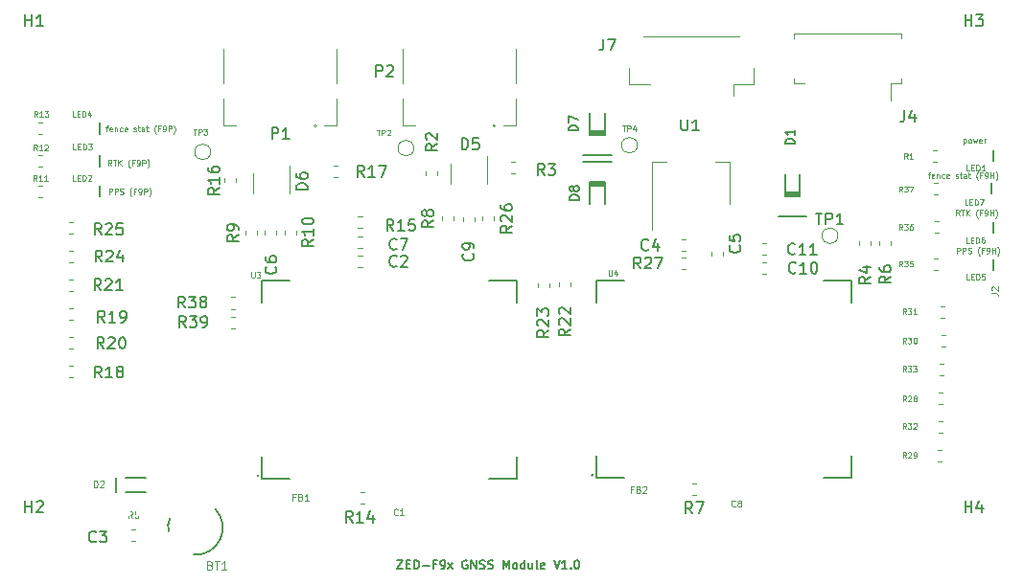
<source format=gbr>
%TF.GenerationSoftware,KiCad,Pcbnew,(5.1.6-0-10_14)*%
%TF.CreationDate,2020-10-02T15:43:10+07:00*%
%TF.ProjectId,ublox ZED-F9P (Full feature),75626c6f-7820-45a4-9544-2d4639502028,V1*%
%TF.SameCoordinates,Original*%
%TF.FileFunction,Legend,Top*%
%TF.FilePolarity,Positive*%
%FSLAX46Y46*%
G04 Gerber Fmt 4.6, Leading zero omitted, Abs format (unit mm)*
G04 Created by KiCad (PCBNEW (5.1.6-0-10_14)) date 2020-10-02 15:43:10*
%MOMM*%
%LPD*%
G01*
G04 APERTURE LIST*
%ADD10C,0.125000*%
%ADD11C,0.190500*%
%ADD12C,0.120000*%
%ADD13C,0.150000*%
%ADD14C,0.141418*%
%ADD15C,0.177800*%
%ADD16C,0.152400*%
%ADD17C,0.203200*%
%ADD18C,0.115824*%
%ADD19C,0.100000*%
%ADD20C,0.108585*%
%ADD21C,0.050000*%
%ADD22R,1.303200X1.203200*%
%ADD23C,1.000000*%
%ADD24R,2.000000X1.250000*%
%ADD25R,1.000000X2.000000*%
%ADD26O,1.000000X2.300000*%
%ADD27O,0.850000X0.600000*%
%ADD28C,0.600000*%
%ADD29O,1.000000X2.000000*%
%ADD30R,0.270000X1.000000*%
%ADD31R,0.520000X1.000000*%
%ADD32R,0.650000X1.060000*%
%ADD33R,1.303200X1.303200*%
%ADD34R,1.723200X1.053200*%
%ADD35R,1.053200X1.723200*%
%ADD36C,3.200000*%
%ADD37R,1.203200X1.203200*%
%ADD38R,4.403200X1.903200*%
%ADD39R,1.500000X2.000000*%
%ADD40R,3.800000X2.000000*%
%ADD41C,2.082800*%
%ADD42R,0.603200X0.903200*%
%ADD43R,1.703200X4.203200*%
%ADD44R,4.203200X1.703200*%
%ADD45R,0.833200X1.033200*%
%ADD46R,1.053200X1.103200*%
G04 APERTURE END LIST*
D10*
X205017857Y-69851190D02*
X205017857Y-69351190D01*
X205208333Y-69351190D01*
X205255952Y-69375000D01*
X205279761Y-69398809D01*
X205303571Y-69446428D01*
X205303571Y-69517857D01*
X205279761Y-69565476D01*
X205255952Y-69589285D01*
X205208333Y-69613095D01*
X205017857Y-69613095D01*
X205517857Y-69851190D02*
X205517857Y-69351190D01*
X205708333Y-69351190D01*
X205755952Y-69375000D01*
X205779761Y-69398809D01*
X205803571Y-69446428D01*
X205803571Y-69517857D01*
X205779761Y-69565476D01*
X205755952Y-69589285D01*
X205708333Y-69613095D01*
X205517857Y-69613095D01*
X205994047Y-69827380D02*
X206065476Y-69851190D01*
X206184523Y-69851190D01*
X206232142Y-69827380D01*
X206255952Y-69803571D01*
X206279761Y-69755952D01*
X206279761Y-69708333D01*
X206255952Y-69660714D01*
X206232142Y-69636904D01*
X206184523Y-69613095D01*
X206089285Y-69589285D01*
X206041666Y-69565476D01*
X206017857Y-69541666D01*
X205994047Y-69494047D01*
X205994047Y-69446428D01*
X206017857Y-69398809D01*
X206041666Y-69375000D01*
X206089285Y-69351190D01*
X206208333Y-69351190D01*
X206279761Y-69375000D01*
X207017857Y-70041666D02*
X206994047Y-70017857D01*
X206946428Y-69946428D01*
X206922619Y-69898809D01*
X206898809Y-69827380D01*
X206875000Y-69708333D01*
X206875000Y-69613095D01*
X206898809Y-69494047D01*
X206922619Y-69422619D01*
X206946428Y-69375000D01*
X206994047Y-69303571D01*
X207017857Y-69279761D01*
X207375000Y-69589285D02*
X207208333Y-69589285D01*
X207208333Y-69851190D02*
X207208333Y-69351190D01*
X207446428Y-69351190D01*
X207660714Y-69851190D02*
X207755952Y-69851190D01*
X207803571Y-69827380D01*
X207827380Y-69803571D01*
X207875000Y-69732142D01*
X207898809Y-69636904D01*
X207898809Y-69446428D01*
X207875000Y-69398809D01*
X207851190Y-69375000D01*
X207803571Y-69351190D01*
X207708333Y-69351190D01*
X207660714Y-69375000D01*
X207636904Y-69398809D01*
X207613095Y-69446428D01*
X207613095Y-69565476D01*
X207636904Y-69613095D01*
X207660714Y-69636904D01*
X207708333Y-69660714D01*
X207803571Y-69660714D01*
X207851190Y-69636904D01*
X207875000Y-69613095D01*
X207898809Y-69565476D01*
X208113095Y-69851190D02*
X208113095Y-69351190D01*
X208113095Y-69589285D02*
X208398809Y-69589285D01*
X208398809Y-69851190D02*
X208398809Y-69351190D01*
X208589285Y-70041666D02*
X208613095Y-70017857D01*
X208660714Y-69946428D01*
X208684523Y-69898809D01*
X208708333Y-69827380D01*
X208732142Y-69708333D01*
X208732142Y-69613095D01*
X208708333Y-69494047D01*
X208684523Y-69422619D01*
X208660714Y-69375000D01*
X208613095Y-69303571D01*
X208589285Y-69279761D01*
X205585714Y-59767857D02*
X205585714Y-60267857D01*
X205585714Y-59791666D02*
X205633333Y-59767857D01*
X205728571Y-59767857D01*
X205776190Y-59791666D01*
X205800000Y-59815476D01*
X205823809Y-59863095D01*
X205823809Y-60005952D01*
X205800000Y-60053571D01*
X205776190Y-60077380D01*
X205728571Y-60101190D01*
X205633333Y-60101190D01*
X205585714Y-60077380D01*
X206109523Y-60101190D02*
X206061904Y-60077380D01*
X206038095Y-60053571D01*
X206014285Y-60005952D01*
X206014285Y-59863095D01*
X206038095Y-59815476D01*
X206061904Y-59791666D01*
X206109523Y-59767857D01*
X206180952Y-59767857D01*
X206228571Y-59791666D01*
X206252380Y-59815476D01*
X206276190Y-59863095D01*
X206276190Y-60005952D01*
X206252380Y-60053571D01*
X206228571Y-60077380D01*
X206180952Y-60101190D01*
X206109523Y-60101190D01*
X206442857Y-59767857D02*
X206538095Y-60101190D01*
X206633333Y-59863095D01*
X206728571Y-60101190D01*
X206823809Y-59767857D01*
X207204761Y-60077380D02*
X207157142Y-60101190D01*
X207061904Y-60101190D01*
X207014285Y-60077380D01*
X206990476Y-60029761D01*
X206990476Y-59839285D01*
X207014285Y-59791666D01*
X207061904Y-59767857D01*
X207157142Y-59767857D01*
X207204761Y-59791666D01*
X207228571Y-59839285D01*
X207228571Y-59886904D01*
X206990476Y-59934523D01*
X207442857Y-60101190D02*
X207442857Y-59767857D01*
X207442857Y-59863095D02*
X207466666Y-59815476D01*
X207490476Y-59791666D01*
X207538095Y-59767857D01*
X207585714Y-59767857D01*
X205226190Y-66526190D02*
X205059523Y-66288095D01*
X204940476Y-66526190D02*
X204940476Y-66026190D01*
X205130952Y-66026190D01*
X205178571Y-66050000D01*
X205202380Y-66073809D01*
X205226190Y-66121428D01*
X205226190Y-66192857D01*
X205202380Y-66240476D01*
X205178571Y-66264285D01*
X205130952Y-66288095D01*
X204940476Y-66288095D01*
X205369047Y-66026190D02*
X205654761Y-66026190D01*
X205511904Y-66526190D02*
X205511904Y-66026190D01*
X205821428Y-66526190D02*
X205821428Y-66026190D01*
X206107142Y-66526190D02*
X205892857Y-66240476D01*
X206107142Y-66026190D02*
X205821428Y-66311904D01*
X206845238Y-66716666D02*
X206821428Y-66692857D01*
X206773809Y-66621428D01*
X206750000Y-66573809D01*
X206726190Y-66502380D01*
X206702380Y-66383333D01*
X206702380Y-66288095D01*
X206726190Y-66169047D01*
X206750000Y-66097619D01*
X206773809Y-66050000D01*
X206821428Y-65978571D01*
X206845238Y-65954761D01*
X207202380Y-66264285D02*
X207035714Y-66264285D01*
X207035714Y-66526190D02*
X207035714Y-66026190D01*
X207273809Y-66026190D01*
X207488095Y-66526190D02*
X207583333Y-66526190D01*
X207630952Y-66502380D01*
X207654761Y-66478571D01*
X207702380Y-66407142D01*
X207726190Y-66311904D01*
X207726190Y-66121428D01*
X207702380Y-66073809D01*
X207678571Y-66050000D01*
X207630952Y-66026190D01*
X207535714Y-66026190D01*
X207488095Y-66050000D01*
X207464285Y-66073809D01*
X207440476Y-66121428D01*
X207440476Y-66240476D01*
X207464285Y-66288095D01*
X207488095Y-66311904D01*
X207535714Y-66335714D01*
X207630952Y-66335714D01*
X207678571Y-66311904D01*
X207702380Y-66288095D01*
X207726190Y-66240476D01*
X207940476Y-66526190D02*
X207940476Y-66026190D01*
X207940476Y-66264285D02*
X208226190Y-66264285D01*
X208226190Y-66526190D02*
X208226190Y-66026190D01*
X208416666Y-66716666D02*
X208440476Y-66692857D01*
X208488095Y-66621428D01*
X208511904Y-66573809D01*
X208535714Y-66502380D01*
X208559523Y-66383333D01*
X208559523Y-66288095D01*
X208535714Y-66169047D01*
X208511904Y-66097619D01*
X208488095Y-66050000D01*
X208440476Y-65978571D01*
X208416666Y-65954761D01*
X202442857Y-62867857D02*
X202633333Y-62867857D01*
X202514285Y-63201190D02*
X202514285Y-62772619D01*
X202538095Y-62725000D01*
X202585714Y-62701190D01*
X202633333Y-62701190D01*
X202990476Y-63177380D02*
X202942857Y-63201190D01*
X202847619Y-63201190D01*
X202800000Y-63177380D01*
X202776190Y-63129761D01*
X202776190Y-62939285D01*
X202800000Y-62891666D01*
X202847619Y-62867857D01*
X202942857Y-62867857D01*
X202990476Y-62891666D01*
X203014285Y-62939285D01*
X203014285Y-62986904D01*
X202776190Y-63034523D01*
X203228571Y-62867857D02*
X203228571Y-63201190D01*
X203228571Y-62915476D02*
X203252380Y-62891666D01*
X203300000Y-62867857D01*
X203371428Y-62867857D01*
X203419047Y-62891666D01*
X203442857Y-62939285D01*
X203442857Y-63201190D01*
X203895238Y-63177380D02*
X203847619Y-63201190D01*
X203752380Y-63201190D01*
X203704761Y-63177380D01*
X203680952Y-63153571D01*
X203657142Y-63105952D01*
X203657142Y-62963095D01*
X203680952Y-62915476D01*
X203704761Y-62891666D01*
X203752380Y-62867857D01*
X203847619Y-62867857D01*
X203895238Y-62891666D01*
X204300000Y-63177380D02*
X204252380Y-63201190D01*
X204157142Y-63201190D01*
X204109523Y-63177380D01*
X204085714Y-63129761D01*
X204085714Y-62939285D01*
X204109523Y-62891666D01*
X204157142Y-62867857D01*
X204252380Y-62867857D01*
X204300000Y-62891666D01*
X204323809Y-62939285D01*
X204323809Y-62986904D01*
X204085714Y-63034523D01*
X204895238Y-63177380D02*
X204942857Y-63201190D01*
X205038095Y-63201190D01*
X205085714Y-63177380D01*
X205109523Y-63129761D01*
X205109523Y-63105952D01*
X205085714Y-63058333D01*
X205038095Y-63034523D01*
X204966666Y-63034523D01*
X204919047Y-63010714D01*
X204895238Y-62963095D01*
X204895238Y-62939285D01*
X204919047Y-62891666D01*
X204966666Y-62867857D01*
X205038095Y-62867857D01*
X205085714Y-62891666D01*
X205252380Y-62867857D02*
X205442857Y-62867857D01*
X205323809Y-62701190D02*
X205323809Y-63129761D01*
X205347619Y-63177380D01*
X205395238Y-63201190D01*
X205442857Y-63201190D01*
X205823809Y-63201190D02*
X205823809Y-62939285D01*
X205800000Y-62891666D01*
X205752380Y-62867857D01*
X205657142Y-62867857D01*
X205609523Y-62891666D01*
X205823809Y-63177380D02*
X205776190Y-63201190D01*
X205657142Y-63201190D01*
X205609523Y-63177380D01*
X205585714Y-63129761D01*
X205585714Y-63082142D01*
X205609523Y-63034523D01*
X205657142Y-63010714D01*
X205776190Y-63010714D01*
X205823809Y-62986904D01*
X205990476Y-62867857D02*
X206180952Y-62867857D01*
X206061904Y-62701190D02*
X206061904Y-63129761D01*
X206085714Y-63177380D01*
X206133333Y-63201190D01*
X206180952Y-63201190D01*
X206871428Y-63391666D02*
X206847619Y-63367857D01*
X206800000Y-63296428D01*
X206776190Y-63248809D01*
X206752380Y-63177380D01*
X206728571Y-63058333D01*
X206728571Y-62963095D01*
X206752380Y-62844047D01*
X206776190Y-62772619D01*
X206800000Y-62725000D01*
X206847619Y-62653571D01*
X206871428Y-62629761D01*
X207228571Y-62939285D02*
X207061904Y-62939285D01*
X207061904Y-63201190D02*
X207061904Y-62701190D01*
X207300000Y-62701190D01*
X207514285Y-63201190D02*
X207609523Y-63201190D01*
X207657142Y-63177380D01*
X207680952Y-63153571D01*
X207728571Y-63082142D01*
X207752380Y-62986904D01*
X207752380Y-62796428D01*
X207728571Y-62748809D01*
X207704761Y-62725000D01*
X207657142Y-62701190D01*
X207561904Y-62701190D01*
X207514285Y-62725000D01*
X207490476Y-62748809D01*
X207466666Y-62796428D01*
X207466666Y-62915476D01*
X207490476Y-62963095D01*
X207514285Y-62986904D01*
X207561904Y-63010714D01*
X207657142Y-63010714D01*
X207704761Y-62986904D01*
X207728571Y-62963095D01*
X207752380Y-62915476D01*
X207966666Y-63201190D02*
X207966666Y-62701190D01*
X207966666Y-62939285D02*
X208252380Y-62939285D01*
X208252380Y-63201190D02*
X208252380Y-62701190D01*
X208442857Y-63391666D02*
X208466666Y-63367857D01*
X208514285Y-63296428D01*
X208538095Y-63248809D01*
X208561904Y-63177380D01*
X208585714Y-63058333D01*
X208585714Y-62963095D01*
X208561904Y-62844047D01*
X208538095Y-62772619D01*
X208514285Y-62725000D01*
X208466666Y-62653571D01*
X208442857Y-62629761D01*
X130129761Y-64626190D02*
X130129761Y-64126190D01*
X130320238Y-64126190D01*
X130367857Y-64150000D01*
X130391666Y-64173809D01*
X130415476Y-64221428D01*
X130415476Y-64292857D01*
X130391666Y-64340476D01*
X130367857Y-64364285D01*
X130320238Y-64388095D01*
X130129761Y-64388095D01*
X130629761Y-64626190D02*
X130629761Y-64126190D01*
X130820238Y-64126190D01*
X130867857Y-64150000D01*
X130891666Y-64173809D01*
X130915476Y-64221428D01*
X130915476Y-64292857D01*
X130891666Y-64340476D01*
X130867857Y-64364285D01*
X130820238Y-64388095D01*
X130629761Y-64388095D01*
X131105952Y-64602380D02*
X131177380Y-64626190D01*
X131296428Y-64626190D01*
X131344047Y-64602380D01*
X131367857Y-64578571D01*
X131391666Y-64530952D01*
X131391666Y-64483333D01*
X131367857Y-64435714D01*
X131344047Y-64411904D01*
X131296428Y-64388095D01*
X131201190Y-64364285D01*
X131153571Y-64340476D01*
X131129761Y-64316666D01*
X131105952Y-64269047D01*
X131105952Y-64221428D01*
X131129761Y-64173809D01*
X131153571Y-64150000D01*
X131201190Y-64126190D01*
X131320238Y-64126190D01*
X131391666Y-64150000D01*
X132129761Y-64816666D02*
X132105952Y-64792857D01*
X132058333Y-64721428D01*
X132034523Y-64673809D01*
X132010714Y-64602380D01*
X131986904Y-64483333D01*
X131986904Y-64388095D01*
X132010714Y-64269047D01*
X132034523Y-64197619D01*
X132058333Y-64150000D01*
X132105952Y-64078571D01*
X132129761Y-64054761D01*
X132486904Y-64364285D02*
X132320238Y-64364285D01*
X132320238Y-64626190D02*
X132320238Y-64126190D01*
X132558333Y-64126190D01*
X132772619Y-64626190D02*
X132867857Y-64626190D01*
X132915476Y-64602380D01*
X132939285Y-64578571D01*
X132986904Y-64507142D01*
X133010714Y-64411904D01*
X133010714Y-64221428D01*
X132986904Y-64173809D01*
X132963095Y-64150000D01*
X132915476Y-64126190D01*
X132820238Y-64126190D01*
X132772619Y-64150000D01*
X132748809Y-64173809D01*
X132725000Y-64221428D01*
X132725000Y-64340476D01*
X132748809Y-64388095D01*
X132772619Y-64411904D01*
X132820238Y-64435714D01*
X132915476Y-64435714D01*
X132963095Y-64411904D01*
X132986904Y-64388095D01*
X133010714Y-64340476D01*
X133225000Y-64626190D02*
X133225000Y-64126190D01*
X133415476Y-64126190D01*
X133463095Y-64150000D01*
X133486904Y-64173809D01*
X133510714Y-64221428D01*
X133510714Y-64292857D01*
X133486904Y-64340476D01*
X133463095Y-64364285D01*
X133415476Y-64388095D01*
X133225000Y-64388095D01*
X133677380Y-64816666D02*
X133701190Y-64792857D01*
X133748809Y-64721428D01*
X133772619Y-64673809D01*
X133796428Y-64602380D01*
X133820238Y-64483333D01*
X133820238Y-64388095D01*
X133796428Y-64269047D01*
X133772619Y-64197619D01*
X133748809Y-64150000D01*
X133701190Y-64078571D01*
X133677380Y-64054761D01*
X130363095Y-62101190D02*
X130196428Y-61863095D01*
X130077380Y-62101190D02*
X130077380Y-61601190D01*
X130267857Y-61601190D01*
X130315476Y-61625000D01*
X130339285Y-61648809D01*
X130363095Y-61696428D01*
X130363095Y-61767857D01*
X130339285Y-61815476D01*
X130315476Y-61839285D01*
X130267857Y-61863095D01*
X130077380Y-61863095D01*
X130505952Y-61601190D02*
X130791666Y-61601190D01*
X130648809Y-62101190D02*
X130648809Y-61601190D01*
X130958333Y-62101190D02*
X130958333Y-61601190D01*
X131244047Y-62101190D02*
X131029761Y-61815476D01*
X131244047Y-61601190D02*
X130958333Y-61886904D01*
X131982142Y-62291666D02*
X131958333Y-62267857D01*
X131910714Y-62196428D01*
X131886904Y-62148809D01*
X131863095Y-62077380D01*
X131839285Y-61958333D01*
X131839285Y-61863095D01*
X131863095Y-61744047D01*
X131886904Y-61672619D01*
X131910714Y-61625000D01*
X131958333Y-61553571D01*
X131982142Y-61529761D01*
X132339285Y-61839285D02*
X132172619Y-61839285D01*
X132172619Y-62101190D02*
X132172619Y-61601190D01*
X132410714Y-61601190D01*
X132625000Y-62101190D02*
X132720238Y-62101190D01*
X132767857Y-62077380D01*
X132791666Y-62053571D01*
X132839285Y-61982142D01*
X132863095Y-61886904D01*
X132863095Y-61696428D01*
X132839285Y-61648809D01*
X132815476Y-61625000D01*
X132767857Y-61601190D01*
X132672619Y-61601190D01*
X132625000Y-61625000D01*
X132601190Y-61648809D01*
X132577380Y-61696428D01*
X132577380Y-61815476D01*
X132601190Y-61863095D01*
X132625000Y-61886904D01*
X132672619Y-61910714D01*
X132767857Y-61910714D01*
X132815476Y-61886904D01*
X132839285Y-61863095D01*
X132863095Y-61815476D01*
X133077380Y-62101190D02*
X133077380Y-61601190D01*
X133267857Y-61601190D01*
X133315476Y-61625000D01*
X133339285Y-61648809D01*
X133363095Y-61696428D01*
X133363095Y-61767857D01*
X133339285Y-61815476D01*
X133315476Y-61839285D01*
X133267857Y-61863095D01*
X133077380Y-61863095D01*
X133529761Y-62291666D02*
X133553571Y-62267857D01*
X133601190Y-62196428D01*
X133625000Y-62148809D01*
X133648809Y-62077380D01*
X133672619Y-61958333D01*
X133672619Y-61863095D01*
X133648809Y-61744047D01*
X133625000Y-61672619D01*
X133601190Y-61625000D01*
X133553571Y-61553571D01*
X133529761Y-61529761D01*
X129854761Y-58742857D02*
X130045238Y-58742857D01*
X129926190Y-59076190D02*
X129926190Y-58647619D01*
X129950000Y-58600000D01*
X129997619Y-58576190D01*
X130045238Y-58576190D01*
X130402380Y-59052380D02*
X130354761Y-59076190D01*
X130259523Y-59076190D01*
X130211904Y-59052380D01*
X130188095Y-59004761D01*
X130188095Y-58814285D01*
X130211904Y-58766666D01*
X130259523Y-58742857D01*
X130354761Y-58742857D01*
X130402380Y-58766666D01*
X130426190Y-58814285D01*
X130426190Y-58861904D01*
X130188095Y-58909523D01*
X130640476Y-58742857D02*
X130640476Y-59076190D01*
X130640476Y-58790476D02*
X130664285Y-58766666D01*
X130711904Y-58742857D01*
X130783333Y-58742857D01*
X130830952Y-58766666D01*
X130854761Y-58814285D01*
X130854761Y-59076190D01*
X131307142Y-59052380D02*
X131259523Y-59076190D01*
X131164285Y-59076190D01*
X131116666Y-59052380D01*
X131092857Y-59028571D01*
X131069047Y-58980952D01*
X131069047Y-58838095D01*
X131092857Y-58790476D01*
X131116666Y-58766666D01*
X131164285Y-58742857D01*
X131259523Y-58742857D01*
X131307142Y-58766666D01*
X131711904Y-59052380D02*
X131664285Y-59076190D01*
X131569047Y-59076190D01*
X131521428Y-59052380D01*
X131497619Y-59004761D01*
X131497619Y-58814285D01*
X131521428Y-58766666D01*
X131569047Y-58742857D01*
X131664285Y-58742857D01*
X131711904Y-58766666D01*
X131735714Y-58814285D01*
X131735714Y-58861904D01*
X131497619Y-58909523D01*
X132307142Y-59052380D02*
X132354761Y-59076190D01*
X132450000Y-59076190D01*
X132497619Y-59052380D01*
X132521428Y-59004761D01*
X132521428Y-58980952D01*
X132497619Y-58933333D01*
X132450000Y-58909523D01*
X132378571Y-58909523D01*
X132330952Y-58885714D01*
X132307142Y-58838095D01*
X132307142Y-58814285D01*
X132330952Y-58766666D01*
X132378571Y-58742857D01*
X132450000Y-58742857D01*
X132497619Y-58766666D01*
X132664285Y-58742857D02*
X132854761Y-58742857D01*
X132735714Y-58576190D02*
X132735714Y-59004761D01*
X132759523Y-59052380D01*
X132807142Y-59076190D01*
X132854761Y-59076190D01*
X133235714Y-59076190D02*
X133235714Y-58814285D01*
X133211904Y-58766666D01*
X133164285Y-58742857D01*
X133069047Y-58742857D01*
X133021428Y-58766666D01*
X133235714Y-59052380D02*
X133188095Y-59076190D01*
X133069047Y-59076190D01*
X133021428Y-59052380D01*
X132997619Y-59004761D01*
X132997619Y-58957142D01*
X133021428Y-58909523D01*
X133069047Y-58885714D01*
X133188095Y-58885714D01*
X133235714Y-58861904D01*
X133402380Y-58742857D02*
X133592857Y-58742857D01*
X133473809Y-58576190D02*
X133473809Y-59004761D01*
X133497619Y-59052380D01*
X133545238Y-59076190D01*
X133592857Y-59076190D01*
X134283333Y-59266666D02*
X134259523Y-59242857D01*
X134211904Y-59171428D01*
X134188095Y-59123809D01*
X134164285Y-59052380D01*
X134140476Y-58933333D01*
X134140476Y-58838095D01*
X134164285Y-58719047D01*
X134188095Y-58647619D01*
X134211904Y-58600000D01*
X134259523Y-58528571D01*
X134283333Y-58504761D01*
X134640476Y-58814285D02*
X134473809Y-58814285D01*
X134473809Y-59076190D02*
X134473809Y-58576190D01*
X134711904Y-58576190D01*
X134926190Y-59076190D02*
X135021428Y-59076190D01*
X135069047Y-59052380D01*
X135092857Y-59028571D01*
X135140476Y-58957142D01*
X135164285Y-58861904D01*
X135164285Y-58671428D01*
X135140476Y-58623809D01*
X135116666Y-58600000D01*
X135069047Y-58576190D01*
X134973809Y-58576190D01*
X134926190Y-58600000D01*
X134902380Y-58623809D01*
X134878571Y-58671428D01*
X134878571Y-58790476D01*
X134902380Y-58838095D01*
X134926190Y-58861904D01*
X134973809Y-58885714D01*
X135069047Y-58885714D01*
X135116666Y-58861904D01*
X135140476Y-58838095D01*
X135164285Y-58790476D01*
X135378571Y-59076190D02*
X135378571Y-58576190D01*
X135569047Y-58576190D01*
X135616666Y-58600000D01*
X135640476Y-58623809D01*
X135664285Y-58671428D01*
X135664285Y-58742857D01*
X135640476Y-58790476D01*
X135616666Y-58814285D01*
X135569047Y-58838095D01*
X135378571Y-58838095D01*
X135830952Y-59266666D02*
X135854761Y-59242857D01*
X135902380Y-59171428D01*
X135926190Y-59123809D01*
X135950000Y-59052380D01*
X135973809Y-58933333D01*
X135973809Y-58838095D01*
X135950000Y-58719047D01*
X135926190Y-58647619D01*
X135902380Y-58600000D01*
X135854761Y-58528571D01*
X135830952Y-58504761D01*
D11*
X155584071Y-96991714D02*
X156092071Y-96991714D01*
X155584071Y-97753714D01*
X156092071Y-97753714D01*
X156382357Y-97354571D02*
X156636357Y-97354571D01*
X156745214Y-97753714D02*
X156382357Y-97753714D01*
X156382357Y-96991714D01*
X156745214Y-96991714D01*
X157071785Y-97753714D02*
X157071785Y-96991714D01*
X157253214Y-96991714D01*
X157362071Y-97028000D01*
X157434642Y-97100571D01*
X157470928Y-97173142D01*
X157507214Y-97318285D01*
X157507214Y-97427142D01*
X157470928Y-97572285D01*
X157434642Y-97644857D01*
X157362071Y-97717428D01*
X157253214Y-97753714D01*
X157071785Y-97753714D01*
X157833785Y-97463428D02*
X158414357Y-97463428D01*
X159031214Y-97354571D02*
X158777214Y-97354571D01*
X158777214Y-97753714D02*
X158777214Y-96991714D01*
X159140071Y-96991714D01*
X159466642Y-97753714D02*
X159611785Y-97753714D01*
X159684357Y-97717428D01*
X159720642Y-97681142D01*
X159793214Y-97572285D01*
X159829500Y-97427142D01*
X159829500Y-97136857D01*
X159793214Y-97064285D01*
X159756928Y-97028000D01*
X159684357Y-96991714D01*
X159539214Y-96991714D01*
X159466642Y-97028000D01*
X159430357Y-97064285D01*
X159394071Y-97136857D01*
X159394071Y-97318285D01*
X159430357Y-97390857D01*
X159466642Y-97427142D01*
X159539214Y-97463428D01*
X159684357Y-97463428D01*
X159756928Y-97427142D01*
X159793214Y-97390857D01*
X159829500Y-97318285D01*
X160083500Y-97753714D02*
X160482642Y-97245714D01*
X160083500Y-97245714D02*
X160482642Y-97753714D01*
X161752642Y-97028000D02*
X161680071Y-96991714D01*
X161571214Y-96991714D01*
X161462357Y-97028000D01*
X161389785Y-97100571D01*
X161353500Y-97173142D01*
X161317214Y-97318285D01*
X161317214Y-97427142D01*
X161353500Y-97572285D01*
X161389785Y-97644857D01*
X161462357Y-97717428D01*
X161571214Y-97753714D01*
X161643785Y-97753714D01*
X161752642Y-97717428D01*
X161788928Y-97681142D01*
X161788928Y-97427142D01*
X161643785Y-97427142D01*
X162115500Y-97753714D02*
X162115500Y-96991714D01*
X162550928Y-97753714D01*
X162550928Y-96991714D01*
X162877500Y-97717428D02*
X162986357Y-97753714D01*
X163167785Y-97753714D01*
X163240357Y-97717428D01*
X163276642Y-97681142D01*
X163312928Y-97608571D01*
X163312928Y-97536000D01*
X163276642Y-97463428D01*
X163240357Y-97427142D01*
X163167785Y-97390857D01*
X163022642Y-97354571D01*
X162950071Y-97318285D01*
X162913785Y-97282000D01*
X162877500Y-97209428D01*
X162877500Y-97136857D01*
X162913785Y-97064285D01*
X162950071Y-97028000D01*
X163022642Y-96991714D01*
X163204071Y-96991714D01*
X163312928Y-97028000D01*
X163603214Y-97717428D02*
X163712071Y-97753714D01*
X163893500Y-97753714D01*
X163966071Y-97717428D01*
X164002357Y-97681142D01*
X164038642Y-97608571D01*
X164038642Y-97536000D01*
X164002357Y-97463428D01*
X163966071Y-97427142D01*
X163893500Y-97390857D01*
X163748357Y-97354571D01*
X163675785Y-97318285D01*
X163639500Y-97282000D01*
X163603214Y-97209428D01*
X163603214Y-97136857D01*
X163639500Y-97064285D01*
X163675785Y-97028000D01*
X163748357Y-96991714D01*
X163929785Y-96991714D01*
X164038642Y-97028000D01*
X164945785Y-97753714D02*
X164945785Y-96991714D01*
X165199785Y-97536000D01*
X165453785Y-96991714D01*
X165453785Y-97753714D01*
X165925500Y-97753714D02*
X165852928Y-97717428D01*
X165816642Y-97681142D01*
X165780357Y-97608571D01*
X165780357Y-97390857D01*
X165816642Y-97318285D01*
X165852928Y-97282000D01*
X165925500Y-97245714D01*
X166034357Y-97245714D01*
X166106928Y-97282000D01*
X166143214Y-97318285D01*
X166179500Y-97390857D01*
X166179500Y-97608571D01*
X166143214Y-97681142D01*
X166106928Y-97717428D01*
X166034357Y-97753714D01*
X165925500Y-97753714D01*
X166832642Y-97753714D02*
X166832642Y-96991714D01*
X166832642Y-97717428D02*
X166760071Y-97753714D01*
X166614928Y-97753714D01*
X166542357Y-97717428D01*
X166506071Y-97681142D01*
X166469785Y-97608571D01*
X166469785Y-97390857D01*
X166506071Y-97318285D01*
X166542357Y-97282000D01*
X166614928Y-97245714D01*
X166760071Y-97245714D01*
X166832642Y-97282000D01*
X167522071Y-97245714D02*
X167522071Y-97753714D01*
X167195500Y-97245714D02*
X167195500Y-97644857D01*
X167231785Y-97717428D01*
X167304357Y-97753714D01*
X167413214Y-97753714D01*
X167485785Y-97717428D01*
X167522071Y-97681142D01*
X167993785Y-97753714D02*
X167921214Y-97717428D01*
X167884928Y-97644857D01*
X167884928Y-96991714D01*
X168574357Y-97717428D02*
X168501785Y-97753714D01*
X168356642Y-97753714D01*
X168284071Y-97717428D01*
X168247785Y-97644857D01*
X168247785Y-97354571D01*
X168284071Y-97282000D01*
X168356642Y-97245714D01*
X168501785Y-97245714D01*
X168574357Y-97282000D01*
X168610642Y-97354571D01*
X168610642Y-97427142D01*
X168247785Y-97499714D01*
X169408928Y-96991714D02*
X169662928Y-97753714D01*
X169916928Y-96991714D01*
X170570071Y-97753714D02*
X170134642Y-97753714D01*
X170352357Y-97753714D02*
X170352357Y-96991714D01*
X170279785Y-97100571D01*
X170207214Y-97173142D01*
X170134642Y-97209428D01*
X170896642Y-97681142D02*
X170932928Y-97717428D01*
X170896642Y-97753714D01*
X170860357Y-97717428D01*
X170896642Y-97681142D01*
X170896642Y-97753714D01*
X171404642Y-96991714D02*
X171477214Y-96991714D01*
X171549785Y-97028000D01*
X171586071Y-97064285D01*
X171622357Y-97136857D01*
X171658642Y-97282000D01*
X171658642Y-97463428D01*
X171622357Y-97608571D01*
X171586071Y-97681142D01*
X171549785Y-97717428D01*
X171477214Y-97753714D01*
X171404642Y-97753714D01*
X171332071Y-97717428D01*
X171295785Y-97681142D01*
X171259500Y-97608571D01*
X171223214Y-97463428D01*
X171223214Y-97282000D01*
X171259500Y-97136857D01*
X171295785Y-97064285D01*
X171332071Y-97028000D01*
X171404642Y-96991714D01*
D12*
%TO.C,R14*%
X152328733Y-92010000D02*
X152671267Y-92010000D01*
X152328733Y-90990000D02*
X152671267Y-90990000D01*
%TO.C,R7*%
X181628733Y-91235000D02*
X181971267Y-91235000D01*
X181628733Y-90215000D02*
X181971267Y-90215000D01*
%TO.C,R27*%
X180678733Y-71210000D02*
X181021267Y-71210000D01*
X180678733Y-70190000D02*
X181021267Y-70190000D01*
%TO.C,C11*%
X188172467Y-68988400D02*
X187829933Y-68988400D01*
X188172467Y-70008400D02*
X187829933Y-70008400D01*
%TO.C,C10*%
X187806333Y-71684800D02*
X188148867Y-71684800D01*
X187806333Y-70664800D02*
X188148867Y-70664800D01*
%TO.C,C5*%
X184310000Y-70071267D02*
X184310000Y-69728733D01*
X183290000Y-70071267D02*
X183290000Y-69728733D01*
%TO.C,C4*%
X180678733Y-69610000D02*
X181021267Y-69610000D01*
X180678733Y-68590000D02*
X181021267Y-68590000D01*
%TO.C,C3*%
X132458467Y-94292500D02*
X132115933Y-94292500D01*
X132458467Y-95312500D02*
X132115933Y-95312500D01*
%TO.C,R13*%
X124258467Y-58279400D02*
X123915933Y-58279400D01*
X124258467Y-59299400D02*
X123915933Y-59299400D01*
%TO.C,R12*%
X124258467Y-61168600D02*
X123915933Y-61168600D01*
X124258467Y-62188600D02*
X123915933Y-62188600D01*
%TO.C,R11*%
X124258467Y-63858600D02*
X123915933Y-63858600D01*
X124258467Y-64878600D02*
X123915933Y-64878600D01*
%TO.C,TP4*%
X176800000Y-60300000D02*
G75*
G03*
X176800000Y-60300000I-700000J0D01*
G01*
%TO.C,R21*%
X126930867Y-72134000D02*
X126588333Y-72134000D01*
X126930867Y-73154000D02*
X126588333Y-73154000D01*
%TO.C,R20*%
X126930867Y-77214000D02*
X126588333Y-77214000D01*
X126930867Y-78234000D02*
X126588333Y-78234000D01*
%TO.C,R19*%
X126930867Y-74674000D02*
X126588333Y-74674000D01*
X126930867Y-75694000D02*
X126588333Y-75694000D01*
%TO.C,R18*%
X126930867Y-79754000D02*
X126588333Y-79754000D01*
X126930867Y-80774000D02*
X126588333Y-80774000D01*
%TO.C,R6*%
X199188800Y-69144067D02*
X199188800Y-68801533D01*
X198168800Y-69144067D02*
X198168800Y-68801533D01*
%TO.C,R4*%
X197410800Y-69144067D02*
X197410800Y-68801533D01*
X196390800Y-69144067D02*
X196390800Y-68801533D01*
%TO.C,C6*%
X144935000Y-67878733D02*
X144935000Y-68221267D01*
X143915000Y-67878733D02*
X143915000Y-68221267D01*
%TO.C,R32*%
X203362013Y-84681600D02*
X203704547Y-84681600D01*
X203362013Y-85701600D02*
X203704547Y-85701600D01*
%TO.C,R8*%
X160593500Y-66616733D02*
X160593500Y-66959267D01*
X159573500Y-66616733D02*
X159573500Y-66959267D01*
%TO.C,R25*%
X126930867Y-68074000D02*
X126588333Y-68074000D01*
X126930867Y-67054000D02*
X126588333Y-67054000D01*
%TO.C,R24*%
X126930867Y-70614000D02*
X126588333Y-70614000D01*
X126930867Y-69594000D02*
X126588333Y-69594000D01*
%TO.C,R33*%
X203493373Y-79601600D02*
X203835907Y-79601600D01*
X203493373Y-80621600D02*
X203835907Y-80621600D01*
%TO.C,R29*%
X203296333Y-87221600D02*
X203638867Y-87221600D01*
X203296333Y-88241600D02*
X203638867Y-88241600D01*
%TO.C,R28*%
X203427693Y-82141600D02*
X203770227Y-82141600D01*
X203427693Y-83161600D02*
X203770227Y-83161600D01*
%TO.C,R1*%
X203204467Y-61751800D02*
X202861933Y-61751800D01*
X203204467Y-60731800D02*
X202861933Y-60731800D01*
%TO.C,R37*%
X203354467Y-64612500D02*
X203011933Y-64612500D01*
X203354467Y-63592500D02*
X203011933Y-63592500D01*
%TO.C,R36*%
X203393467Y-68041500D02*
X203050933Y-68041500D01*
X203393467Y-67021500D02*
X203050933Y-67021500D01*
%TO.C,R35*%
X203354467Y-71343500D02*
X203011933Y-71343500D01*
X203354467Y-70323500D02*
X203011933Y-70323500D01*
%TO.C,R31*%
X203559053Y-74521600D02*
X203901587Y-74521600D01*
X203559053Y-75541600D02*
X203901587Y-75541600D01*
%TO.C,R30*%
X203624733Y-77061600D02*
X203967267Y-77061600D01*
X203624733Y-78081600D02*
X203967267Y-78081600D01*
%TO.C,R39*%
X141221267Y-76510000D02*
X140878733Y-76510000D01*
X141221267Y-75490000D02*
X140878733Y-75490000D01*
%TO.C,R38*%
X141221267Y-74760000D02*
X140878733Y-74760000D01*
X141221267Y-73740000D02*
X140878733Y-73740000D01*
%TO.C,R23*%
X167990000Y-72821267D02*
X167990000Y-72478733D01*
X169010000Y-72821267D02*
X169010000Y-72478733D01*
%TO.C,R22*%
X169890000Y-72771267D02*
X169890000Y-72428733D01*
X170910000Y-72771267D02*
X170910000Y-72428733D01*
%TO.C,R17*%
X150298867Y-63146400D02*
X149956333Y-63146400D01*
X150298867Y-62126400D02*
X149956333Y-62126400D01*
%TO.C,R16*%
X140333000Y-63581467D02*
X140333000Y-63238933D01*
X141353000Y-63581467D02*
X141353000Y-63238933D01*
%TO.C,R3*%
X165999367Y-62795500D02*
X165656833Y-62795500D01*
X165999367Y-61775500D02*
X165656833Y-61775500D01*
%TO.C,R2*%
X158087600Y-62933767D02*
X158087600Y-62591233D01*
X159107600Y-62933767D02*
X159107600Y-62591233D01*
%TO.C,C9*%
X162435000Y-66630733D02*
X162435000Y-66973267D01*
X161415000Y-66630733D02*
X161415000Y-66973267D01*
D13*
%TO.C,D1*%
X189850000Y-64850000D02*
X189850000Y-62850000D01*
X191150000Y-62850000D02*
X191150000Y-64850000D01*
X191150000Y-64650000D02*
X189850000Y-64650000D01*
X189850000Y-64450000D02*
X191150000Y-64450000D01*
X191150000Y-64850000D02*
X189850000Y-64850000D01*
X191750000Y-66600000D02*
X189250000Y-66600000D01*
D12*
%TO.C,C2*%
X152128733Y-70090000D02*
X152471267Y-70090000D01*
X152128733Y-71110000D02*
X152471267Y-71110000D01*
%TO.C,C7*%
X152471267Y-69360000D02*
X152128733Y-69360000D01*
X152471267Y-68340000D02*
X152128733Y-68340000D01*
%TO.C,R26*%
X164149500Y-66616733D02*
X164149500Y-66959267D01*
X163129500Y-66616733D02*
X163129500Y-66959267D01*
D13*
%TO.C,D8*%
X172000000Y-61750000D02*
X174500000Y-61750000D01*
X172600000Y-63500000D02*
X173900000Y-63500000D01*
X173900000Y-63900000D02*
X172600000Y-63900000D01*
X172600000Y-63700000D02*
X173900000Y-63700000D01*
X172600000Y-65500000D02*
X172600000Y-63500000D01*
X173900000Y-63500000D02*
X173900000Y-65500000D01*
%TO.C,D7*%
X174500000Y-61175000D02*
X172000000Y-61175000D01*
X173900000Y-59425000D02*
X172600000Y-59425000D01*
X172600000Y-59025000D02*
X173900000Y-59025000D01*
X173900000Y-59225000D02*
X172600000Y-59225000D01*
X173900000Y-57425000D02*
X173900000Y-59425000D01*
X172600000Y-59425000D02*
X172600000Y-57425000D01*
D12*
%TO.C,R15*%
X152471267Y-67585000D02*
X152128733Y-67585000D01*
X152471267Y-66565000D02*
X152128733Y-66565000D01*
%TO.C,R9*%
X143185000Y-67878733D02*
X143185000Y-68221267D01*
X142165000Y-67878733D02*
X142165000Y-68221267D01*
%TO.C,P2*%
X156036000Y-58576400D02*
X156036000Y-56178900D01*
X156036000Y-54828900D02*
X156036000Y-51778900D01*
X166036000Y-58576400D02*
X166036000Y-56178900D01*
X166036000Y-54828900D02*
X166036000Y-51778900D01*
X164247803Y-58576400D02*
G75*
G03*
X164247803Y-58576400I-111803J0D01*
G01*
X166036000Y-58576400D02*
X164936000Y-58576400D01*
X157136000Y-58576400D02*
X156036000Y-58576400D01*
%TO.C,P1*%
X140262600Y-58576400D02*
X140262600Y-56178900D01*
X140262600Y-54828900D02*
X140262600Y-51778900D01*
X150262600Y-58576400D02*
X150262600Y-56178900D01*
X150262600Y-54828900D02*
X150262600Y-51778900D01*
X148474403Y-58576400D02*
G75*
G03*
X148474403Y-58576400I-111803J0D01*
G01*
X150262600Y-58576400D02*
X149162600Y-58576400D01*
X141362600Y-58576400D02*
X140262600Y-58576400D01*
%TO.C,R10*%
X146685000Y-67853733D02*
X146685000Y-68196267D01*
X145665000Y-67853733D02*
X145665000Y-68196267D01*
%TO.C,D5*%
X160340400Y-61901500D02*
X160340400Y-63701500D01*
X163560400Y-63701500D02*
X163560400Y-61251500D01*
%TO.C,TP3*%
X139104600Y-60883800D02*
G75*
G03*
X139104600Y-60883800I-700000J0D01*
G01*
%TO.C,TP2*%
X157049700Y-60553600D02*
G75*
G03*
X157049700Y-60553600I-700000J0D01*
G01*
%TO.C,TP1*%
X194500000Y-68300000D02*
G75*
G03*
X194500000Y-68300000I-700000J0D01*
G01*
%TO.C,D6*%
X142880400Y-62760200D02*
X142880400Y-64560200D01*
X146100400Y-64560200D02*
X146100400Y-62110200D01*
D14*
%TO.C,U4*%
X172874709Y-89475200D02*
G75*
G03*
X172874709Y-89475200I-70709J0D01*
G01*
D15*
X193204000Y-72225200D02*
X195654000Y-72225200D01*
X195654000Y-72225200D02*
X195654000Y-74175200D01*
X195654000Y-87775200D02*
X195654000Y-89725200D01*
X195654000Y-89725200D02*
X193204000Y-89725200D01*
X175604000Y-89725200D02*
X173154000Y-89725200D01*
X173154000Y-89725200D02*
X173154000Y-87775200D01*
X173154000Y-74175200D02*
X173154000Y-72225200D01*
X173154000Y-72225200D02*
X175604000Y-72225200D01*
D16*
%TO.C,BT1*%
X135517001Y-93299700D02*
G75*
G03*
X135390000Y-94442700I1562856J-752207D01*
G01*
X139530198Y-92486898D02*
G75*
G02*
X137599800Y-96500100I-1733173J-1637196D01*
G01*
D14*
%TO.C,U3*%
X143359909Y-89526000D02*
G75*
G03*
X143359909Y-89526000I-70709J0D01*
G01*
D15*
X163689200Y-72276000D02*
X166139200Y-72276000D01*
X166139200Y-72276000D02*
X166139200Y-74226000D01*
X166139200Y-87826000D02*
X166139200Y-89776000D01*
X166139200Y-89776000D02*
X163689200Y-89776000D01*
X146089200Y-89776000D02*
X143639200Y-89776000D01*
X143639200Y-89776000D02*
X143639200Y-87826000D01*
X143639200Y-74226000D02*
X143639200Y-72276000D01*
X143639200Y-72276000D02*
X146089200Y-72276000D01*
D12*
%TO.C,U1*%
X184910000Y-61740000D02*
X183650000Y-61740000D01*
X178090000Y-61740000D02*
X179350000Y-61740000D01*
X184910000Y-65500000D02*
X184910000Y-61740000D01*
X178090000Y-67750000D02*
X178090000Y-61740000D01*
D17*
%TO.C,LED1*%
X208204500Y-60737750D02*
X208204500Y-61690250D01*
D12*
%TO.C,J7*%
X187044200Y-53476800D02*
X187044200Y-54926800D01*
X187044200Y-54926800D02*
X185244200Y-54926800D01*
X185244200Y-54926800D02*
X185244200Y-55916800D01*
X176074200Y-53476800D02*
X176074200Y-54926800D01*
X176074200Y-54926800D02*
X177874200Y-54926800D01*
X185774200Y-50656800D02*
X177344200Y-50656800D01*
%TO.C,J4*%
X200097200Y-54388800D02*
X200097200Y-54838800D01*
X200097200Y-54838800D02*
X199147200Y-54838800D01*
X199147200Y-54838800D02*
X199147200Y-56328800D01*
X190627200Y-54388800D02*
X190627200Y-54838800D01*
X190627200Y-54838800D02*
X191577200Y-54838800D01*
X200097200Y-50868800D02*
X200097200Y-50418800D01*
X200097200Y-50418800D02*
X190627200Y-50418800D01*
X190627200Y-50418800D02*
X190627200Y-50868800D01*
D17*
%TO.C,LED7*%
X208089500Y-63626250D02*
X208089500Y-64578750D01*
%TO.C,LED6*%
X208228500Y-67055250D02*
X208228500Y-68007750D01*
%TO.C,LED5*%
X208228500Y-70357250D02*
X208228500Y-71309750D01*
%TO.C,LED4*%
X129318700Y-58313150D02*
X129318700Y-59265650D01*
%TO.C,LED3*%
X129318700Y-61202350D02*
X129318700Y-62154850D01*
%TO.C,D2*%
X130727000Y-89707100D02*
X130727000Y-90957100D01*
X131597000Y-89707100D02*
X133397000Y-89707100D01*
X131597000Y-90957100D02*
X133397000Y-90957100D01*
%TO.C,LED2*%
X129294100Y-63892350D02*
X129294100Y-64844850D01*
%TO.C,R5*%
D18*
X132190680Y-93250922D02*
X131997640Y-92975151D01*
X131859754Y-93250922D02*
X131859754Y-92671802D01*
X132080371Y-92671802D01*
X132135525Y-92699380D01*
X132163102Y-92726957D01*
X132190680Y-92782111D01*
X132190680Y-92864842D01*
X132163102Y-92919997D01*
X132135525Y-92947574D01*
X132080371Y-92975151D01*
X131859754Y-92975151D01*
X132714645Y-92671802D02*
X132438874Y-92671802D01*
X132411297Y-92947574D01*
X132438874Y-92919997D01*
X132494028Y-92892420D01*
X132631914Y-92892420D01*
X132687068Y-92919997D01*
X132714645Y-92947574D01*
X132742222Y-93002728D01*
X132742222Y-93140614D01*
X132714645Y-93195768D01*
X132687068Y-93223345D01*
X132631914Y-93250922D01*
X132494028Y-93250922D01*
X132438874Y-93223345D01*
X132411297Y-93195768D01*
%TO.C,R14*%
D13*
X151632142Y-93652380D02*
X151298809Y-93176190D01*
X151060714Y-93652380D02*
X151060714Y-92652380D01*
X151441666Y-92652380D01*
X151536904Y-92700000D01*
X151584523Y-92747619D01*
X151632142Y-92842857D01*
X151632142Y-92985714D01*
X151584523Y-93080952D01*
X151536904Y-93128571D01*
X151441666Y-93176190D01*
X151060714Y-93176190D01*
X152584523Y-93652380D02*
X152013095Y-93652380D01*
X152298809Y-93652380D02*
X152298809Y-92652380D01*
X152203571Y-92795238D01*
X152108333Y-92890476D01*
X152013095Y-92938095D01*
X153441666Y-92985714D02*
X153441666Y-93652380D01*
X153203571Y-92604761D02*
X152965476Y-93319047D01*
X153584523Y-93319047D01*
%TO.C,R7*%
X181633333Y-92852380D02*
X181300000Y-92376190D01*
X181061904Y-92852380D02*
X181061904Y-91852380D01*
X181442857Y-91852380D01*
X181538095Y-91900000D01*
X181585714Y-91947619D01*
X181633333Y-92042857D01*
X181633333Y-92185714D01*
X181585714Y-92280952D01*
X181538095Y-92328571D01*
X181442857Y-92376190D01*
X181061904Y-92376190D01*
X181966666Y-91852380D02*
X182633333Y-91852380D01*
X182204761Y-92852380D01*
%TO.C,R27*%
X177077142Y-71192380D02*
X176743809Y-70716190D01*
X176505714Y-71192380D02*
X176505714Y-70192380D01*
X176886666Y-70192380D01*
X176981904Y-70240000D01*
X177029523Y-70287619D01*
X177077142Y-70382857D01*
X177077142Y-70525714D01*
X177029523Y-70620952D01*
X176981904Y-70668571D01*
X176886666Y-70716190D01*
X176505714Y-70716190D01*
X177458095Y-70287619D02*
X177505714Y-70240000D01*
X177600952Y-70192380D01*
X177839047Y-70192380D01*
X177934285Y-70240000D01*
X177981904Y-70287619D01*
X178029523Y-70382857D01*
X178029523Y-70478095D01*
X177981904Y-70620952D01*
X177410476Y-71192380D01*
X178029523Y-71192380D01*
X178362857Y-70192380D02*
X179029523Y-70192380D01*
X178600952Y-71192380D01*
%TO.C,C11*%
X190707142Y-69882142D02*
X190659523Y-69929761D01*
X190516666Y-69977380D01*
X190421428Y-69977380D01*
X190278571Y-69929761D01*
X190183333Y-69834523D01*
X190135714Y-69739285D01*
X190088095Y-69548809D01*
X190088095Y-69405952D01*
X190135714Y-69215476D01*
X190183333Y-69120238D01*
X190278571Y-69025000D01*
X190421428Y-68977380D01*
X190516666Y-68977380D01*
X190659523Y-69025000D01*
X190707142Y-69072619D01*
X191659523Y-69977380D02*
X191088095Y-69977380D01*
X191373809Y-69977380D02*
X191373809Y-68977380D01*
X191278571Y-69120238D01*
X191183333Y-69215476D01*
X191088095Y-69263095D01*
X192611904Y-69977380D02*
X192040476Y-69977380D01*
X192326190Y-69977380D02*
X192326190Y-68977380D01*
X192230952Y-69120238D01*
X192135714Y-69215476D01*
X192040476Y-69263095D01*
%TO.C,C10*%
X190782142Y-71532142D02*
X190734523Y-71579761D01*
X190591666Y-71627380D01*
X190496428Y-71627380D01*
X190353571Y-71579761D01*
X190258333Y-71484523D01*
X190210714Y-71389285D01*
X190163095Y-71198809D01*
X190163095Y-71055952D01*
X190210714Y-70865476D01*
X190258333Y-70770238D01*
X190353571Y-70675000D01*
X190496428Y-70627380D01*
X190591666Y-70627380D01*
X190734523Y-70675000D01*
X190782142Y-70722619D01*
X191734523Y-71627380D02*
X191163095Y-71627380D01*
X191448809Y-71627380D02*
X191448809Y-70627380D01*
X191353571Y-70770238D01*
X191258333Y-70865476D01*
X191163095Y-70913095D01*
X192353571Y-70627380D02*
X192448809Y-70627380D01*
X192544047Y-70675000D01*
X192591666Y-70722619D01*
X192639285Y-70817857D01*
X192686904Y-71008333D01*
X192686904Y-71246428D01*
X192639285Y-71436904D01*
X192591666Y-71532142D01*
X192544047Y-71579761D01*
X192448809Y-71627380D01*
X192353571Y-71627380D01*
X192258333Y-71579761D01*
X192210714Y-71532142D01*
X192163095Y-71436904D01*
X192115476Y-71246428D01*
X192115476Y-71008333D01*
X192163095Y-70817857D01*
X192210714Y-70722619D01*
X192258333Y-70675000D01*
X192353571Y-70627380D01*
%TO.C,C5*%
X185807142Y-69166666D02*
X185854761Y-69214285D01*
X185902380Y-69357142D01*
X185902380Y-69452380D01*
X185854761Y-69595238D01*
X185759523Y-69690476D01*
X185664285Y-69738095D01*
X185473809Y-69785714D01*
X185330952Y-69785714D01*
X185140476Y-69738095D01*
X185045238Y-69690476D01*
X184950000Y-69595238D01*
X184902380Y-69452380D01*
X184902380Y-69357142D01*
X184950000Y-69214285D01*
X184997619Y-69166666D01*
X184902380Y-68261904D02*
X184902380Y-68738095D01*
X185378571Y-68785714D01*
X185330952Y-68738095D01*
X185283333Y-68642857D01*
X185283333Y-68404761D01*
X185330952Y-68309523D01*
X185378571Y-68261904D01*
X185473809Y-68214285D01*
X185711904Y-68214285D01*
X185807142Y-68261904D01*
X185854761Y-68309523D01*
X185902380Y-68404761D01*
X185902380Y-68642857D01*
X185854761Y-68738095D01*
X185807142Y-68785714D01*
%TO.C,C4*%
X177763333Y-69507142D02*
X177715714Y-69554761D01*
X177572857Y-69602380D01*
X177477619Y-69602380D01*
X177334761Y-69554761D01*
X177239523Y-69459523D01*
X177191904Y-69364285D01*
X177144285Y-69173809D01*
X177144285Y-69030952D01*
X177191904Y-68840476D01*
X177239523Y-68745238D01*
X177334761Y-68650000D01*
X177477619Y-68602380D01*
X177572857Y-68602380D01*
X177715714Y-68650000D01*
X177763333Y-68697619D01*
X178620476Y-68935714D02*
X178620476Y-69602380D01*
X178382380Y-68554761D02*
X178144285Y-69269047D01*
X178763333Y-69269047D01*
%TO.C,C3*%
X128983333Y-95307142D02*
X128935714Y-95354761D01*
X128792857Y-95402380D01*
X128697619Y-95402380D01*
X128554761Y-95354761D01*
X128459523Y-95259523D01*
X128411904Y-95164285D01*
X128364285Y-94973809D01*
X128364285Y-94830952D01*
X128411904Y-94640476D01*
X128459523Y-94545238D01*
X128554761Y-94450000D01*
X128697619Y-94402380D01*
X128792857Y-94402380D01*
X128935714Y-94450000D01*
X128983333Y-94497619D01*
X129316666Y-94402380D02*
X129935714Y-94402380D01*
X129602380Y-94783333D01*
X129745238Y-94783333D01*
X129840476Y-94830952D01*
X129888095Y-94878571D01*
X129935714Y-94973809D01*
X129935714Y-95211904D01*
X129888095Y-95307142D01*
X129840476Y-95354761D01*
X129745238Y-95402380D01*
X129459523Y-95402380D01*
X129364285Y-95354761D01*
X129316666Y-95307142D01*
%TO.C,R13*%
D19*
X123803571Y-57776190D02*
X123636904Y-57538095D01*
X123517857Y-57776190D02*
X123517857Y-57276190D01*
X123708333Y-57276190D01*
X123755952Y-57300000D01*
X123779761Y-57323809D01*
X123803571Y-57371428D01*
X123803571Y-57442857D01*
X123779761Y-57490476D01*
X123755952Y-57514285D01*
X123708333Y-57538095D01*
X123517857Y-57538095D01*
X124279761Y-57776190D02*
X123994047Y-57776190D01*
X124136904Y-57776190D02*
X124136904Y-57276190D01*
X124089285Y-57347619D01*
X124041666Y-57395238D01*
X123994047Y-57419047D01*
X124446428Y-57276190D02*
X124755952Y-57276190D01*
X124589285Y-57466666D01*
X124660714Y-57466666D01*
X124708333Y-57490476D01*
X124732142Y-57514285D01*
X124755952Y-57561904D01*
X124755952Y-57680952D01*
X124732142Y-57728571D01*
X124708333Y-57752380D01*
X124660714Y-57776190D01*
X124517857Y-57776190D01*
X124470238Y-57752380D01*
X124446428Y-57728571D01*
%TO.C,R12*%
X123778571Y-60751190D02*
X123611904Y-60513095D01*
X123492857Y-60751190D02*
X123492857Y-60251190D01*
X123683333Y-60251190D01*
X123730952Y-60275000D01*
X123754761Y-60298809D01*
X123778571Y-60346428D01*
X123778571Y-60417857D01*
X123754761Y-60465476D01*
X123730952Y-60489285D01*
X123683333Y-60513095D01*
X123492857Y-60513095D01*
X124254761Y-60751190D02*
X123969047Y-60751190D01*
X124111904Y-60751190D02*
X124111904Y-60251190D01*
X124064285Y-60322619D01*
X124016666Y-60370238D01*
X123969047Y-60394047D01*
X124445238Y-60298809D02*
X124469047Y-60275000D01*
X124516666Y-60251190D01*
X124635714Y-60251190D01*
X124683333Y-60275000D01*
X124707142Y-60298809D01*
X124730952Y-60346428D01*
X124730952Y-60394047D01*
X124707142Y-60465476D01*
X124421428Y-60751190D01*
X124730952Y-60751190D01*
%TO.C,R11*%
X123753571Y-63451190D02*
X123586904Y-63213095D01*
X123467857Y-63451190D02*
X123467857Y-62951190D01*
X123658333Y-62951190D01*
X123705952Y-62975000D01*
X123729761Y-62998809D01*
X123753571Y-63046428D01*
X123753571Y-63117857D01*
X123729761Y-63165476D01*
X123705952Y-63189285D01*
X123658333Y-63213095D01*
X123467857Y-63213095D01*
X124229761Y-63451190D02*
X123944047Y-63451190D01*
X124086904Y-63451190D02*
X124086904Y-62951190D01*
X124039285Y-63022619D01*
X123991666Y-63070238D01*
X123944047Y-63094047D01*
X124705952Y-63451190D02*
X124420238Y-63451190D01*
X124563095Y-63451190D02*
X124563095Y-62951190D01*
X124515476Y-63022619D01*
X124467857Y-63070238D01*
X124420238Y-63094047D01*
%TO.C,TP4*%
X175469047Y-58578190D02*
X175754761Y-58578190D01*
X175611904Y-59078190D02*
X175611904Y-58578190D01*
X175921428Y-59078190D02*
X175921428Y-58578190D01*
X176111904Y-58578190D01*
X176159523Y-58602000D01*
X176183333Y-58625809D01*
X176207142Y-58673428D01*
X176207142Y-58744857D01*
X176183333Y-58792476D01*
X176159523Y-58816285D01*
X176111904Y-58840095D01*
X175921428Y-58840095D01*
X176635714Y-58744857D02*
X176635714Y-59078190D01*
X176516666Y-58554380D02*
X176397619Y-58911523D01*
X176707142Y-58911523D01*
%TO.C,R21*%
D13*
X129432142Y-73127380D02*
X129098809Y-72651190D01*
X128860714Y-73127380D02*
X128860714Y-72127380D01*
X129241666Y-72127380D01*
X129336904Y-72175000D01*
X129384523Y-72222619D01*
X129432142Y-72317857D01*
X129432142Y-72460714D01*
X129384523Y-72555952D01*
X129336904Y-72603571D01*
X129241666Y-72651190D01*
X128860714Y-72651190D01*
X129813095Y-72222619D02*
X129860714Y-72175000D01*
X129955952Y-72127380D01*
X130194047Y-72127380D01*
X130289285Y-72175000D01*
X130336904Y-72222619D01*
X130384523Y-72317857D01*
X130384523Y-72413095D01*
X130336904Y-72555952D01*
X129765476Y-73127380D01*
X130384523Y-73127380D01*
X131336904Y-73127380D02*
X130765476Y-73127380D01*
X131051190Y-73127380D02*
X131051190Y-72127380D01*
X130955952Y-72270238D01*
X130860714Y-72365476D01*
X130765476Y-72413095D01*
%TO.C,R20*%
X129682142Y-78277380D02*
X129348809Y-77801190D01*
X129110714Y-78277380D02*
X129110714Y-77277380D01*
X129491666Y-77277380D01*
X129586904Y-77325000D01*
X129634523Y-77372619D01*
X129682142Y-77467857D01*
X129682142Y-77610714D01*
X129634523Y-77705952D01*
X129586904Y-77753571D01*
X129491666Y-77801190D01*
X129110714Y-77801190D01*
X130063095Y-77372619D02*
X130110714Y-77325000D01*
X130205952Y-77277380D01*
X130444047Y-77277380D01*
X130539285Y-77325000D01*
X130586904Y-77372619D01*
X130634523Y-77467857D01*
X130634523Y-77563095D01*
X130586904Y-77705952D01*
X130015476Y-78277380D01*
X130634523Y-78277380D01*
X131253571Y-77277380D02*
X131348809Y-77277380D01*
X131444047Y-77325000D01*
X131491666Y-77372619D01*
X131539285Y-77467857D01*
X131586904Y-77658333D01*
X131586904Y-77896428D01*
X131539285Y-78086904D01*
X131491666Y-78182142D01*
X131444047Y-78229761D01*
X131348809Y-78277380D01*
X131253571Y-78277380D01*
X131158333Y-78229761D01*
X131110714Y-78182142D01*
X131063095Y-78086904D01*
X131015476Y-77896428D01*
X131015476Y-77658333D01*
X131063095Y-77467857D01*
X131110714Y-77372619D01*
X131158333Y-77325000D01*
X131253571Y-77277380D01*
%TO.C,R19*%
X129757142Y-75952380D02*
X129423809Y-75476190D01*
X129185714Y-75952380D02*
X129185714Y-74952380D01*
X129566666Y-74952380D01*
X129661904Y-75000000D01*
X129709523Y-75047619D01*
X129757142Y-75142857D01*
X129757142Y-75285714D01*
X129709523Y-75380952D01*
X129661904Y-75428571D01*
X129566666Y-75476190D01*
X129185714Y-75476190D01*
X130709523Y-75952380D02*
X130138095Y-75952380D01*
X130423809Y-75952380D02*
X130423809Y-74952380D01*
X130328571Y-75095238D01*
X130233333Y-75190476D01*
X130138095Y-75238095D01*
X131185714Y-75952380D02*
X131376190Y-75952380D01*
X131471428Y-75904761D01*
X131519047Y-75857142D01*
X131614285Y-75714285D01*
X131661904Y-75523809D01*
X131661904Y-75142857D01*
X131614285Y-75047619D01*
X131566666Y-75000000D01*
X131471428Y-74952380D01*
X131280952Y-74952380D01*
X131185714Y-75000000D01*
X131138095Y-75047619D01*
X131090476Y-75142857D01*
X131090476Y-75380952D01*
X131138095Y-75476190D01*
X131185714Y-75523809D01*
X131280952Y-75571428D01*
X131471428Y-75571428D01*
X131566666Y-75523809D01*
X131614285Y-75476190D01*
X131661904Y-75380952D01*
%TO.C,R18*%
X129482142Y-80852380D02*
X129148809Y-80376190D01*
X128910714Y-80852380D02*
X128910714Y-79852380D01*
X129291666Y-79852380D01*
X129386904Y-79900000D01*
X129434523Y-79947619D01*
X129482142Y-80042857D01*
X129482142Y-80185714D01*
X129434523Y-80280952D01*
X129386904Y-80328571D01*
X129291666Y-80376190D01*
X128910714Y-80376190D01*
X130434523Y-80852380D02*
X129863095Y-80852380D01*
X130148809Y-80852380D02*
X130148809Y-79852380D01*
X130053571Y-79995238D01*
X129958333Y-80090476D01*
X129863095Y-80138095D01*
X131005952Y-80280952D02*
X130910714Y-80233333D01*
X130863095Y-80185714D01*
X130815476Y-80090476D01*
X130815476Y-80042857D01*
X130863095Y-79947619D01*
X130910714Y-79900000D01*
X131005952Y-79852380D01*
X131196428Y-79852380D01*
X131291666Y-79900000D01*
X131339285Y-79947619D01*
X131386904Y-80042857D01*
X131386904Y-80090476D01*
X131339285Y-80185714D01*
X131291666Y-80233333D01*
X131196428Y-80280952D01*
X131005952Y-80280952D01*
X130910714Y-80328571D01*
X130863095Y-80376190D01*
X130815476Y-80471428D01*
X130815476Y-80661904D01*
X130863095Y-80757142D01*
X130910714Y-80804761D01*
X131005952Y-80852380D01*
X131196428Y-80852380D01*
X131291666Y-80804761D01*
X131339285Y-80757142D01*
X131386904Y-80661904D01*
X131386904Y-80471428D01*
X131339285Y-80376190D01*
X131291666Y-80328571D01*
X131196428Y-80280952D01*
%TO.C,R6*%
X199152380Y-71891666D02*
X198676190Y-72225000D01*
X199152380Y-72463095D02*
X198152380Y-72463095D01*
X198152380Y-72082142D01*
X198200000Y-71986904D01*
X198247619Y-71939285D01*
X198342857Y-71891666D01*
X198485714Y-71891666D01*
X198580952Y-71939285D01*
X198628571Y-71986904D01*
X198676190Y-72082142D01*
X198676190Y-72463095D01*
X198152380Y-71034523D02*
X198152380Y-71225000D01*
X198200000Y-71320238D01*
X198247619Y-71367857D01*
X198390476Y-71463095D01*
X198580952Y-71510714D01*
X198961904Y-71510714D01*
X199057142Y-71463095D01*
X199104761Y-71415476D01*
X199152380Y-71320238D01*
X199152380Y-71129761D01*
X199104761Y-71034523D01*
X199057142Y-70986904D01*
X198961904Y-70939285D01*
X198723809Y-70939285D01*
X198628571Y-70986904D01*
X198580952Y-71034523D01*
X198533333Y-71129761D01*
X198533333Y-71320238D01*
X198580952Y-71415476D01*
X198628571Y-71463095D01*
X198723809Y-71510714D01*
%TO.C,R4*%
X197377380Y-71941666D02*
X196901190Y-72275000D01*
X197377380Y-72513095D02*
X196377380Y-72513095D01*
X196377380Y-72132142D01*
X196425000Y-72036904D01*
X196472619Y-71989285D01*
X196567857Y-71941666D01*
X196710714Y-71941666D01*
X196805952Y-71989285D01*
X196853571Y-72036904D01*
X196901190Y-72132142D01*
X196901190Y-72513095D01*
X196710714Y-71084523D02*
X197377380Y-71084523D01*
X196329761Y-71322619D02*
X197044047Y-71560714D01*
X197044047Y-70941666D01*
%TO.C,C6*%
X144832142Y-71041666D02*
X144879761Y-71089285D01*
X144927380Y-71232142D01*
X144927380Y-71327380D01*
X144879761Y-71470238D01*
X144784523Y-71565476D01*
X144689285Y-71613095D01*
X144498809Y-71660714D01*
X144355952Y-71660714D01*
X144165476Y-71613095D01*
X144070238Y-71565476D01*
X143975000Y-71470238D01*
X143927380Y-71327380D01*
X143927380Y-71232142D01*
X143975000Y-71089285D01*
X144022619Y-71041666D01*
X143927380Y-70184523D02*
X143927380Y-70375000D01*
X143975000Y-70470238D01*
X144022619Y-70517857D01*
X144165476Y-70613095D01*
X144355952Y-70660714D01*
X144736904Y-70660714D01*
X144832142Y-70613095D01*
X144879761Y-70565476D01*
X144927380Y-70470238D01*
X144927380Y-70279761D01*
X144879761Y-70184523D01*
X144832142Y-70136904D01*
X144736904Y-70089285D01*
X144498809Y-70089285D01*
X144403571Y-70136904D01*
X144355952Y-70184523D01*
X144308333Y-70279761D01*
X144308333Y-70470238D01*
X144355952Y-70565476D01*
X144403571Y-70613095D01*
X144498809Y-70660714D01*
%TO.C,R32*%
D19*
X200508571Y-85386190D02*
X200341904Y-85148095D01*
X200222857Y-85386190D02*
X200222857Y-84886190D01*
X200413333Y-84886190D01*
X200460952Y-84910000D01*
X200484761Y-84933809D01*
X200508571Y-84981428D01*
X200508571Y-85052857D01*
X200484761Y-85100476D01*
X200460952Y-85124285D01*
X200413333Y-85148095D01*
X200222857Y-85148095D01*
X200675238Y-84886190D02*
X200984761Y-84886190D01*
X200818095Y-85076666D01*
X200889523Y-85076666D01*
X200937142Y-85100476D01*
X200960952Y-85124285D01*
X200984761Y-85171904D01*
X200984761Y-85290952D01*
X200960952Y-85338571D01*
X200937142Y-85362380D01*
X200889523Y-85386190D01*
X200746666Y-85386190D01*
X200699047Y-85362380D01*
X200675238Y-85338571D01*
X201175238Y-84933809D02*
X201199047Y-84910000D01*
X201246666Y-84886190D01*
X201365714Y-84886190D01*
X201413333Y-84910000D01*
X201437142Y-84933809D01*
X201460952Y-84981428D01*
X201460952Y-85029047D01*
X201437142Y-85100476D01*
X201151428Y-85386190D01*
X201460952Y-85386190D01*
%TO.C,R8*%
D13*
X158785880Y-66968666D02*
X158309690Y-67302000D01*
X158785880Y-67540095D02*
X157785880Y-67540095D01*
X157785880Y-67159142D01*
X157833500Y-67063904D01*
X157881119Y-67016285D01*
X157976357Y-66968666D01*
X158119214Y-66968666D01*
X158214452Y-67016285D01*
X158262071Y-67063904D01*
X158309690Y-67159142D01*
X158309690Y-67540095D01*
X158214452Y-66397238D02*
X158166833Y-66492476D01*
X158119214Y-66540095D01*
X158023976Y-66587714D01*
X157976357Y-66587714D01*
X157881119Y-66540095D01*
X157833500Y-66492476D01*
X157785880Y-66397238D01*
X157785880Y-66206761D01*
X157833500Y-66111523D01*
X157881119Y-66063904D01*
X157976357Y-66016285D01*
X158023976Y-66016285D01*
X158119214Y-66063904D01*
X158166833Y-66111523D01*
X158214452Y-66206761D01*
X158214452Y-66397238D01*
X158262071Y-66492476D01*
X158309690Y-66540095D01*
X158404928Y-66587714D01*
X158595404Y-66587714D01*
X158690642Y-66540095D01*
X158738261Y-66492476D01*
X158785880Y-66397238D01*
X158785880Y-66206761D01*
X158738261Y-66111523D01*
X158690642Y-66063904D01*
X158595404Y-66016285D01*
X158404928Y-66016285D01*
X158309690Y-66063904D01*
X158262071Y-66111523D01*
X158214452Y-66206761D01*
%TO.C,R25*%
X129457142Y-68202380D02*
X129123809Y-67726190D01*
X128885714Y-68202380D02*
X128885714Y-67202380D01*
X129266666Y-67202380D01*
X129361904Y-67250000D01*
X129409523Y-67297619D01*
X129457142Y-67392857D01*
X129457142Y-67535714D01*
X129409523Y-67630952D01*
X129361904Y-67678571D01*
X129266666Y-67726190D01*
X128885714Y-67726190D01*
X129838095Y-67297619D02*
X129885714Y-67250000D01*
X129980952Y-67202380D01*
X130219047Y-67202380D01*
X130314285Y-67250000D01*
X130361904Y-67297619D01*
X130409523Y-67392857D01*
X130409523Y-67488095D01*
X130361904Y-67630952D01*
X129790476Y-68202380D01*
X130409523Y-68202380D01*
X131314285Y-67202380D02*
X130838095Y-67202380D01*
X130790476Y-67678571D01*
X130838095Y-67630952D01*
X130933333Y-67583333D01*
X131171428Y-67583333D01*
X131266666Y-67630952D01*
X131314285Y-67678571D01*
X131361904Y-67773809D01*
X131361904Y-68011904D01*
X131314285Y-68107142D01*
X131266666Y-68154761D01*
X131171428Y-68202380D01*
X130933333Y-68202380D01*
X130838095Y-68154761D01*
X130790476Y-68107142D01*
%TO.C,R24*%
X129507142Y-70602380D02*
X129173809Y-70126190D01*
X128935714Y-70602380D02*
X128935714Y-69602380D01*
X129316666Y-69602380D01*
X129411904Y-69650000D01*
X129459523Y-69697619D01*
X129507142Y-69792857D01*
X129507142Y-69935714D01*
X129459523Y-70030952D01*
X129411904Y-70078571D01*
X129316666Y-70126190D01*
X128935714Y-70126190D01*
X129888095Y-69697619D02*
X129935714Y-69650000D01*
X130030952Y-69602380D01*
X130269047Y-69602380D01*
X130364285Y-69650000D01*
X130411904Y-69697619D01*
X130459523Y-69792857D01*
X130459523Y-69888095D01*
X130411904Y-70030952D01*
X129840476Y-70602380D01*
X130459523Y-70602380D01*
X131316666Y-69935714D02*
X131316666Y-70602380D01*
X131078571Y-69554761D02*
X130840476Y-70269047D01*
X131459523Y-70269047D01*
%TO.C,R33*%
D19*
X200508571Y-80326190D02*
X200341904Y-80088095D01*
X200222857Y-80326190D02*
X200222857Y-79826190D01*
X200413333Y-79826190D01*
X200460952Y-79850000D01*
X200484761Y-79873809D01*
X200508571Y-79921428D01*
X200508571Y-79992857D01*
X200484761Y-80040476D01*
X200460952Y-80064285D01*
X200413333Y-80088095D01*
X200222857Y-80088095D01*
X200675238Y-79826190D02*
X200984761Y-79826190D01*
X200818095Y-80016666D01*
X200889523Y-80016666D01*
X200937142Y-80040476D01*
X200960952Y-80064285D01*
X200984761Y-80111904D01*
X200984761Y-80230952D01*
X200960952Y-80278571D01*
X200937142Y-80302380D01*
X200889523Y-80326190D01*
X200746666Y-80326190D01*
X200699047Y-80302380D01*
X200675238Y-80278571D01*
X201151428Y-79826190D02*
X201460952Y-79826190D01*
X201294285Y-80016666D01*
X201365714Y-80016666D01*
X201413333Y-80040476D01*
X201437142Y-80064285D01*
X201460952Y-80111904D01*
X201460952Y-80230952D01*
X201437142Y-80278571D01*
X201413333Y-80302380D01*
X201365714Y-80326190D01*
X201222857Y-80326190D01*
X201175238Y-80302380D01*
X201151428Y-80278571D01*
%TO.C,R29*%
X200508571Y-87946190D02*
X200341904Y-87708095D01*
X200222857Y-87946190D02*
X200222857Y-87446190D01*
X200413333Y-87446190D01*
X200460952Y-87470000D01*
X200484761Y-87493809D01*
X200508571Y-87541428D01*
X200508571Y-87612857D01*
X200484761Y-87660476D01*
X200460952Y-87684285D01*
X200413333Y-87708095D01*
X200222857Y-87708095D01*
X200699047Y-87493809D02*
X200722857Y-87470000D01*
X200770476Y-87446190D01*
X200889523Y-87446190D01*
X200937142Y-87470000D01*
X200960952Y-87493809D01*
X200984761Y-87541428D01*
X200984761Y-87589047D01*
X200960952Y-87660476D01*
X200675238Y-87946190D01*
X200984761Y-87946190D01*
X201222857Y-87946190D02*
X201318095Y-87946190D01*
X201365714Y-87922380D01*
X201389523Y-87898571D01*
X201437142Y-87827142D01*
X201460952Y-87731904D01*
X201460952Y-87541428D01*
X201437142Y-87493809D01*
X201413333Y-87470000D01*
X201365714Y-87446190D01*
X201270476Y-87446190D01*
X201222857Y-87470000D01*
X201199047Y-87493809D01*
X201175238Y-87541428D01*
X201175238Y-87660476D01*
X201199047Y-87708095D01*
X201222857Y-87731904D01*
X201270476Y-87755714D01*
X201365714Y-87755714D01*
X201413333Y-87731904D01*
X201437142Y-87708095D01*
X201460952Y-87660476D01*
%TO.C,R28*%
X200508571Y-82956190D02*
X200341904Y-82718095D01*
X200222857Y-82956190D02*
X200222857Y-82456190D01*
X200413333Y-82456190D01*
X200460952Y-82480000D01*
X200484761Y-82503809D01*
X200508571Y-82551428D01*
X200508571Y-82622857D01*
X200484761Y-82670476D01*
X200460952Y-82694285D01*
X200413333Y-82718095D01*
X200222857Y-82718095D01*
X200699047Y-82503809D02*
X200722857Y-82480000D01*
X200770476Y-82456190D01*
X200889523Y-82456190D01*
X200937142Y-82480000D01*
X200960952Y-82503809D01*
X200984761Y-82551428D01*
X200984761Y-82599047D01*
X200960952Y-82670476D01*
X200675238Y-82956190D01*
X200984761Y-82956190D01*
X201270476Y-82670476D02*
X201222857Y-82646666D01*
X201199047Y-82622857D01*
X201175238Y-82575238D01*
X201175238Y-82551428D01*
X201199047Y-82503809D01*
X201222857Y-82480000D01*
X201270476Y-82456190D01*
X201365714Y-82456190D01*
X201413333Y-82480000D01*
X201437142Y-82503809D01*
X201460952Y-82551428D01*
X201460952Y-82575238D01*
X201437142Y-82622857D01*
X201413333Y-82646666D01*
X201365714Y-82670476D01*
X201270476Y-82670476D01*
X201222857Y-82694285D01*
X201199047Y-82718095D01*
X201175238Y-82765714D01*
X201175238Y-82860952D01*
X201199047Y-82908571D01*
X201222857Y-82932380D01*
X201270476Y-82956190D01*
X201365714Y-82956190D01*
X201413333Y-82932380D01*
X201437142Y-82908571D01*
X201460952Y-82860952D01*
X201460952Y-82765714D01*
X201437142Y-82718095D01*
X201413333Y-82694285D01*
X201365714Y-82670476D01*
%TO.C,R1*%
X200646666Y-61496190D02*
X200480000Y-61258095D01*
X200360952Y-61496190D02*
X200360952Y-60996190D01*
X200551428Y-60996190D01*
X200599047Y-61020000D01*
X200622857Y-61043809D01*
X200646666Y-61091428D01*
X200646666Y-61162857D01*
X200622857Y-61210476D01*
X200599047Y-61234285D01*
X200551428Y-61258095D01*
X200360952Y-61258095D01*
X201122857Y-61496190D02*
X200837142Y-61496190D01*
X200980000Y-61496190D02*
X200980000Y-60996190D01*
X200932380Y-61067619D01*
X200884761Y-61115238D01*
X200837142Y-61139047D01*
%TO.C,R37*%
X200170475Y-64426190D02*
X200003808Y-64188095D01*
X199884761Y-64426190D02*
X199884761Y-63926190D01*
X200075237Y-63926190D01*
X200122856Y-63950000D01*
X200146665Y-63973809D01*
X200170475Y-64021428D01*
X200170475Y-64092857D01*
X200146665Y-64140476D01*
X200122856Y-64164285D01*
X200075237Y-64188095D01*
X199884761Y-64188095D01*
X200337142Y-63926190D02*
X200646665Y-63926190D01*
X200479999Y-64116666D01*
X200551427Y-64116666D01*
X200599046Y-64140476D01*
X200622856Y-64164285D01*
X200646665Y-64211904D01*
X200646665Y-64330952D01*
X200622856Y-64378571D01*
X200599046Y-64402380D01*
X200551427Y-64426190D01*
X200408570Y-64426190D01*
X200360951Y-64402380D01*
X200337142Y-64378571D01*
X200813332Y-63926190D02*
X201146665Y-63926190D01*
X200932380Y-64426190D01*
%TO.C,R36*%
X200170475Y-67781190D02*
X200003808Y-67543095D01*
X199884761Y-67781190D02*
X199884761Y-67281190D01*
X200075237Y-67281190D01*
X200122856Y-67305000D01*
X200146665Y-67328809D01*
X200170475Y-67376428D01*
X200170475Y-67447857D01*
X200146665Y-67495476D01*
X200122856Y-67519285D01*
X200075237Y-67543095D01*
X199884761Y-67543095D01*
X200337142Y-67281190D02*
X200646665Y-67281190D01*
X200479999Y-67471666D01*
X200551427Y-67471666D01*
X200599046Y-67495476D01*
X200622856Y-67519285D01*
X200646665Y-67566904D01*
X200646665Y-67685952D01*
X200622856Y-67733571D01*
X200599046Y-67757380D01*
X200551427Y-67781190D01*
X200408570Y-67781190D01*
X200360951Y-67757380D01*
X200337142Y-67733571D01*
X201075237Y-67281190D02*
X200979999Y-67281190D01*
X200932380Y-67305000D01*
X200908570Y-67328809D01*
X200860951Y-67400238D01*
X200837142Y-67495476D01*
X200837142Y-67685952D01*
X200860951Y-67733571D01*
X200884761Y-67757380D01*
X200932380Y-67781190D01*
X201027618Y-67781190D01*
X201075237Y-67757380D01*
X201099046Y-67733571D01*
X201122856Y-67685952D01*
X201122856Y-67566904D01*
X201099046Y-67519285D01*
X201075237Y-67495476D01*
X201027618Y-67471666D01*
X200932380Y-67471666D01*
X200884761Y-67495476D01*
X200860951Y-67519285D01*
X200837142Y-67566904D01*
%TO.C,R35*%
X200170475Y-71031190D02*
X200003808Y-70793095D01*
X199884761Y-71031190D02*
X199884761Y-70531190D01*
X200075237Y-70531190D01*
X200122856Y-70555000D01*
X200146665Y-70578809D01*
X200170475Y-70626428D01*
X200170475Y-70697857D01*
X200146665Y-70745476D01*
X200122856Y-70769285D01*
X200075237Y-70793095D01*
X199884761Y-70793095D01*
X200337142Y-70531190D02*
X200646665Y-70531190D01*
X200479999Y-70721666D01*
X200551427Y-70721666D01*
X200599046Y-70745476D01*
X200622856Y-70769285D01*
X200646665Y-70816904D01*
X200646665Y-70935952D01*
X200622856Y-70983571D01*
X200599046Y-71007380D01*
X200551427Y-71031190D01*
X200408570Y-71031190D01*
X200360951Y-71007380D01*
X200337142Y-70983571D01*
X201099046Y-70531190D02*
X200860951Y-70531190D01*
X200837142Y-70769285D01*
X200860951Y-70745476D01*
X200908570Y-70721666D01*
X201027618Y-70721666D01*
X201075237Y-70745476D01*
X201099046Y-70769285D01*
X201122856Y-70816904D01*
X201122856Y-70935952D01*
X201099046Y-70983571D01*
X201075237Y-71007380D01*
X201027618Y-71031190D01*
X200908570Y-71031190D01*
X200860951Y-71007380D01*
X200837142Y-70983571D01*
%TO.C,R31*%
X200508571Y-75246190D02*
X200341904Y-75008095D01*
X200222857Y-75246190D02*
X200222857Y-74746190D01*
X200413333Y-74746190D01*
X200460952Y-74770000D01*
X200484761Y-74793809D01*
X200508571Y-74841428D01*
X200508571Y-74912857D01*
X200484761Y-74960476D01*
X200460952Y-74984285D01*
X200413333Y-75008095D01*
X200222857Y-75008095D01*
X200675238Y-74746190D02*
X200984761Y-74746190D01*
X200818095Y-74936666D01*
X200889523Y-74936666D01*
X200937142Y-74960476D01*
X200960952Y-74984285D01*
X200984761Y-75031904D01*
X200984761Y-75150952D01*
X200960952Y-75198571D01*
X200937142Y-75222380D01*
X200889523Y-75246190D01*
X200746666Y-75246190D01*
X200699047Y-75222380D01*
X200675238Y-75198571D01*
X201460952Y-75246190D02*
X201175238Y-75246190D01*
X201318095Y-75246190D02*
X201318095Y-74746190D01*
X201270476Y-74817619D01*
X201222857Y-74865238D01*
X201175238Y-74889047D01*
%TO.C,R30*%
X200508571Y-77826190D02*
X200341904Y-77588095D01*
X200222857Y-77826190D02*
X200222857Y-77326190D01*
X200413333Y-77326190D01*
X200460952Y-77350000D01*
X200484761Y-77373809D01*
X200508571Y-77421428D01*
X200508571Y-77492857D01*
X200484761Y-77540476D01*
X200460952Y-77564285D01*
X200413333Y-77588095D01*
X200222857Y-77588095D01*
X200675238Y-77326190D02*
X200984761Y-77326190D01*
X200818095Y-77516666D01*
X200889523Y-77516666D01*
X200937142Y-77540476D01*
X200960952Y-77564285D01*
X200984761Y-77611904D01*
X200984761Y-77730952D01*
X200960952Y-77778571D01*
X200937142Y-77802380D01*
X200889523Y-77826190D01*
X200746666Y-77826190D01*
X200699047Y-77802380D01*
X200675238Y-77778571D01*
X201294285Y-77326190D02*
X201341904Y-77326190D01*
X201389523Y-77350000D01*
X201413333Y-77373809D01*
X201437142Y-77421428D01*
X201460952Y-77516666D01*
X201460952Y-77635714D01*
X201437142Y-77730952D01*
X201413333Y-77778571D01*
X201389523Y-77802380D01*
X201341904Y-77826190D01*
X201294285Y-77826190D01*
X201246666Y-77802380D01*
X201222857Y-77778571D01*
X201199047Y-77730952D01*
X201175238Y-77635714D01*
X201175238Y-77516666D01*
X201199047Y-77421428D01*
X201222857Y-77373809D01*
X201246666Y-77350000D01*
X201294285Y-77326190D01*
%TO.C,R39*%
D13*
X136907142Y-76392380D02*
X136573809Y-75916190D01*
X136335714Y-76392380D02*
X136335714Y-75392380D01*
X136716666Y-75392380D01*
X136811904Y-75440000D01*
X136859523Y-75487619D01*
X136907142Y-75582857D01*
X136907142Y-75725714D01*
X136859523Y-75820952D01*
X136811904Y-75868571D01*
X136716666Y-75916190D01*
X136335714Y-75916190D01*
X137240476Y-75392380D02*
X137859523Y-75392380D01*
X137526190Y-75773333D01*
X137669047Y-75773333D01*
X137764285Y-75820952D01*
X137811904Y-75868571D01*
X137859523Y-75963809D01*
X137859523Y-76201904D01*
X137811904Y-76297142D01*
X137764285Y-76344761D01*
X137669047Y-76392380D01*
X137383333Y-76392380D01*
X137288095Y-76344761D01*
X137240476Y-76297142D01*
X138335714Y-76392380D02*
X138526190Y-76392380D01*
X138621428Y-76344761D01*
X138669047Y-76297142D01*
X138764285Y-76154285D01*
X138811904Y-75963809D01*
X138811904Y-75582857D01*
X138764285Y-75487619D01*
X138716666Y-75440000D01*
X138621428Y-75392380D01*
X138430952Y-75392380D01*
X138335714Y-75440000D01*
X138288095Y-75487619D01*
X138240476Y-75582857D01*
X138240476Y-75820952D01*
X138288095Y-75916190D01*
X138335714Y-75963809D01*
X138430952Y-76011428D01*
X138621428Y-76011428D01*
X138716666Y-75963809D01*
X138764285Y-75916190D01*
X138811904Y-75820952D01*
%TO.C,R38*%
X136837142Y-74662380D02*
X136503809Y-74186190D01*
X136265714Y-74662380D02*
X136265714Y-73662380D01*
X136646666Y-73662380D01*
X136741904Y-73710000D01*
X136789523Y-73757619D01*
X136837142Y-73852857D01*
X136837142Y-73995714D01*
X136789523Y-74090952D01*
X136741904Y-74138571D01*
X136646666Y-74186190D01*
X136265714Y-74186190D01*
X137170476Y-73662380D02*
X137789523Y-73662380D01*
X137456190Y-74043333D01*
X137599047Y-74043333D01*
X137694285Y-74090952D01*
X137741904Y-74138571D01*
X137789523Y-74233809D01*
X137789523Y-74471904D01*
X137741904Y-74567142D01*
X137694285Y-74614761D01*
X137599047Y-74662380D01*
X137313333Y-74662380D01*
X137218095Y-74614761D01*
X137170476Y-74567142D01*
X138360952Y-74090952D02*
X138265714Y-74043333D01*
X138218095Y-73995714D01*
X138170476Y-73900476D01*
X138170476Y-73852857D01*
X138218095Y-73757619D01*
X138265714Y-73710000D01*
X138360952Y-73662380D01*
X138551428Y-73662380D01*
X138646666Y-73710000D01*
X138694285Y-73757619D01*
X138741904Y-73852857D01*
X138741904Y-73900476D01*
X138694285Y-73995714D01*
X138646666Y-74043333D01*
X138551428Y-74090952D01*
X138360952Y-74090952D01*
X138265714Y-74138571D01*
X138218095Y-74186190D01*
X138170476Y-74281428D01*
X138170476Y-74471904D01*
X138218095Y-74567142D01*
X138265714Y-74614761D01*
X138360952Y-74662380D01*
X138551428Y-74662380D01*
X138646666Y-74614761D01*
X138694285Y-74567142D01*
X138741904Y-74471904D01*
X138741904Y-74281428D01*
X138694285Y-74186190D01*
X138646666Y-74138571D01*
X138551428Y-74090952D01*
%TO.C,R23*%
X168952380Y-76642857D02*
X168476190Y-76976190D01*
X168952380Y-77214285D02*
X167952380Y-77214285D01*
X167952380Y-76833333D01*
X168000000Y-76738095D01*
X168047619Y-76690476D01*
X168142857Y-76642857D01*
X168285714Y-76642857D01*
X168380952Y-76690476D01*
X168428571Y-76738095D01*
X168476190Y-76833333D01*
X168476190Y-77214285D01*
X168047619Y-76261904D02*
X168000000Y-76214285D01*
X167952380Y-76119047D01*
X167952380Y-75880952D01*
X168000000Y-75785714D01*
X168047619Y-75738095D01*
X168142857Y-75690476D01*
X168238095Y-75690476D01*
X168380952Y-75738095D01*
X168952380Y-76309523D01*
X168952380Y-75690476D01*
X167952380Y-75357142D02*
X167952380Y-74738095D01*
X168333333Y-75071428D01*
X168333333Y-74928571D01*
X168380952Y-74833333D01*
X168428571Y-74785714D01*
X168523809Y-74738095D01*
X168761904Y-74738095D01*
X168857142Y-74785714D01*
X168904761Y-74833333D01*
X168952380Y-74928571D01*
X168952380Y-75214285D01*
X168904761Y-75309523D01*
X168857142Y-75357142D01*
%TO.C,R22*%
X170852380Y-76542857D02*
X170376190Y-76876190D01*
X170852380Y-77114285D02*
X169852380Y-77114285D01*
X169852380Y-76733333D01*
X169900000Y-76638095D01*
X169947619Y-76590476D01*
X170042857Y-76542857D01*
X170185714Y-76542857D01*
X170280952Y-76590476D01*
X170328571Y-76638095D01*
X170376190Y-76733333D01*
X170376190Y-77114285D01*
X169947619Y-76161904D02*
X169900000Y-76114285D01*
X169852380Y-76019047D01*
X169852380Y-75780952D01*
X169900000Y-75685714D01*
X169947619Y-75638095D01*
X170042857Y-75590476D01*
X170138095Y-75590476D01*
X170280952Y-75638095D01*
X170852380Y-76209523D01*
X170852380Y-75590476D01*
X169947619Y-75209523D02*
X169900000Y-75161904D01*
X169852380Y-75066666D01*
X169852380Y-74828571D01*
X169900000Y-74733333D01*
X169947619Y-74685714D01*
X170042857Y-74638095D01*
X170138095Y-74638095D01*
X170280952Y-74685714D01*
X170852380Y-75257142D01*
X170852380Y-74638095D01*
%TO.C,R17*%
X152657142Y-63077380D02*
X152323809Y-62601190D01*
X152085714Y-63077380D02*
X152085714Y-62077380D01*
X152466666Y-62077380D01*
X152561904Y-62125000D01*
X152609523Y-62172619D01*
X152657142Y-62267857D01*
X152657142Y-62410714D01*
X152609523Y-62505952D01*
X152561904Y-62553571D01*
X152466666Y-62601190D01*
X152085714Y-62601190D01*
X153609523Y-63077380D02*
X153038095Y-63077380D01*
X153323809Y-63077380D02*
X153323809Y-62077380D01*
X153228571Y-62220238D01*
X153133333Y-62315476D01*
X153038095Y-62363095D01*
X153942857Y-62077380D02*
X154609523Y-62077380D01*
X154180952Y-63077380D01*
%TO.C,R16*%
X139865380Y-64053057D02*
X139389190Y-64386390D01*
X139865380Y-64624485D02*
X138865380Y-64624485D01*
X138865380Y-64243533D01*
X138913000Y-64148295D01*
X138960619Y-64100676D01*
X139055857Y-64053057D01*
X139198714Y-64053057D01*
X139293952Y-64100676D01*
X139341571Y-64148295D01*
X139389190Y-64243533D01*
X139389190Y-64624485D01*
X139865380Y-63100676D02*
X139865380Y-63672104D01*
X139865380Y-63386390D02*
X138865380Y-63386390D01*
X139008238Y-63481628D01*
X139103476Y-63576866D01*
X139151095Y-63672104D01*
X138865380Y-62243533D02*
X138865380Y-62434009D01*
X138913000Y-62529247D01*
X138960619Y-62576866D01*
X139103476Y-62672104D01*
X139293952Y-62719723D01*
X139674904Y-62719723D01*
X139770142Y-62672104D01*
X139817761Y-62624485D01*
X139865380Y-62529247D01*
X139865380Y-62338771D01*
X139817761Y-62243533D01*
X139770142Y-62195914D01*
X139674904Y-62148295D01*
X139436809Y-62148295D01*
X139341571Y-62195914D01*
X139293952Y-62243533D01*
X139246333Y-62338771D01*
X139246333Y-62529247D01*
X139293952Y-62624485D01*
X139341571Y-62672104D01*
X139436809Y-62719723D01*
%TO.C,R3*%
X168583333Y-62952380D02*
X168250000Y-62476190D01*
X168011904Y-62952380D02*
X168011904Y-61952380D01*
X168392857Y-61952380D01*
X168488095Y-62000000D01*
X168535714Y-62047619D01*
X168583333Y-62142857D01*
X168583333Y-62285714D01*
X168535714Y-62380952D01*
X168488095Y-62428571D01*
X168392857Y-62476190D01*
X168011904Y-62476190D01*
X168916666Y-61952380D02*
X169535714Y-61952380D01*
X169202380Y-62333333D01*
X169345238Y-62333333D01*
X169440476Y-62380952D01*
X169488095Y-62428571D01*
X169535714Y-62523809D01*
X169535714Y-62761904D01*
X169488095Y-62857142D01*
X169440476Y-62904761D01*
X169345238Y-62952380D01*
X169059523Y-62952380D01*
X168964285Y-62904761D01*
X168916666Y-62857142D01*
%TO.C,R2*%
X159112380Y-60186666D02*
X158636190Y-60520000D01*
X159112380Y-60758095D02*
X158112380Y-60758095D01*
X158112380Y-60377142D01*
X158160000Y-60281904D01*
X158207619Y-60234285D01*
X158302857Y-60186666D01*
X158445714Y-60186666D01*
X158540952Y-60234285D01*
X158588571Y-60281904D01*
X158636190Y-60377142D01*
X158636190Y-60758095D01*
X158207619Y-59805714D02*
X158160000Y-59758095D01*
X158112380Y-59662857D01*
X158112380Y-59424761D01*
X158160000Y-59329523D01*
X158207619Y-59281904D01*
X158302857Y-59234285D01*
X158398095Y-59234285D01*
X158540952Y-59281904D01*
X159112380Y-59853333D01*
X159112380Y-59234285D01*
%TO.C,C9*%
X162255542Y-69890566D02*
X162303161Y-69938185D01*
X162350780Y-70081042D01*
X162350780Y-70176280D01*
X162303161Y-70319138D01*
X162207923Y-70414376D01*
X162112685Y-70461995D01*
X161922209Y-70509614D01*
X161779352Y-70509614D01*
X161588876Y-70461995D01*
X161493638Y-70414376D01*
X161398400Y-70319138D01*
X161350780Y-70176280D01*
X161350780Y-70081042D01*
X161398400Y-69938185D01*
X161446019Y-69890566D01*
X162350780Y-69414376D02*
X162350780Y-69223900D01*
X162303161Y-69128661D01*
X162255542Y-69081042D01*
X162112685Y-68985804D01*
X161922209Y-68938185D01*
X161541257Y-68938185D01*
X161446019Y-68985804D01*
X161398400Y-69033423D01*
X161350780Y-69128661D01*
X161350780Y-69319138D01*
X161398400Y-69414376D01*
X161446019Y-69461995D01*
X161541257Y-69509614D01*
X161779352Y-69509614D01*
X161874590Y-69461995D01*
X161922209Y-69414376D01*
X161969828Y-69319138D01*
X161969828Y-69128661D01*
X161922209Y-69033423D01*
X161874590Y-68985804D01*
X161779352Y-68938185D01*
%TO.C,D1*%
X190661904Y-60165476D02*
X189861904Y-60165476D01*
X189861904Y-59975000D01*
X189900000Y-59860714D01*
X189976190Y-59784523D01*
X190052380Y-59746428D01*
X190204761Y-59708333D01*
X190319047Y-59708333D01*
X190471428Y-59746428D01*
X190547619Y-59784523D01*
X190623809Y-59860714D01*
X190661904Y-59975000D01*
X190661904Y-60165476D01*
X190661904Y-58946428D02*
X190661904Y-59403571D01*
X190661904Y-59175000D02*
X189861904Y-59175000D01*
X189976190Y-59251190D01*
X190052380Y-59327380D01*
X190090476Y-59403571D01*
%TO.C,C2*%
X155533333Y-70957142D02*
X155485714Y-71004761D01*
X155342857Y-71052380D01*
X155247619Y-71052380D01*
X155104761Y-71004761D01*
X155009523Y-70909523D01*
X154961904Y-70814285D01*
X154914285Y-70623809D01*
X154914285Y-70480952D01*
X154961904Y-70290476D01*
X155009523Y-70195238D01*
X155104761Y-70100000D01*
X155247619Y-70052380D01*
X155342857Y-70052380D01*
X155485714Y-70100000D01*
X155533333Y-70147619D01*
X155914285Y-70147619D02*
X155961904Y-70100000D01*
X156057142Y-70052380D01*
X156295238Y-70052380D01*
X156390476Y-70100000D01*
X156438095Y-70147619D01*
X156485714Y-70242857D01*
X156485714Y-70338095D01*
X156438095Y-70480952D01*
X155866666Y-71052380D01*
X156485714Y-71052380D01*
%TO.C,C7*%
X155533333Y-69457142D02*
X155485714Y-69504761D01*
X155342857Y-69552380D01*
X155247619Y-69552380D01*
X155104761Y-69504761D01*
X155009523Y-69409523D01*
X154961904Y-69314285D01*
X154914285Y-69123809D01*
X154914285Y-68980952D01*
X154961904Y-68790476D01*
X155009523Y-68695238D01*
X155104761Y-68600000D01*
X155247619Y-68552380D01*
X155342857Y-68552380D01*
X155485714Y-68600000D01*
X155533333Y-68647619D01*
X155866666Y-68552380D02*
X156533333Y-68552380D01*
X156104761Y-69552380D01*
%TO.C,R26*%
X165702380Y-67416857D02*
X165226190Y-67750190D01*
X165702380Y-67988285D02*
X164702380Y-67988285D01*
X164702380Y-67607333D01*
X164750000Y-67512095D01*
X164797619Y-67464476D01*
X164892857Y-67416857D01*
X165035714Y-67416857D01*
X165130952Y-67464476D01*
X165178571Y-67512095D01*
X165226190Y-67607333D01*
X165226190Y-67988285D01*
X164797619Y-67035904D02*
X164750000Y-66988285D01*
X164702380Y-66893047D01*
X164702380Y-66654952D01*
X164750000Y-66559714D01*
X164797619Y-66512095D01*
X164892857Y-66464476D01*
X164988095Y-66464476D01*
X165130952Y-66512095D01*
X165702380Y-67083523D01*
X165702380Y-66464476D01*
X164702380Y-65607333D02*
X164702380Y-65797809D01*
X164750000Y-65893047D01*
X164797619Y-65940666D01*
X164940476Y-66035904D01*
X165130952Y-66083523D01*
X165511904Y-66083523D01*
X165607142Y-66035904D01*
X165654761Y-65988285D01*
X165702380Y-65893047D01*
X165702380Y-65702571D01*
X165654761Y-65607333D01*
X165607142Y-65559714D01*
X165511904Y-65512095D01*
X165273809Y-65512095D01*
X165178571Y-65559714D01*
X165130952Y-65607333D01*
X165083333Y-65702571D01*
X165083333Y-65893047D01*
X165130952Y-65988285D01*
X165178571Y-66035904D01*
X165273809Y-66083523D01*
%TO.C,D8*%
X171611904Y-65115476D02*
X170811904Y-65115476D01*
X170811904Y-64925000D01*
X170850000Y-64810714D01*
X170926190Y-64734523D01*
X171002380Y-64696428D01*
X171154761Y-64658333D01*
X171269047Y-64658333D01*
X171421428Y-64696428D01*
X171497619Y-64734523D01*
X171573809Y-64810714D01*
X171611904Y-64925000D01*
X171611904Y-65115476D01*
X171154761Y-64201190D02*
X171116666Y-64277380D01*
X171078571Y-64315476D01*
X171002380Y-64353571D01*
X170964285Y-64353571D01*
X170888095Y-64315476D01*
X170850000Y-64277380D01*
X170811904Y-64201190D01*
X170811904Y-64048809D01*
X170850000Y-63972619D01*
X170888095Y-63934523D01*
X170964285Y-63896428D01*
X171002380Y-63896428D01*
X171078571Y-63934523D01*
X171116666Y-63972619D01*
X171154761Y-64048809D01*
X171154761Y-64201190D01*
X171192857Y-64277380D01*
X171230952Y-64315476D01*
X171307142Y-64353571D01*
X171459523Y-64353571D01*
X171535714Y-64315476D01*
X171573809Y-64277380D01*
X171611904Y-64201190D01*
X171611904Y-64048809D01*
X171573809Y-63972619D01*
X171535714Y-63934523D01*
X171459523Y-63896428D01*
X171307142Y-63896428D01*
X171230952Y-63934523D01*
X171192857Y-63972619D01*
X171154761Y-64048809D01*
%TO.C,D7*%
X171536904Y-58990476D02*
X170736904Y-58990476D01*
X170736904Y-58800000D01*
X170775000Y-58685714D01*
X170851190Y-58609523D01*
X170927380Y-58571428D01*
X171079761Y-58533333D01*
X171194047Y-58533333D01*
X171346428Y-58571428D01*
X171422619Y-58609523D01*
X171498809Y-58685714D01*
X171536904Y-58800000D01*
X171536904Y-58990476D01*
X170736904Y-58266666D02*
X170736904Y-57733333D01*
X171536904Y-58076190D01*
%TO.C,R15*%
X155257142Y-67852380D02*
X154923809Y-67376190D01*
X154685714Y-67852380D02*
X154685714Y-66852380D01*
X155066666Y-66852380D01*
X155161904Y-66900000D01*
X155209523Y-66947619D01*
X155257142Y-67042857D01*
X155257142Y-67185714D01*
X155209523Y-67280952D01*
X155161904Y-67328571D01*
X155066666Y-67376190D01*
X154685714Y-67376190D01*
X156209523Y-67852380D02*
X155638095Y-67852380D01*
X155923809Y-67852380D02*
X155923809Y-66852380D01*
X155828571Y-66995238D01*
X155733333Y-67090476D01*
X155638095Y-67138095D01*
X157114285Y-66852380D02*
X156638095Y-66852380D01*
X156590476Y-67328571D01*
X156638095Y-67280952D01*
X156733333Y-67233333D01*
X156971428Y-67233333D01*
X157066666Y-67280952D01*
X157114285Y-67328571D01*
X157161904Y-67423809D01*
X157161904Y-67661904D01*
X157114285Y-67757142D01*
X157066666Y-67804761D01*
X156971428Y-67852380D01*
X156733333Y-67852380D01*
X156638095Y-67804761D01*
X156590476Y-67757142D01*
%TO.C,R9*%
X141552580Y-68230666D02*
X141076390Y-68564000D01*
X141552580Y-68802095D02*
X140552580Y-68802095D01*
X140552580Y-68421142D01*
X140600200Y-68325904D01*
X140647819Y-68278285D01*
X140743057Y-68230666D01*
X140885914Y-68230666D01*
X140981152Y-68278285D01*
X141028771Y-68325904D01*
X141076390Y-68421142D01*
X141076390Y-68802095D01*
X141552580Y-67754476D02*
X141552580Y-67564000D01*
X141504961Y-67468761D01*
X141457342Y-67421142D01*
X141314485Y-67325904D01*
X141124009Y-67278285D01*
X140743057Y-67278285D01*
X140647819Y-67325904D01*
X140600200Y-67373523D01*
X140552580Y-67468761D01*
X140552580Y-67659238D01*
X140600200Y-67754476D01*
X140647819Y-67802095D01*
X140743057Y-67849714D01*
X140981152Y-67849714D01*
X141076390Y-67802095D01*
X141124009Y-67754476D01*
X141171628Y-67659238D01*
X141171628Y-67468761D01*
X141124009Y-67373523D01*
X141076390Y-67325904D01*
X140981152Y-67278285D01*
%TO.C,P2*%
X153736904Y-54227380D02*
X153736904Y-53227380D01*
X154117857Y-53227380D01*
X154213095Y-53275000D01*
X154260714Y-53322619D01*
X154308333Y-53417857D01*
X154308333Y-53560714D01*
X154260714Y-53655952D01*
X154213095Y-53703571D01*
X154117857Y-53751190D01*
X153736904Y-53751190D01*
X154689285Y-53322619D02*
X154736904Y-53275000D01*
X154832142Y-53227380D01*
X155070238Y-53227380D01*
X155165476Y-53275000D01*
X155213095Y-53322619D01*
X155260714Y-53417857D01*
X155260714Y-53513095D01*
X155213095Y-53655952D01*
X154641666Y-54227380D01*
X155260714Y-54227380D01*
%TO.C,P1*%
X144524504Y-59731280D02*
X144524504Y-58731280D01*
X144905457Y-58731280D01*
X145000695Y-58778900D01*
X145048314Y-58826519D01*
X145095933Y-58921757D01*
X145095933Y-59064614D01*
X145048314Y-59159852D01*
X145000695Y-59207471D01*
X144905457Y-59255090D01*
X144524504Y-59255090D01*
X146048314Y-59731280D02*
X145476885Y-59731280D01*
X145762600Y-59731280D02*
X145762600Y-58731280D01*
X145667361Y-58874138D01*
X145572123Y-58969376D01*
X145476885Y-59016995D01*
%TO.C,R10*%
X148176780Y-68631057D02*
X147700590Y-68964390D01*
X148176780Y-69202485D02*
X147176780Y-69202485D01*
X147176780Y-68821533D01*
X147224400Y-68726295D01*
X147272019Y-68678676D01*
X147367257Y-68631057D01*
X147510114Y-68631057D01*
X147605352Y-68678676D01*
X147652971Y-68726295D01*
X147700590Y-68821533D01*
X147700590Y-69202485D01*
X148176780Y-67678676D02*
X148176780Y-68250104D01*
X148176780Y-67964390D02*
X147176780Y-67964390D01*
X147319638Y-68059628D01*
X147414876Y-68154866D01*
X147462495Y-68250104D01*
X147176780Y-67059628D02*
X147176780Y-66964390D01*
X147224400Y-66869152D01*
X147272019Y-66821533D01*
X147367257Y-66773914D01*
X147557733Y-66726295D01*
X147795828Y-66726295D01*
X147986304Y-66773914D01*
X148081542Y-66821533D01*
X148129161Y-66869152D01*
X148176780Y-66964390D01*
X148176780Y-67059628D01*
X148129161Y-67154866D01*
X148081542Y-67202485D01*
X147986304Y-67250104D01*
X147795828Y-67297723D01*
X147557733Y-67297723D01*
X147367257Y-67250104D01*
X147272019Y-67202485D01*
X147224400Y-67154866D01*
X147176780Y-67059628D01*
%TO.C,D5*%
X161286904Y-60677380D02*
X161286904Y-59677380D01*
X161525000Y-59677380D01*
X161667857Y-59725000D01*
X161763095Y-59820238D01*
X161810714Y-59915476D01*
X161858333Y-60105952D01*
X161858333Y-60248809D01*
X161810714Y-60439285D01*
X161763095Y-60534523D01*
X161667857Y-60629761D01*
X161525000Y-60677380D01*
X161286904Y-60677380D01*
X162763095Y-59677380D02*
X162286904Y-59677380D01*
X162239285Y-60153571D01*
X162286904Y-60105952D01*
X162382142Y-60058333D01*
X162620238Y-60058333D01*
X162715476Y-60105952D01*
X162763095Y-60153571D01*
X162810714Y-60248809D01*
X162810714Y-60486904D01*
X162763095Y-60582142D01*
X162715476Y-60629761D01*
X162620238Y-60677380D01*
X162382142Y-60677380D01*
X162286904Y-60629761D01*
X162239285Y-60582142D01*
%TO.C,TP3*%
D19*
X137594047Y-58851190D02*
X137879761Y-58851190D01*
X137736904Y-59351190D02*
X137736904Y-58851190D01*
X138046428Y-59351190D02*
X138046428Y-58851190D01*
X138236904Y-58851190D01*
X138284523Y-58875000D01*
X138308333Y-58898809D01*
X138332142Y-58946428D01*
X138332142Y-59017857D01*
X138308333Y-59065476D01*
X138284523Y-59089285D01*
X138236904Y-59113095D01*
X138046428Y-59113095D01*
X138498809Y-58851190D02*
X138808333Y-58851190D01*
X138641666Y-59041666D01*
X138713095Y-59041666D01*
X138760714Y-59065476D01*
X138784523Y-59089285D01*
X138808333Y-59136904D01*
X138808333Y-59255952D01*
X138784523Y-59303571D01*
X138760714Y-59327380D01*
X138713095Y-59351190D01*
X138570238Y-59351190D01*
X138522619Y-59327380D01*
X138498809Y-59303571D01*
%TO.C,TP2*%
X153769047Y-58926190D02*
X154054761Y-58926190D01*
X153911904Y-59426190D02*
X153911904Y-58926190D01*
X154221428Y-59426190D02*
X154221428Y-58926190D01*
X154411904Y-58926190D01*
X154459523Y-58950000D01*
X154483333Y-58973809D01*
X154507142Y-59021428D01*
X154507142Y-59092857D01*
X154483333Y-59140476D01*
X154459523Y-59164285D01*
X154411904Y-59188095D01*
X154221428Y-59188095D01*
X154697619Y-58973809D02*
X154721428Y-58950000D01*
X154769047Y-58926190D01*
X154888095Y-58926190D01*
X154935714Y-58950000D01*
X154959523Y-58973809D01*
X154983333Y-59021428D01*
X154983333Y-59069047D01*
X154959523Y-59140476D01*
X154673809Y-59426190D01*
X154983333Y-59426190D01*
%TO.C,TP1*%
D13*
X192538095Y-66304380D02*
X193109523Y-66304380D01*
X192823809Y-67304380D02*
X192823809Y-66304380D01*
X193442857Y-67304380D02*
X193442857Y-66304380D01*
X193823809Y-66304380D01*
X193919047Y-66352000D01*
X193966666Y-66399619D01*
X194014285Y-66494857D01*
X194014285Y-66637714D01*
X193966666Y-66732952D01*
X193919047Y-66780571D01*
X193823809Y-66828190D01*
X193442857Y-66828190D01*
X194966666Y-67304380D02*
X194395238Y-67304380D01*
X194680952Y-67304380D02*
X194680952Y-66304380D01*
X194585714Y-66447238D01*
X194490476Y-66542476D01*
X194395238Y-66590095D01*
%TO.C,D6*%
X147652380Y-64238095D02*
X146652380Y-64238095D01*
X146652380Y-64000000D01*
X146700000Y-63857142D01*
X146795238Y-63761904D01*
X146890476Y-63714285D01*
X147080952Y-63666666D01*
X147223809Y-63666666D01*
X147414285Y-63714285D01*
X147509523Y-63761904D01*
X147604761Y-63857142D01*
X147652380Y-64000000D01*
X147652380Y-64238095D01*
X146652380Y-62809523D02*
X146652380Y-63000000D01*
X146700000Y-63095238D01*
X146747619Y-63142857D01*
X146890476Y-63238095D01*
X147080952Y-63285714D01*
X147461904Y-63285714D01*
X147557142Y-63238095D01*
X147604761Y-63190476D01*
X147652380Y-63095238D01*
X147652380Y-62904761D01*
X147604761Y-62809523D01*
X147557142Y-62761904D01*
X147461904Y-62714285D01*
X147223809Y-62714285D01*
X147128571Y-62761904D01*
X147080952Y-62809523D01*
X147033333Y-62904761D01*
X147033333Y-63095238D01*
X147080952Y-63190476D01*
X147128571Y-63238095D01*
X147223809Y-63285714D01*
%TO.C,U4*%
D19*
X174257304Y-71335719D02*
X174257304Y-71726395D01*
X174280285Y-71772357D01*
X174303266Y-71795338D01*
X174349228Y-71818319D01*
X174441152Y-71818319D01*
X174487114Y-71795338D01*
X174510095Y-71772357D01*
X174533076Y-71726395D01*
X174533076Y-71335719D01*
X174969714Y-71496585D02*
X174969714Y-71818319D01*
X174854809Y-71312738D02*
X174739904Y-71657452D01*
X175038657Y-71657452D01*
%TO.C,H4*%
D13*
X205738095Y-92752380D02*
X205738095Y-91752380D01*
X205738095Y-92228571D02*
X206309523Y-92228571D01*
X206309523Y-92752380D02*
X206309523Y-91752380D01*
X207214285Y-92085714D02*
X207214285Y-92752380D01*
X206976190Y-91704761D02*
X206738095Y-92419047D01*
X207357142Y-92419047D01*
%TO.C,H3*%
X205738095Y-49752380D02*
X205738095Y-48752380D01*
X205738095Y-49228571D02*
X206309523Y-49228571D01*
X206309523Y-49752380D02*
X206309523Y-48752380D01*
X206690476Y-48752380D02*
X207309523Y-48752380D01*
X206976190Y-49133333D01*
X207119047Y-49133333D01*
X207214285Y-49180952D01*
X207261904Y-49228571D01*
X207309523Y-49323809D01*
X207309523Y-49561904D01*
X207261904Y-49657142D01*
X207214285Y-49704761D01*
X207119047Y-49752380D01*
X206833333Y-49752380D01*
X206738095Y-49704761D01*
X206690476Y-49657142D01*
%TO.C,H2*%
X122738095Y-92752380D02*
X122738095Y-91752380D01*
X122738095Y-92228571D02*
X123309523Y-92228571D01*
X123309523Y-92752380D02*
X123309523Y-91752380D01*
X123738095Y-91847619D02*
X123785714Y-91800000D01*
X123880952Y-91752380D01*
X124119047Y-91752380D01*
X124214285Y-91800000D01*
X124261904Y-91847619D01*
X124309523Y-91942857D01*
X124309523Y-92038095D01*
X124261904Y-92180952D01*
X123690476Y-92752380D01*
X124309523Y-92752380D01*
%TO.C,H1*%
X122738095Y-49752380D02*
X122738095Y-48752380D01*
X122738095Y-49228571D02*
X123309523Y-49228571D01*
X123309523Y-49752380D02*
X123309523Y-48752380D01*
X124309523Y-49752380D02*
X123738095Y-49752380D01*
X124023809Y-49752380D02*
X124023809Y-48752380D01*
X123928571Y-48895238D01*
X123833333Y-48990476D01*
X123738095Y-49038095D01*
%TO.C,BT1*%
D20*
X139078205Y-97436342D02*
X139181619Y-97470814D01*
X139216091Y-97505285D01*
X139250562Y-97574228D01*
X139250562Y-97677642D01*
X139216091Y-97746585D01*
X139181619Y-97781057D01*
X139112676Y-97815528D01*
X138836905Y-97815528D01*
X138836905Y-97091628D01*
X139078205Y-97091628D01*
X139147148Y-97126100D01*
X139181619Y-97160571D01*
X139216091Y-97229514D01*
X139216091Y-97298457D01*
X139181619Y-97367400D01*
X139147148Y-97401871D01*
X139078205Y-97436342D01*
X138836905Y-97436342D01*
X139457391Y-97091628D02*
X139871048Y-97091628D01*
X139664219Y-97815528D02*
X139664219Y-97091628D01*
X140491534Y-97815528D02*
X140077876Y-97815528D01*
X140284705Y-97815528D02*
X140284705Y-97091628D01*
X140215762Y-97195042D01*
X140146819Y-97263985D01*
X140077876Y-97298457D01*
%TO.C,U3*%
D19*
X142732304Y-71535719D02*
X142732304Y-71926395D01*
X142755285Y-71972357D01*
X142778266Y-71995338D01*
X142824228Y-72018319D01*
X142916152Y-72018319D01*
X142962114Y-71995338D01*
X142985095Y-71972357D01*
X143008076Y-71926395D01*
X143008076Y-71535719D01*
X143191923Y-71535719D02*
X143490676Y-71535719D01*
X143329809Y-71719566D01*
X143398752Y-71719566D01*
X143444714Y-71742547D01*
X143467695Y-71765528D01*
X143490676Y-71811490D01*
X143490676Y-71926395D01*
X143467695Y-71972357D01*
X143444714Y-71995338D01*
X143398752Y-72018319D01*
X143260866Y-72018319D01*
X143214904Y-71995338D01*
X143191923Y-71972357D01*
%TO.C,U1*%
D13*
X180661895Y-57996980D02*
X180661895Y-58806504D01*
X180709514Y-58901742D01*
X180757133Y-58949361D01*
X180852371Y-58996980D01*
X181042847Y-58996980D01*
X181138085Y-58949361D01*
X181185704Y-58901742D01*
X181233323Y-58806504D01*
X181233323Y-57996980D01*
X182233323Y-58996980D02*
X181661895Y-58996980D01*
X181947609Y-58996980D02*
X181947609Y-57996980D01*
X181852371Y-58139838D01*
X181757133Y-58235076D01*
X181661895Y-58282695D01*
%TO.C,LED1*%
D21*
X206115476Y-62551190D02*
X205877380Y-62551190D01*
X205877380Y-62051190D01*
X206282142Y-62289285D02*
X206448809Y-62289285D01*
X206520238Y-62551190D02*
X206282142Y-62551190D01*
X206282142Y-62051190D01*
X206520238Y-62051190D01*
X206734523Y-62551190D02*
X206734523Y-62051190D01*
X206853571Y-62051190D01*
X206925000Y-62075000D01*
X206972619Y-62122619D01*
X206996428Y-62170238D01*
X207020238Y-62265476D01*
X207020238Y-62336904D01*
X206996428Y-62432142D01*
X206972619Y-62479761D01*
X206925000Y-62527380D01*
X206853571Y-62551190D01*
X206734523Y-62551190D01*
X207496428Y-62551190D02*
X207210714Y-62551190D01*
X207353571Y-62551190D02*
X207353571Y-62051190D01*
X207305952Y-62122619D01*
X207258333Y-62170238D01*
X207210714Y-62194047D01*
%TO.C,J7*%
D13*
X173783666Y-50887380D02*
X173783666Y-51601666D01*
X173736047Y-51744523D01*
X173640809Y-51839761D01*
X173497952Y-51887380D01*
X173402714Y-51887380D01*
X174164619Y-50887380D02*
X174831285Y-50887380D01*
X174402714Y-51887380D01*
%TO.C,J4*%
X200366666Y-57211980D02*
X200366666Y-57926266D01*
X200319047Y-58069123D01*
X200223809Y-58164361D01*
X200080952Y-58211980D01*
X199985714Y-58211980D01*
X201271428Y-57545314D02*
X201271428Y-58211980D01*
X201033333Y-57164361D02*
X200795238Y-57878647D01*
X201414285Y-57878647D01*
%TO.C,J2*%
D18*
X208043302Y-73389714D02*
X208456960Y-73389714D01*
X208539691Y-73417291D01*
X208594845Y-73472445D01*
X208622422Y-73555177D01*
X208622422Y-73610331D01*
X208098457Y-73141519D02*
X208070880Y-73113942D01*
X208043302Y-73058788D01*
X208043302Y-72920902D01*
X208070880Y-72865748D01*
X208098457Y-72838171D01*
X208153611Y-72810594D01*
X208208765Y-72810594D01*
X208291497Y-72838171D01*
X208622422Y-73169097D01*
X208622422Y-72810594D01*
%TO.C,FB2*%
X176417400Y-90733634D02*
X176224360Y-90733634D01*
X176224360Y-91036982D02*
X176224360Y-90457862D01*
X176500131Y-90457862D01*
X176913788Y-90733634D02*
X176996520Y-90761211D01*
X177024097Y-90788788D01*
X177051674Y-90843942D01*
X177051674Y-90926674D01*
X177024097Y-90981828D01*
X176996520Y-91009405D01*
X176941365Y-91036982D01*
X176720748Y-91036982D01*
X176720748Y-90457862D01*
X176913788Y-90457862D01*
X176968942Y-90485440D01*
X176996520Y-90513017D01*
X177024097Y-90568171D01*
X177024097Y-90623325D01*
X176996520Y-90678480D01*
X176968942Y-90706057D01*
X176913788Y-90733634D01*
X176720748Y-90733634D01*
X177272291Y-90513017D02*
X177299868Y-90485440D01*
X177355022Y-90457862D01*
X177492908Y-90457862D01*
X177548062Y-90485440D01*
X177575640Y-90513017D01*
X177603217Y-90568171D01*
X177603217Y-90623325D01*
X177575640Y-90706057D01*
X177244714Y-91036982D01*
X177603217Y-91036982D01*
%TO.C,FB1*%
X146567400Y-91408634D02*
X146374360Y-91408634D01*
X146374360Y-91711982D02*
X146374360Y-91132862D01*
X146650131Y-91132862D01*
X147063788Y-91408634D02*
X147146520Y-91436211D01*
X147174097Y-91463788D01*
X147201674Y-91518942D01*
X147201674Y-91601674D01*
X147174097Y-91656828D01*
X147146520Y-91684405D01*
X147091365Y-91711982D01*
X146870748Y-91711982D01*
X146870748Y-91132862D01*
X147063788Y-91132862D01*
X147118942Y-91160440D01*
X147146520Y-91188017D01*
X147174097Y-91243171D01*
X147174097Y-91298325D01*
X147146520Y-91353480D01*
X147118942Y-91381057D01*
X147063788Y-91408634D01*
X146870748Y-91408634D01*
X147753217Y-91711982D02*
X147422291Y-91711982D01*
X147587754Y-91711982D02*
X147587754Y-91132862D01*
X147532600Y-91215594D01*
X147477445Y-91270748D01*
X147422291Y-91298325D01*
%TO.C,LED7*%
D21*
X205965476Y-65601190D02*
X205727380Y-65601190D01*
X205727380Y-65101190D01*
X206132142Y-65339285D02*
X206298809Y-65339285D01*
X206370238Y-65601190D02*
X206132142Y-65601190D01*
X206132142Y-65101190D01*
X206370238Y-65101190D01*
X206584523Y-65601190D02*
X206584523Y-65101190D01*
X206703571Y-65101190D01*
X206775000Y-65125000D01*
X206822619Y-65172619D01*
X206846428Y-65220238D01*
X206870238Y-65315476D01*
X206870238Y-65386904D01*
X206846428Y-65482142D01*
X206822619Y-65529761D01*
X206775000Y-65577380D01*
X206703571Y-65601190D01*
X206584523Y-65601190D01*
X207036904Y-65101190D02*
X207370238Y-65101190D01*
X207155952Y-65601190D01*
%TO.C,LED6*%
X206070476Y-68926190D02*
X205832380Y-68926190D01*
X205832380Y-68426190D01*
X206237142Y-68664285D02*
X206403809Y-68664285D01*
X206475238Y-68926190D02*
X206237142Y-68926190D01*
X206237142Y-68426190D01*
X206475238Y-68426190D01*
X206689523Y-68926190D02*
X206689523Y-68426190D01*
X206808571Y-68426190D01*
X206880000Y-68450000D01*
X206927619Y-68497619D01*
X206951428Y-68545238D01*
X206975238Y-68640476D01*
X206975238Y-68711904D01*
X206951428Y-68807142D01*
X206927619Y-68854761D01*
X206880000Y-68902380D01*
X206808571Y-68926190D01*
X206689523Y-68926190D01*
X207403809Y-68426190D02*
X207308571Y-68426190D01*
X207260952Y-68450000D01*
X207237142Y-68473809D01*
X207189523Y-68545238D01*
X207165714Y-68640476D01*
X207165714Y-68830952D01*
X207189523Y-68878571D01*
X207213333Y-68902380D01*
X207260952Y-68926190D01*
X207356190Y-68926190D01*
X207403809Y-68902380D01*
X207427619Y-68878571D01*
X207451428Y-68830952D01*
X207451428Y-68711904D01*
X207427619Y-68664285D01*
X207403809Y-68640476D01*
X207356190Y-68616666D01*
X207260952Y-68616666D01*
X207213333Y-68640476D01*
X207189523Y-68664285D01*
X207165714Y-68711904D01*
%TO.C,LED5*%
X206110476Y-72186190D02*
X205872380Y-72186190D01*
X205872380Y-71686190D01*
X206277142Y-71924285D02*
X206443809Y-71924285D01*
X206515238Y-72186190D02*
X206277142Y-72186190D01*
X206277142Y-71686190D01*
X206515238Y-71686190D01*
X206729523Y-72186190D02*
X206729523Y-71686190D01*
X206848571Y-71686190D01*
X206920000Y-71710000D01*
X206967619Y-71757619D01*
X206991428Y-71805238D01*
X207015238Y-71900476D01*
X207015238Y-71971904D01*
X206991428Y-72067142D01*
X206967619Y-72114761D01*
X206920000Y-72162380D01*
X206848571Y-72186190D01*
X206729523Y-72186190D01*
X207467619Y-71686190D02*
X207229523Y-71686190D01*
X207205714Y-71924285D01*
X207229523Y-71900476D01*
X207277142Y-71876666D01*
X207396190Y-71876666D01*
X207443809Y-71900476D01*
X207467619Y-71924285D01*
X207491428Y-71971904D01*
X207491428Y-72090952D01*
X207467619Y-72138571D01*
X207443809Y-72162380D01*
X207396190Y-72186190D01*
X207277142Y-72186190D01*
X207229523Y-72162380D01*
X207205714Y-72138571D01*
%TO.C,LED4*%
X127170476Y-57776190D02*
X126932380Y-57776190D01*
X126932380Y-57276190D01*
X127337142Y-57514285D02*
X127503809Y-57514285D01*
X127575238Y-57776190D02*
X127337142Y-57776190D01*
X127337142Y-57276190D01*
X127575238Y-57276190D01*
X127789523Y-57776190D02*
X127789523Y-57276190D01*
X127908571Y-57276190D01*
X127980000Y-57300000D01*
X128027619Y-57347619D01*
X128051428Y-57395238D01*
X128075238Y-57490476D01*
X128075238Y-57561904D01*
X128051428Y-57657142D01*
X128027619Y-57704761D01*
X127980000Y-57752380D01*
X127908571Y-57776190D01*
X127789523Y-57776190D01*
X128503809Y-57442857D02*
X128503809Y-57776190D01*
X128384761Y-57252380D02*
X128265714Y-57609523D01*
X128575238Y-57609523D01*
%TO.C,LED3*%
X127215476Y-60676190D02*
X126977380Y-60676190D01*
X126977380Y-60176190D01*
X127382142Y-60414285D02*
X127548809Y-60414285D01*
X127620238Y-60676190D02*
X127382142Y-60676190D01*
X127382142Y-60176190D01*
X127620238Y-60176190D01*
X127834523Y-60676190D02*
X127834523Y-60176190D01*
X127953571Y-60176190D01*
X128025000Y-60200000D01*
X128072619Y-60247619D01*
X128096428Y-60295238D01*
X128120238Y-60390476D01*
X128120238Y-60461904D01*
X128096428Y-60557142D01*
X128072619Y-60604761D01*
X128025000Y-60652380D01*
X127953571Y-60676190D01*
X127834523Y-60676190D01*
X128286904Y-60176190D02*
X128596428Y-60176190D01*
X128429761Y-60366666D01*
X128501190Y-60366666D01*
X128548809Y-60390476D01*
X128572619Y-60414285D01*
X128596428Y-60461904D01*
X128596428Y-60580952D01*
X128572619Y-60628571D01*
X128548809Y-60652380D01*
X128501190Y-60676190D01*
X128358333Y-60676190D01*
X128310714Y-60652380D01*
X128286904Y-60628571D01*
%TO.C,D2*%
D18*
X128797554Y-90547422D02*
X128797554Y-89968302D01*
X128935440Y-89968302D01*
X129018171Y-89995880D01*
X129073325Y-90051034D01*
X129100902Y-90106188D01*
X129128480Y-90216497D01*
X129128480Y-90299228D01*
X129100902Y-90409537D01*
X129073325Y-90464691D01*
X129018171Y-90519845D01*
X128935440Y-90547422D01*
X128797554Y-90547422D01*
X129349097Y-90023457D02*
X129376674Y-89995880D01*
X129431828Y-89968302D01*
X129569714Y-89968302D01*
X129624868Y-89995880D01*
X129652445Y-90023457D01*
X129680022Y-90078611D01*
X129680022Y-90133765D01*
X129652445Y-90216497D01*
X129321520Y-90547422D01*
X129680022Y-90547422D01*
%TO.C,LED2*%
D21*
X127190476Y-63426190D02*
X126952380Y-63426190D01*
X126952380Y-62926190D01*
X127357142Y-63164285D02*
X127523809Y-63164285D01*
X127595238Y-63426190D02*
X127357142Y-63426190D01*
X127357142Y-62926190D01*
X127595238Y-62926190D01*
X127809523Y-63426190D02*
X127809523Y-62926190D01*
X127928571Y-62926190D01*
X128000000Y-62950000D01*
X128047619Y-62997619D01*
X128071428Y-63045238D01*
X128095238Y-63140476D01*
X128095238Y-63211904D01*
X128071428Y-63307142D01*
X128047619Y-63354761D01*
X128000000Y-63402380D01*
X127928571Y-63426190D01*
X127809523Y-63426190D01*
X128285714Y-62973809D02*
X128309523Y-62950000D01*
X128357142Y-62926190D01*
X128476190Y-62926190D01*
X128523809Y-62950000D01*
X128547619Y-62973809D01*
X128571428Y-63021428D01*
X128571428Y-63069047D01*
X128547619Y-63140476D01*
X128261904Y-63426190D01*
X128571428Y-63426190D01*
%TO.C,C8*%
D18*
X185428480Y-92217268D02*
X185400902Y-92244845D01*
X185318171Y-92272422D01*
X185263017Y-92272422D01*
X185180285Y-92244845D01*
X185125131Y-92189691D01*
X185097554Y-92134537D01*
X185069977Y-92024228D01*
X185069977Y-91941497D01*
X185097554Y-91831188D01*
X185125131Y-91776034D01*
X185180285Y-91720880D01*
X185263017Y-91693302D01*
X185318171Y-91693302D01*
X185400902Y-91720880D01*
X185428480Y-91748457D01*
X185759405Y-91941497D02*
X185704251Y-91913920D01*
X185676674Y-91886342D01*
X185649097Y-91831188D01*
X185649097Y-91803611D01*
X185676674Y-91748457D01*
X185704251Y-91720880D01*
X185759405Y-91693302D01*
X185869714Y-91693302D01*
X185924868Y-91720880D01*
X185952445Y-91748457D01*
X185980022Y-91803611D01*
X185980022Y-91831188D01*
X185952445Y-91886342D01*
X185924868Y-91913920D01*
X185869714Y-91941497D01*
X185759405Y-91941497D01*
X185704251Y-91969074D01*
X185676674Y-91996651D01*
X185649097Y-92051805D01*
X185649097Y-92162114D01*
X185676674Y-92217268D01*
X185704251Y-92244845D01*
X185759405Y-92272422D01*
X185869714Y-92272422D01*
X185924868Y-92244845D01*
X185952445Y-92217268D01*
X185980022Y-92162114D01*
X185980022Y-92051805D01*
X185952445Y-91996651D01*
X185924868Y-91969074D01*
X185869714Y-91941497D01*
%TO.C,C1*%
X155623480Y-92967268D02*
X155595902Y-92994845D01*
X155513171Y-93022422D01*
X155458017Y-93022422D01*
X155375285Y-92994845D01*
X155320131Y-92939691D01*
X155292554Y-92884537D01*
X155264977Y-92774228D01*
X155264977Y-92691497D01*
X155292554Y-92581188D01*
X155320131Y-92526034D01*
X155375285Y-92470880D01*
X155458017Y-92443302D01*
X155513171Y-92443302D01*
X155595902Y-92470880D01*
X155623480Y-92498457D01*
X156175022Y-93022422D02*
X155844097Y-93022422D01*
X156009560Y-93022422D02*
X156009560Y-92443302D01*
X155954405Y-92526034D01*
X155899251Y-92581188D01*
X155844097Y-92608765D01*
%TD*%
%LPC*%
D19*
%TO.C,BT1*%
G36*
X139277600Y-91412500D02*
G01*
X135077600Y-91412500D01*
X135077600Y-93112500D01*
X139277600Y-93112500D01*
X139277600Y-91412500D01*
G37*
G36*
X137497600Y-96792500D02*
G01*
X135097600Y-96792500D01*
X135097600Y-94392500D01*
X137497600Y-96792500D01*
G37*
%TO.C,FB2*%
G36*
X178215400Y-91080600D02*
G01*
X178634500Y-91080600D01*
X178634500Y-90369400D01*
X178215400Y-90369400D01*
X178215400Y-91080600D01*
G37*
G36*
X179015500Y-91080600D02*
G01*
X179434600Y-91080600D01*
X179434600Y-90369400D01*
X179015500Y-90369400D01*
X179015500Y-91080600D01*
G37*
%TO.C,FB1*%
G36*
X148690400Y-91805600D02*
G01*
X149109500Y-91805600D01*
X149109500Y-91094400D01*
X148690400Y-91094400D01*
X148690400Y-91805600D01*
G37*
G36*
X149490500Y-91805600D02*
G01*
X149909600Y-91805600D01*
X149909600Y-91094400D01*
X149490500Y-91094400D01*
X149490500Y-91805600D01*
G37*
%TD*%
D22*
%TO.C,R5*%
X131437200Y-92516500D03*
X133137200Y-92516500D03*
%TD*%
%TO.C,R14*%
G36*
G01*
X152850000Y-91737500D02*
X152850000Y-91262500D01*
G75*
G02*
X153087500Y-91025000I237500J0D01*
G01*
X153662500Y-91025000D01*
G75*
G02*
X153900000Y-91262500I0J-237500D01*
G01*
X153900000Y-91737500D01*
G75*
G02*
X153662500Y-91975000I-237500J0D01*
G01*
X153087500Y-91975000D01*
G75*
G02*
X152850000Y-91737500I0J237500D01*
G01*
G37*
G36*
G01*
X151100000Y-91737500D02*
X151100000Y-91262500D01*
G75*
G02*
X151337500Y-91025000I237500J0D01*
G01*
X151912500Y-91025000D01*
G75*
G02*
X152150000Y-91262500I0J-237500D01*
G01*
X152150000Y-91737500D01*
G75*
G02*
X151912500Y-91975000I-237500J0D01*
G01*
X151337500Y-91975000D01*
G75*
G02*
X151100000Y-91737500I0J237500D01*
G01*
G37*
%TD*%
%TO.C,R7*%
G36*
G01*
X182150000Y-90962500D02*
X182150000Y-90487500D01*
G75*
G02*
X182387500Y-90250000I237500J0D01*
G01*
X182962500Y-90250000D01*
G75*
G02*
X183200000Y-90487500I0J-237500D01*
G01*
X183200000Y-90962500D01*
G75*
G02*
X182962500Y-91200000I-237500J0D01*
G01*
X182387500Y-91200000D01*
G75*
G02*
X182150000Y-90962500I0J237500D01*
G01*
G37*
G36*
G01*
X180400000Y-90962500D02*
X180400000Y-90487500D01*
G75*
G02*
X180637500Y-90250000I237500J0D01*
G01*
X181212500Y-90250000D01*
G75*
G02*
X181450000Y-90487500I0J-237500D01*
G01*
X181450000Y-90962500D01*
G75*
G02*
X181212500Y-91200000I-237500J0D01*
G01*
X180637500Y-91200000D01*
G75*
G02*
X180400000Y-90962500I0J237500D01*
G01*
G37*
%TD*%
%TO.C,R27*%
G36*
G01*
X181200000Y-70937500D02*
X181200000Y-70462500D01*
G75*
G02*
X181437500Y-70225000I237500J0D01*
G01*
X182012500Y-70225000D01*
G75*
G02*
X182250000Y-70462500I0J-237500D01*
G01*
X182250000Y-70937500D01*
G75*
G02*
X182012500Y-71175000I-237500J0D01*
G01*
X181437500Y-71175000D01*
G75*
G02*
X181200000Y-70937500I0J237500D01*
G01*
G37*
G36*
G01*
X179450000Y-70937500D02*
X179450000Y-70462500D01*
G75*
G02*
X179687500Y-70225000I237500J0D01*
G01*
X180262500Y-70225000D01*
G75*
G02*
X180500000Y-70462500I0J-237500D01*
G01*
X180500000Y-70937500D01*
G75*
G02*
X180262500Y-71175000I-237500J0D01*
G01*
X179687500Y-71175000D01*
G75*
G02*
X179450000Y-70937500I0J237500D01*
G01*
G37*
%TD*%
%TO.C,C11*%
G36*
G01*
X187651200Y-69260900D02*
X187651200Y-69735900D01*
G75*
G02*
X187413700Y-69973400I-237500J0D01*
G01*
X186838700Y-69973400D01*
G75*
G02*
X186601200Y-69735900I0J237500D01*
G01*
X186601200Y-69260900D01*
G75*
G02*
X186838700Y-69023400I237500J0D01*
G01*
X187413700Y-69023400D01*
G75*
G02*
X187651200Y-69260900I0J-237500D01*
G01*
G37*
G36*
G01*
X189401200Y-69260900D02*
X189401200Y-69735900D01*
G75*
G02*
X189163700Y-69973400I-237500J0D01*
G01*
X188588700Y-69973400D01*
G75*
G02*
X188351200Y-69735900I0J237500D01*
G01*
X188351200Y-69260900D01*
G75*
G02*
X188588700Y-69023400I237500J0D01*
G01*
X189163700Y-69023400D01*
G75*
G02*
X189401200Y-69260900I0J-237500D01*
G01*
G37*
%TD*%
%TO.C,C10*%
G36*
G01*
X188327600Y-71412300D02*
X188327600Y-70937300D01*
G75*
G02*
X188565100Y-70699800I237500J0D01*
G01*
X189140100Y-70699800D01*
G75*
G02*
X189377600Y-70937300I0J-237500D01*
G01*
X189377600Y-71412300D01*
G75*
G02*
X189140100Y-71649800I-237500J0D01*
G01*
X188565100Y-71649800D01*
G75*
G02*
X188327600Y-71412300I0J237500D01*
G01*
G37*
G36*
G01*
X186577600Y-71412300D02*
X186577600Y-70937300D01*
G75*
G02*
X186815100Y-70699800I237500J0D01*
G01*
X187390100Y-70699800D01*
G75*
G02*
X187627600Y-70937300I0J-237500D01*
G01*
X187627600Y-71412300D01*
G75*
G02*
X187390100Y-71649800I-237500J0D01*
G01*
X186815100Y-71649800D01*
G75*
G02*
X186577600Y-71412300I0J237500D01*
G01*
G37*
%TD*%
%TO.C,C5*%
G36*
G01*
X184037500Y-69550000D02*
X183562500Y-69550000D01*
G75*
G02*
X183325000Y-69312500I0J237500D01*
G01*
X183325000Y-68737500D01*
G75*
G02*
X183562500Y-68500000I237500J0D01*
G01*
X184037500Y-68500000D01*
G75*
G02*
X184275000Y-68737500I0J-237500D01*
G01*
X184275000Y-69312500D01*
G75*
G02*
X184037500Y-69550000I-237500J0D01*
G01*
G37*
G36*
G01*
X184037500Y-71300000D02*
X183562500Y-71300000D01*
G75*
G02*
X183325000Y-71062500I0J237500D01*
G01*
X183325000Y-70487500D01*
G75*
G02*
X183562500Y-70250000I237500J0D01*
G01*
X184037500Y-70250000D01*
G75*
G02*
X184275000Y-70487500I0J-237500D01*
G01*
X184275000Y-71062500D01*
G75*
G02*
X184037500Y-71300000I-237500J0D01*
G01*
G37*
%TD*%
%TO.C,C4*%
G36*
G01*
X181200000Y-69337500D02*
X181200000Y-68862500D01*
G75*
G02*
X181437500Y-68625000I237500J0D01*
G01*
X182012500Y-68625000D01*
G75*
G02*
X182250000Y-68862500I0J-237500D01*
G01*
X182250000Y-69337500D01*
G75*
G02*
X182012500Y-69575000I-237500J0D01*
G01*
X181437500Y-69575000D01*
G75*
G02*
X181200000Y-69337500I0J237500D01*
G01*
G37*
G36*
G01*
X179450000Y-69337500D02*
X179450000Y-68862500D01*
G75*
G02*
X179687500Y-68625000I237500J0D01*
G01*
X180262500Y-68625000D01*
G75*
G02*
X180500000Y-68862500I0J-237500D01*
G01*
X180500000Y-69337500D01*
G75*
G02*
X180262500Y-69575000I-237500J0D01*
G01*
X179687500Y-69575000D01*
G75*
G02*
X179450000Y-69337500I0J237500D01*
G01*
G37*
%TD*%
%TO.C,C3*%
G36*
G01*
X131937200Y-94565000D02*
X131937200Y-95040000D01*
G75*
G02*
X131699700Y-95277500I-237500J0D01*
G01*
X131124700Y-95277500D01*
G75*
G02*
X130887200Y-95040000I0J237500D01*
G01*
X130887200Y-94565000D01*
G75*
G02*
X131124700Y-94327500I237500J0D01*
G01*
X131699700Y-94327500D01*
G75*
G02*
X131937200Y-94565000I0J-237500D01*
G01*
G37*
G36*
G01*
X133687200Y-94565000D02*
X133687200Y-95040000D01*
G75*
G02*
X133449700Y-95277500I-237500J0D01*
G01*
X132874700Y-95277500D01*
G75*
G02*
X132637200Y-95040000I0J237500D01*
G01*
X132637200Y-94565000D01*
G75*
G02*
X132874700Y-94327500I237500J0D01*
G01*
X133449700Y-94327500D01*
G75*
G02*
X133687200Y-94565000I0J-237500D01*
G01*
G37*
%TD*%
%TO.C,R13*%
G36*
G01*
X123737200Y-58551900D02*
X123737200Y-59026900D01*
G75*
G02*
X123499700Y-59264400I-237500J0D01*
G01*
X122924700Y-59264400D01*
G75*
G02*
X122687200Y-59026900I0J237500D01*
G01*
X122687200Y-58551900D01*
G75*
G02*
X122924700Y-58314400I237500J0D01*
G01*
X123499700Y-58314400D01*
G75*
G02*
X123737200Y-58551900I0J-237500D01*
G01*
G37*
G36*
G01*
X125487200Y-58551900D02*
X125487200Y-59026900D01*
G75*
G02*
X125249700Y-59264400I-237500J0D01*
G01*
X124674700Y-59264400D01*
G75*
G02*
X124437200Y-59026900I0J237500D01*
G01*
X124437200Y-58551900D01*
G75*
G02*
X124674700Y-58314400I237500J0D01*
G01*
X125249700Y-58314400D01*
G75*
G02*
X125487200Y-58551900I0J-237500D01*
G01*
G37*
%TD*%
%TO.C,R12*%
G36*
G01*
X123737200Y-61441100D02*
X123737200Y-61916100D01*
G75*
G02*
X123499700Y-62153600I-237500J0D01*
G01*
X122924700Y-62153600D01*
G75*
G02*
X122687200Y-61916100I0J237500D01*
G01*
X122687200Y-61441100D01*
G75*
G02*
X122924700Y-61203600I237500J0D01*
G01*
X123499700Y-61203600D01*
G75*
G02*
X123737200Y-61441100I0J-237500D01*
G01*
G37*
G36*
G01*
X125487200Y-61441100D02*
X125487200Y-61916100D01*
G75*
G02*
X125249700Y-62153600I-237500J0D01*
G01*
X124674700Y-62153600D01*
G75*
G02*
X124437200Y-61916100I0J237500D01*
G01*
X124437200Y-61441100D01*
G75*
G02*
X124674700Y-61203600I237500J0D01*
G01*
X125249700Y-61203600D01*
G75*
G02*
X125487200Y-61441100I0J-237500D01*
G01*
G37*
%TD*%
%TO.C,R11*%
G36*
G01*
X123737200Y-64131100D02*
X123737200Y-64606100D01*
G75*
G02*
X123499700Y-64843600I-237500J0D01*
G01*
X122924700Y-64843600D01*
G75*
G02*
X122687200Y-64606100I0J237500D01*
G01*
X122687200Y-64131100D01*
G75*
G02*
X122924700Y-63893600I237500J0D01*
G01*
X123499700Y-63893600D01*
G75*
G02*
X123737200Y-64131100I0J-237500D01*
G01*
G37*
G36*
G01*
X125487200Y-64131100D02*
X125487200Y-64606100D01*
G75*
G02*
X125249700Y-64843600I-237500J0D01*
G01*
X124674700Y-64843600D01*
G75*
G02*
X124437200Y-64606100I0J237500D01*
G01*
X124437200Y-64131100D01*
G75*
G02*
X124674700Y-63893600I237500J0D01*
G01*
X125249700Y-63893600D01*
G75*
G02*
X125487200Y-64131100I0J-237500D01*
G01*
G37*
%TD*%
D23*
%TO.C,TP4*%
X176100000Y-60300000D03*
%TD*%
%TO.C,R21*%
G36*
G01*
X126409600Y-72406500D02*
X126409600Y-72881500D01*
G75*
G02*
X126172100Y-73119000I-237500J0D01*
G01*
X125597100Y-73119000D01*
G75*
G02*
X125359600Y-72881500I0J237500D01*
G01*
X125359600Y-72406500D01*
G75*
G02*
X125597100Y-72169000I237500J0D01*
G01*
X126172100Y-72169000D01*
G75*
G02*
X126409600Y-72406500I0J-237500D01*
G01*
G37*
G36*
G01*
X128159600Y-72406500D02*
X128159600Y-72881500D01*
G75*
G02*
X127922100Y-73119000I-237500J0D01*
G01*
X127347100Y-73119000D01*
G75*
G02*
X127109600Y-72881500I0J237500D01*
G01*
X127109600Y-72406500D01*
G75*
G02*
X127347100Y-72169000I237500J0D01*
G01*
X127922100Y-72169000D01*
G75*
G02*
X128159600Y-72406500I0J-237500D01*
G01*
G37*
%TD*%
%TO.C,R20*%
G36*
G01*
X126409600Y-77486500D02*
X126409600Y-77961500D01*
G75*
G02*
X126172100Y-78199000I-237500J0D01*
G01*
X125597100Y-78199000D01*
G75*
G02*
X125359600Y-77961500I0J237500D01*
G01*
X125359600Y-77486500D01*
G75*
G02*
X125597100Y-77249000I237500J0D01*
G01*
X126172100Y-77249000D01*
G75*
G02*
X126409600Y-77486500I0J-237500D01*
G01*
G37*
G36*
G01*
X128159600Y-77486500D02*
X128159600Y-77961500D01*
G75*
G02*
X127922100Y-78199000I-237500J0D01*
G01*
X127347100Y-78199000D01*
G75*
G02*
X127109600Y-77961500I0J237500D01*
G01*
X127109600Y-77486500D01*
G75*
G02*
X127347100Y-77249000I237500J0D01*
G01*
X127922100Y-77249000D01*
G75*
G02*
X128159600Y-77486500I0J-237500D01*
G01*
G37*
%TD*%
%TO.C,R19*%
G36*
G01*
X126409600Y-74946500D02*
X126409600Y-75421500D01*
G75*
G02*
X126172100Y-75659000I-237500J0D01*
G01*
X125597100Y-75659000D01*
G75*
G02*
X125359600Y-75421500I0J237500D01*
G01*
X125359600Y-74946500D01*
G75*
G02*
X125597100Y-74709000I237500J0D01*
G01*
X126172100Y-74709000D01*
G75*
G02*
X126409600Y-74946500I0J-237500D01*
G01*
G37*
G36*
G01*
X128159600Y-74946500D02*
X128159600Y-75421500D01*
G75*
G02*
X127922100Y-75659000I-237500J0D01*
G01*
X127347100Y-75659000D01*
G75*
G02*
X127109600Y-75421500I0J237500D01*
G01*
X127109600Y-74946500D01*
G75*
G02*
X127347100Y-74709000I237500J0D01*
G01*
X127922100Y-74709000D01*
G75*
G02*
X128159600Y-74946500I0J-237500D01*
G01*
G37*
%TD*%
%TO.C,R18*%
G36*
G01*
X126409600Y-80026500D02*
X126409600Y-80501500D01*
G75*
G02*
X126172100Y-80739000I-237500J0D01*
G01*
X125597100Y-80739000D01*
G75*
G02*
X125359600Y-80501500I0J237500D01*
G01*
X125359600Y-80026500D01*
G75*
G02*
X125597100Y-79789000I237500J0D01*
G01*
X126172100Y-79789000D01*
G75*
G02*
X126409600Y-80026500I0J-237500D01*
G01*
G37*
G36*
G01*
X128159600Y-80026500D02*
X128159600Y-80501500D01*
G75*
G02*
X127922100Y-80739000I-237500J0D01*
G01*
X127347100Y-80739000D01*
G75*
G02*
X127109600Y-80501500I0J237500D01*
G01*
X127109600Y-80026500D01*
G75*
G02*
X127347100Y-79789000I237500J0D01*
G01*
X127922100Y-79789000D01*
G75*
G02*
X128159600Y-80026500I0J-237500D01*
G01*
G37*
%TD*%
%TO.C,R6*%
G36*
G01*
X198916300Y-68622800D02*
X198441300Y-68622800D01*
G75*
G02*
X198203800Y-68385300I0J237500D01*
G01*
X198203800Y-67810300D01*
G75*
G02*
X198441300Y-67572800I237500J0D01*
G01*
X198916300Y-67572800D01*
G75*
G02*
X199153800Y-67810300I0J-237500D01*
G01*
X199153800Y-68385300D01*
G75*
G02*
X198916300Y-68622800I-237500J0D01*
G01*
G37*
G36*
G01*
X198916300Y-70372800D02*
X198441300Y-70372800D01*
G75*
G02*
X198203800Y-70135300I0J237500D01*
G01*
X198203800Y-69560300D01*
G75*
G02*
X198441300Y-69322800I237500J0D01*
G01*
X198916300Y-69322800D01*
G75*
G02*
X199153800Y-69560300I0J-237500D01*
G01*
X199153800Y-70135300D01*
G75*
G02*
X198916300Y-70372800I-237500J0D01*
G01*
G37*
%TD*%
%TO.C,R4*%
G36*
G01*
X197138300Y-68622800D02*
X196663300Y-68622800D01*
G75*
G02*
X196425800Y-68385300I0J237500D01*
G01*
X196425800Y-67810300D01*
G75*
G02*
X196663300Y-67572800I237500J0D01*
G01*
X197138300Y-67572800D01*
G75*
G02*
X197375800Y-67810300I0J-237500D01*
G01*
X197375800Y-68385300D01*
G75*
G02*
X197138300Y-68622800I-237500J0D01*
G01*
G37*
G36*
G01*
X197138300Y-70372800D02*
X196663300Y-70372800D01*
G75*
G02*
X196425800Y-70135300I0J237500D01*
G01*
X196425800Y-69560300D01*
G75*
G02*
X196663300Y-69322800I237500J0D01*
G01*
X197138300Y-69322800D01*
G75*
G02*
X197375800Y-69560300I0J-237500D01*
G01*
X197375800Y-70135300D01*
G75*
G02*
X197138300Y-70372800I-237500J0D01*
G01*
G37*
%TD*%
%TO.C,C6*%
G36*
G01*
X144187500Y-68400000D02*
X144662500Y-68400000D01*
G75*
G02*
X144900000Y-68637500I0J-237500D01*
G01*
X144900000Y-69212500D01*
G75*
G02*
X144662500Y-69450000I-237500J0D01*
G01*
X144187500Y-69450000D01*
G75*
G02*
X143950000Y-69212500I0J237500D01*
G01*
X143950000Y-68637500D01*
G75*
G02*
X144187500Y-68400000I237500J0D01*
G01*
G37*
G36*
G01*
X144187500Y-66650000D02*
X144662500Y-66650000D01*
G75*
G02*
X144900000Y-66887500I0J-237500D01*
G01*
X144900000Y-67462500D01*
G75*
G02*
X144662500Y-67700000I-237500J0D01*
G01*
X144187500Y-67700000D01*
G75*
G02*
X143950000Y-67462500I0J237500D01*
G01*
X143950000Y-66887500D01*
G75*
G02*
X144187500Y-66650000I237500J0D01*
G01*
G37*
%TD*%
%TO.C,R32*%
G36*
G01*
X203883280Y-85429100D02*
X203883280Y-84954100D01*
G75*
G02*
X204120780Y-84716600I237500J0D01*
G01*
X204695780Y-84716600D01*
G75*
G02*
X204933280Y-84954100I0J-237500D01*
G01*
X204933280Y-85429100D01*
G75*
G02*
X204695780Y-85666600I-237500J0D01*
G01*
X204120780Y-85666600D01*
G75*
G02*
X203883280Y-85429100I0J237500D01*
G01*
G37*
G36*
G01*
X202133280Y-85429100D02*
X202133280Y-84954100D01*
G75*
G02*
X202370780Y-84716600I237500J0D01*
G01*
X202945780Y-84716600D01*
G75*
G02*
X203183280Y-84954100I0J-237500D01*
G01*
X203183280Y-85429100D01*
G75*
G02*
X202945780Y-85666600I-237500J0D01*
G01*
X202370780Y-85666600D01*
G75*
G02*
X202133280Y-85429100I0J237500D01*
G01*
G37*
%TD*%
%TO.C,R8*%
G36*
G01*
X159846000Y-67138000D02*
X160321000Y-67138000D01*
G75*
G02*
X160558500Y-67375500I0J-237500D01*
G01*
X160558500Y-67950500D01*
G75*
G02*
X160321000Y-68188000I-237500J0D01*
G01*
X159846000Y-68188000D01*
G75*
G02*
X159608500Y-67950500I0J237500D01*
G01*
X159608500Y-67375500D01*
G75*
G02*
X159846000Y-67138000I237500J0D01*
G01*
G37*
G36*
G01*
X159846000Y-65388000D02*
X160321000Y-65388000D01*
G75*
G02*
X160558500Y-65625500I0J-237500D01*
G01*
X160558500Y-66200500D01*
G75*
G02*
X160321000Y-66438000I-237500J0D01*
G01*
X159846000Y-66438000D01*
G75*
G02*
X159608500Y-66200500I0J237500D01*
G01*
X159608500Y-65625500D01*
G75*
G02*
X159846000Y-65388000I237500J0D01*
G01*
G37*
%TD*%
%TO.C,R25*%
G36*
G01*
X126409600Y-67326500D02*
X126409600Y-67801500D01*
G75*
G02*
X126172100Y-68039000I-237500J0D01*
G01*
X125597100Y-68039000D01*
G75*
G02*
X125359600Y-67801500I0J237500D01*
G01*
X125359600Y-67326500D01*
G75*
G02*
X125597100Y-67089000I237500J0D01*
G01*
X126172100Y-67089000D01*
G75*
G02*
X126409600Y-67326500I0J-237500D01*
G01*
G37*
G36*
G01*
X128159600Y-67326500D02*
X128159600Y-67801500D01*
G75*
G02*
X127922100Y-68039000I-237500J0D01*
G01*
X127347100Y-68039000D01*
G75*
G02*
X127109600Y-67801500I0J237500D01*
G01*
X127109600Y-67326500D01*
G75*
G02*
X127347100Y-67089000I237500J0D01*
G01*
X127922100Y-67089000D01*
G75*
G02*
X128159600Y-67326500I0J-237500D01*
G01*
G37*
%TD*%
%TO.C,R24*%
G36*
G01*
X126409600Y-69866500D02*
X126409600Y-70341500D01*
G75*
G02*
X126172100Y-70579000I-237500J0D01*
G01*
X125597100Y-70579000D01*
G75*
G02*
X125359600Y-70341500I0J237500D01*
G01*
X125359600Y-69866500D01*
G75*
G02*
X125597100Y-69629000I237500J0D01*
G01*
X126172100Y-69629000D01*
G75*
G02*
X126409600Y-69866500I0J-237500D01*
G01*
G37*
G36*
G01*
X128159600Y-69866500D02*
X128159600Y-70341500D01*
G75*
G02*
X127922100Y-70579000I-237500J0D01*
G01*
X127347100Y-70579000D01*
G75*
G02*
X127109600Y-70341500I0J237500D01*
G01*
X127109600Y-69866500D01*
G75*
G02*
X127347100Y-69629000I237500J0D01*
G01*
X127922100Y-69629000D01*
G75*
G02*
X128159600Y-69866500I0J-237500D01*
G01*
G37*
%TD*%
%TO.C,R33*%
G36*
G01*
X204014640Y-80349100D02*
X204014640Y-79874100D01*
G75*
G02*
X204252140Y-79636600I237500J0D01*
G01*
X204827140Y-79636600D01*
G75*
G02*
X205064640Y-79874100I0J-237500D01*
G01*
X205064640Y-80349100D01*
G75*
G02*
X204827140Y-80586600I-237500J0D01*
G01*
X204252140Y-80586600D01*
G75*
G02*
X204014640Y-80349100I0J237500D01*
G01*
G37*
G36*
G01*
X202264640Y-80349100D02*
X202264640Y-79874100D01*
G75*
G02*
X202502140Y-79636600I237500J0D01*
G01*
X203077140Y-79636600D01*
G75*
G02*
X203314640Y-79874100I0J-237500D01*
G01*
X203314640Y-80349100D01*
G75*
G02*
X203077140Y-80586600I-237500J0D01*
G01*
X202502140Y-80586600D01*
G75*
G02*
X202264640Y-80349100I0J237500D01*
G01*
G37*
%TD*%
%TO.C,R29*%
G36*
G01*
X203817600Y-87969100D02*
X203817600Y-87494100D01*
G75*
G02*
X204055100Y-87256600I237500J0D01*
G01*
X204630100Y-87256600D01*
G75*
G02*
X204867600Y-87494100I0J-237500D01*
G01*
X204867600Y-87969100D01*
G75*
G02*
X204630100Y-88206600I-237500J0D01*
G01*
X204055100Y-88206600D01*
G75*
G02*
X203817600Y-87969100I0J237500D01*
G01*
G37*
G36*
G01*
X202067600Y-87969100D02*
X202067600Y-87494100D01*
G75*
G02*
X202305100Y-87256600I237500J0D01*
G01*
X202880100Y-87256600D01*
G75*
G02*
X203117600Y-87494100I0J-237500D01*
G01*
X203117600Y-87969100D01*
G75*
G02*
X202880100Y-88206600I-237500J0D01*
G01*
X202305100Y-88206600D01*
G75*
G02*
X202067600Y-87969100I0J237500D01*
G01*
G37*
%TD*%
%TO.C,R28*%
G36*
G01*
X203948960Y-82889100D02*
X203948960Y-82414100D01*
G75*
G02*
X204186460Y-82176600I237500J0D01*
G01*
X204761460Y-82176600D01*
G75*
G02*
X204998960Y-82414100I0J-237500D01*
G01*
X204998960Y-82889100D01*
G75*
G02*
X204761460Y-83126600I-237500J0D01*
G01*
X204186460Y-83126600D01*
G75*
G02*
X203948960Y-82889100I0J237500D01*
G01*
G37*
G36*
G01*
X202198960Y-82889100D02*
X202198960Y-82414100D01*
G75*
G02*
X202436460Y-82176600I237500J0D01*
G01*
X203011460Y-82176600D01*
G75*
G02*
X203248960Y-82414100I0J-237500D01*
G01*
X203248960Y-82889100D01*
G75*
G02*
X203011460Y-83126600I-237500J0D01*
G01*
X202436460Y-83126600D01*
G75*
G02*
X202198960Y-82889100I0J237500D01*
G01*
G37*
%TD*%
%TO.C,R1*%
G36*
G01*
X202683200Y-61004300D02*
X202683200Y-61479300D01*
G75*
G02*
X202445700Y-61716800I-237500J0D01*
G01*
X201870700Y-61716800D01*
G75*
G02*
X201633200Y-61479300I0J237500D01*
G01*
X201633200Y-61004300D01*
G75*
G02*
X201870700Y-60766800I237500J0D01*
G01*
X202445700Y-60766800D01*
G75*
G02*
X202683200Y-61004300I0J-237500D01*
G01*
G37*
G36*
G01*
X204433200Y-61004300D02*
X204433200Y-61479300D01*
G75*
G02*
X204195700Y-61716800I-237500J0D01*
G01*
X203620700Y-61716800D01*
G75*
G02*
X203383200Y-61479300I0J237500D01*
G01*
X203383200Y-61004300D01*
G75*
G02*
X203620700Y-60766800I237500J0D01*
G01*
X204195700Y-60766800D01*
G75*
G02*
X204433200Y-61004300I0J-237500D01*
G01*
G37*
%TD*%
%TO.C,R37*%
G36*
G01*
X202833200Y-63865000D02*
X202833200Y-64340000D01*
G75*
G02*
X202595700Y-64577500I-237500J0D01*
G01*
X202020700Y-64577500D01*
G75*
G02*
X201783200Y-64340000I0J237500D01*
G01*
X201783200Y-63865000D01*
G75*
G02*
X202020700Y-63627500I237500J0D01*
G01*
X202595700Y-63627500D01*
G75*
G02*
X202833200Y-63865000I0J-237500D01*
G01*
G37*
G36*
G01*
X204583200Y-63865000D02*
X204583200Y-64340000D01*
G75*
G02*
X204345700Y-64577500I-237500J0D01*
G01*
X203770700Y-64577500D01*
G75*
G02*
X203533200Y-64340000I0J237500D01*
G01*
X203533200Y-63865000D01*
G75*
G02*
X203770700Y-63627500I237500J0D01*
G01*
X204345700Y-63627500D01*
G75*
G02*
X204583200Y-63865000I0J-237500D01*
G01*
G37*
%TD*%
%TO.C,R36*%
G36*
G01*
X202872200Y-67294000D02*
X202872200Y-67769000D01*
G75*
G02*
X202634700Y-68006500I-237500J0D01*
G01*
X202059700Y-68006500D01*
G75*
G02*
X201822200Y-67769000I0J237500D01*
G01*
X201822200Y-67294000D01*
G75*
G02*
X202059700Y-67056500I237500J0D01*
G01*
X202634700Y-67056500D01*
G75*
G02*
X202872200Y-67294000I0J-237500D01*
G01*
G37*
G36*
G01*
X204622200Y-67294000D02*
X204622200Y-67769000D01*
G75*
G02*
X204384700Y-68006500I-237500J0D01*
G01*
X203809700Y-68006500D01*
G75*
G02*
X203572200Y-67769000I0J237500D01*
G01*
X203572200Y-67294000D01*
G75*
G02*
X203809700Y-67056500I237500J0D01*
G01*
X204384700Y-67056500D01*
G75*
G02*
X204622200Y-67294000I0J-237500D01*
G01*
G37*
%TD*%
%TO.C,R35*%
G36*
G01*
X202833200Y-70596000D02*
X202833200Y-71071000D01*
G75*
G02*
X202595700Y-71308500I-237500J0D01*
G01*
X202020700Y-71308500D01*
G75*
G02*
X201783200Y-71071000I0J237500D01*
G01*
X201783200Y-70596000D01*
G75*
G02*
X202020700Y-70358500I237500J0D01*
G01*
X202595700Y-70358500D01*
G75*
G02*
X202833200Y-70596000I0J-237500D01*
G01*
G37*
G36*
G01*
X204583200Y-70596000D02*
X204583200Y-71071000D01*
G75*
G02*
X204345700Y-71308500I-237500J0D01*
G01*
X203770700Y-71308500D01*
G75*
G02*
X203533200Y-71071000I0J237500D01*
G01*
X203533200Y-70596000D01*
G75*
G02*
X203770700Y-70358500I237500J0D01*
G01*
X204345700Y-70358500D01*
G75*
G02*
X204583200Y-70596000I0J-237500D01*
G01*
G37*
%TD*%
%TO.C,R31*%
G36*
G01*
X204080320Y-75269100D02*
X204080320Y-74794100D01*
G75*
G02*
X204317820Y-74556600I237500J0D01*
G01*
X204892820Y-74556600D01*
G75*
G02*
X205130320Y-74794100I0J-237500D01*
G01*
X205130320Y-75269100D01*
G75*
G02*
X204892820Y-75506600I-237500J0D01*
G01*
X204317820Y-75506600D01*
G75*
G02*
X204080320Y-75269100I0J237500D01*
G01*
G37*
G36*
G01*
X202330320Y-75269100D02*
X202330320Y-74794100D01*
G75*
G02*
X202567820Y-74556600I237500J0D01*
G01*
X203142820Y-74556600D01*
G75*
G02*
X203380320Y-74794100I0J-237500D01*
G01*
X203380320Y-75269100D01*
G75*
G02*
X203142820Y-75506600I-237500J0D01*
G01*
X202567820Y-75506600D01*
G75*
G02*
X202330320Y-75269100I0J237500D01*
G01*
G37*
%TD*%
%TO.C,R30*%
G36*
G01*
X204146000Y-77809100D02*
X204146000Y-77334100D01*
G75*
G02*
X204383500Y-77096600I237500J0D01*
G01*
X204958500Y-77096600D01*
G75*
G02*
X205196000Y-77334100I0J-237500D01*
G01*
X205196000Y-77809100D01*
G75*
G02*
X204958500Y-78046600I-237500J0D01*
G01*
X204383500Y-78046600D01*
G75*
G02*
X204146000Y-77809100I0J237500D01*
G01*
G37*
G36*
G01*
X202396000Y-77809100D02*
X202396000Y-77334100D01*
G75*
G02*
X202633500Y-77096600I237500J0D01*
G01*
X203208500Y-77096600D01*
G75*
G02*
X203446000Y-77334100I0J-237500D01*
G01*
X203446000Y-77809100D01*
G75*
G02*
X203208500Y-78046600I-237500J0D01*
G01*
X202633500Y-78046600D01*
G75*
G02*
X202396000Y-77809100I0J237500D01*
G01*
G37*
%TD*%
%TO.C,R39*%
G36*
G01*
X140700000Y-75762500D02*
X140700000Y-76237500D01*
G75*
G02*
X140462500Y-76475000I-237500J0D01*
G01*
X139887500Y-76475000D01*
G75*
G02*
X139650000Y-76237500I0J237500D01*
G01*
X139650000Y-75762500D01*
G75*
G02*
X139887500Y-75525000I237500J0D01*
G01*
X140462500Y-75525000D01*
G75*
G02*
X140700000Y-75762500I0J-237500D01*
G01*
G37*
G36*
G01*
X142450000Y-75762500D02*
X142450000Y-76237500D01*
G75*
G02*
X142212500Y-76475000I-237500J0D01*
G01*
X141637500Y-76475000D01*
G75*
G02*
X141400000Y-76237500I0J237500D01*
G01*
X141400000Y-75762500D01*
G75*
G02*
X141637500Y-75525000I237500J0D01*
G01*
X142212500Y-75525000D01*
G75*
G02*
X142450000Y-75762500I0J-237500D01*
G01*
G37*
%TD*%
%TO.C,R38*%
G36*
G01*
X140700000Y-74012500D02*
X140700000Y-74487500D01*
G75*
G02*
X140462500Y-74725000I-237500J0D01*
G01*
X139887500Y-74725000D01*
G75*
G02*
X139650000Y-74487500I0J237500D01*
G01*
X139650000Y-74012500D01*
G75*
G02*
X139887500Y-73775000I237500J0D01*
G01*
X140462500Y-73775000D01*
G75*
G02*
X140700000Y-74012500I0J-237500D01*
G01*
G37*
G36*
G01*
X142450000Y-74012500D02*
X142450000Y-74487500D01*
G75*
G02*
X142212500Y-74725000I-237500J0D01*
G01*
X141637500Y-74725000D01*
G75*
G02*
X141400000Y-74487500I0J237500D01*
G01*
X141400000Y-74012500D01*
G75*
G02*
X141637500Y-73775000I237500J0D01*
G01*
X142212500Y-73775000D01*
G75*
G02*
X142450000Y-74012500I0J-237500D01*
G01*
G37*
%TD*%
%TO.C,R23*%
G36*
G01*
X168737500Y-72300000D02*
X168262500Y-72300000D01*
G75*
G02*
X168025000Y-72062500I0J237500D01*
G01*
X168025000Y-71487500D01*
G75*
G02*
X168262500Y-71250000I237500J0D01*
G01*
X168737500Y-71250000D01*
G75*
G02*
X168975000Y-71487500I0J-237500D01*
G01*
X168975000Y-72062500D01*
G75*
G02*
X168737500Y-72300000I-237500J0D01*
G01*
G37*
G36*
G01*
X168737500Y-74050000D02*
X168262500Y-74050000D01*
G75*
G02*
X168025000Y-73812500I0J237500D01*
G01*
X168025000Y-73237500D01*
G75*
G02*
X168262500Y-73000000I237500J0D01*
G01*
X168737500Y-73000000D01*
G75*
G02*
X168975000Y-73237500I0J-237500D01*
G01*
X168975000Y-73812500D01*
G75*
G02*
X168737500Y-74050000I-237500J0D01*
G01*
G37*
%TD*%
%TO.C,R22*%
G36*
G01*
X170637500Y-72250000D02*
X170162500Y-72250000D01*
G75*
G02*
X169925000Y-72012500I0J237500D01*
G01*
X169925000Y-71437500D01*
G75*
G02*
X170162500Y-71200000I237500J0D01*
G01*
X170637500Y-71200000D01*
G75*
G02*
X170875000Y-71437500I0J-237500D01*
G01*
X170875000Y-72012500D01*
G75*
G02*
X170637500Y-72250000I-237500J0D01*
G01*
G37*
G36*
G01*
X170637500Y-74000000D02*
X170162500Y-74000000D01*
G75*
G02*
X169925000Y-73762500I0J237500D01*
G01*
X169925000Y-73187500D01*
G75*
G02*
X170162500Y-72950000I237500J0D01*
G01*
X170637500Y-72950000D01*
G75*
G02*
X170875000Y-73187500I0J-237500D01*
G01*
X170875000Y-73762500D01*
G75*
G02*
X170637500Y-74000000I-237500J0D01*
G01*
G37*
%TD*%
%TO.C,R17*%
G36*
G01*
X149777600Y-62398900D02*
X149777600Y-62873900D01*
G75*
G02*
X149540100Y-63111400I-237500J0D01*
G01*
X148965100Y-63111400D01*
G75*
G02*
X148727600Y-62873900I0J237500D01*
G01*
X148727600Y-62398900D01*
G75*
G02*
X148965100Y-62161400I237500J0D01*
G01*
X149540100Y-62161400D01*
G75*
G02*
X149777600Y-62398900I0J-237500D01*
G01*
G37*
G36*
G01*
X151527600Y-62398900D02*
X151527600Y-62873900D01*
G75*
G02*
X151290100Y-63111400I-237500J0D01*
G01*
X150715100Y-63111400D01*
G75*
G02*
X150477600Y-62873900I0J237500D01*
G01*
X150477600Y-62398900D01*
G75*
G02*
X150715100Y-62161400I237500J0D01*
G01*
X151290100Y-62161400D01*
G75*
G02*
X151527600Y-62398900I0J-237500D01*
G01*
G37*
%TD*%
%TO.C,R16*%
G36*
G01*
X141080500Y-63060200D02*
X140605500Y-63060200D01*
G75*
G02*
X140368000Y-62822700I0J237500D01*
G01*
X140368000Y-62247700D01*
G75*
G02*
X140605500Y-62010200I237500J0D01*
G01*
X141080500Y-62010200D01*
G75*
G02*
X141318000Y-62247700I0J-237500D01*
G01*
X141318000Y-62822700D01*
G75*
G02*
X141080500Y-63060200I-237500J0D01*
G01*
G37*
G36*
G01*
X141080500Y-64810200D02*
X140605500Y-64810200D01*
G75*
G02*
X140368000Y-64572700I0J237500D01*
G01*
X140368000Y-63997700D01*
G75*
G02*
X140605500Y-63760200I237500J0D01*
G01*
X141080500Y-63760200D01*
G75*
G02*
X141318000Y-63997700I0J-237500D01*
G01*
X141318000Y-64572700D01*
G75*
G02*
X141080500Y-64810200I-237500J0D01*
G01*
G37*
%TD*%
%TO.C,R3*%
G36*
G01*
X165478100Y-62048000D02*
X165478100Y-62523000D01*
G75*
G02*
X165240600Y-62760500I-237500J0D01*
G01*
X164665600Y-62760500D01*
G75*
G02*
X164428100Y-62523000I0J237500D01*
G01*
X164428100Y-62048000D01*
G75*
G02*
X164665600Y-61810500I237500J0D01*
G01*
X165240600Y-61810500D01*
G75*
G02*
X165478100Y-62048000I0J-237500D01*
G01*
G37*
G36*
G01*
X167228100Y-62048000D02*
X167228100Y-62523000D01*
G75*
G02*
X166990600Y-62760500I-237500J0D01*
G01*
X166415600Y-62760500D01*
G75*
G02*
X166178100Y-62523000I0J237500D01*
G01*
X166178100Y-62048000D01*
G75*
G02*
X166415600Y-61810500I237500J0D01*
G01*
X166990600Y-61810500D01*
G75*
G02*
X167228100Y-62048000I0J-237500D01*
G01*
G37*
%TD*%
%TO.C,R2*%
G36*
G01*
X158835100Y-62412500D02*
X158360100Y-62412500D01*
G75*
G02*
X158122600Y-62175000I0J237500D01*
G01*
X158122600Y-61600000D01*
G75*
G02*
X158360100Y-61362500I237500J0D01*
G01*
X158835100Y-61362500D01*
G75*
G02*
X159072600Y-61600000I0J-237500D01*
G01*
X159072600Y-62175000D01*
G75*
G02*
X158835100Y-62412500I-237500J0D01*
G01*
G37*
G36*
G01*
X158835100Y-64162500D02*
X158360100Y-64162500D01*
G75*
G02*
X158122600Y-63925000I0J237500D01*
G01*
X158122600Y-63350000D01*
G75*
G02*
X158360100Y-63112500I237500J0D01*
G01*
X158835100Y-63112500D01*
G75*
G02*
X159072600Y-63350000I0J-237500D01*
G01*
X159072600Y-63925000D01*
G75*
G02*
X158835100Y-64162500I-237500J0D01*
G01*
G37*
%TD*%
%TO.C,C9*%
G36*
G01*
X161687500Y-67152000D02*
X162162500Y-67152000D01*
G75*
G02*
X162400000Y-67389500I0J-237500D01*
G01*
X162400000Y-67964500D01*
G75*
G02*
X162162500Y-68202000I-237500J0D01*
G01*
X161687500Y-68202000D01*
G75*
G02*
X161450000Y-67964500I0J237500D01*
G01*
X161450000Y-67389500D01*
G75*
G02*
X161687500Y-67152000I237500J0D01*
G01*
G37*
G36*
G01*
X161687500Y-65402000D02*
X162162500Y-65402000D01*
G75*
G02*
X162400000Y-65639500I0J-237500D01*
G01*
X162400000Y-66214500D01*
G75*
G02*
X162162500Y-66452000I-237500J0D01*
G01*
X161687500Y-66452000D01*
G75*
G02*
X161450000Y-66214500I0J237500D01*
G01*
X161450000Y-65639500D01*
G75*
G02*
X161687500Y-65402000I237500J0D01*
G01*
G37*
%TD*%
D24*
%TO.C,D1*%
X190500000Y-65725000D03*
X190500000Y-61975000D03*
%TD*%
%TO.C,C2*%
G36*
G01*
X152650000Y-70837500D02*
X152650000Y-70362500D01*
G75*
G02*
X152887500Y-70125000I237500J0D01*
G01*
X153462500Y-70125000D01*
G75*
G02*
X153700000Y-70362500I0J-237500D01*
G01*
X153700000Y-70837500D01*
G75*
G02*
X153462500Y-71075000I-237500J0D01*
G01*
X152887500Y-71075000D01*
G75*
G02*
X152650000Y-70837500I0J237500D01*
G01*
G37*
G36*
G01*
X150900000Y-70837500D02*
X150900000Y-70362500D01*
G75*
G02*
X151137500Y-70125000I237500J0D01*
G01*
X151712500Y-70125000D01*
G75*
G02*
X151950000Y-70362500I0J-237500D01*
G01*
X151950000Y-70837500D01*
G75*
G02*
X151712500Y-71075000I-237500J0D01*
G01*
X151137500Y-71075000D01*
G75*
G02*
X150900000Y-70837500I0J237500D01*
G01*
G37*
%TD*%
%TO.C,C7*%
G36*
G01*
X151950000Y-68612500D02*
X151950000Y-69087500D01*
G75*
G02*
X151712500Y-69325000I-237500J0D01*
G01*
X151137500Y-69325000D01*
G75*
G02*
X150900000Y-69087500I0J237500D01*
G01*
X150900000Y-68612500D01*
G75*
G02*
X151137500Y-68375000I237500J0D01*
G01*
X151712500Y-68375000D01*
G75*
G02*
X151950000Y-68612500I0J-237500D01*
G01*
G37*
G36*
G01*
X153700000Y-68612500D02*
X153700000Y-69087500D01*
G75*
G02*
X153462500Y-69325000I-237500J0D01*
G01*
X152887500Y-69325000D01*
G75*
G02*
X152650000Y-69087500I0J237500D01*
G01*
X152650000Y-68612500D01*
G75*
G02*
X152887500Y-68375000I237500J0D01*
G01*
X153462500Y-68375000D01*
G75*
G02*
X153700000Y-68612500I0J-237500D01*
G01*
G37*
%TD*%
%TO.C,R26*%
G36*
G01*
X163402000Y-67138000D02*
X163877000Y-67138000D01*
G75*
G02*
X164114500Y-67375500I0J-237500D01*
G01*
X164114500Y-67950500D01*
G75*
G02*
X163877000Y-68188000I-237500J0D01*
G01*
X163402000Y-68188000D01*
G75*
G02*
X163164500Y-67950500I0J237500D01*
G01*
X163164500Y-67375500D01*
G75*
G02*
X163402000Y-67138000I237500J0D01*
G01*
G37*
G36*
G01*
X163402000Y-65388000D02*
X163877000Y-65388000D01*
G75*
G02*
X164114500Y-65625500I0J-237500D01*
G01*
X164114500Y-66200500D01*
G75*
G02*
X163877000Y-66438000I-237500J0D01*
G01*
X163402000Y-66438000D01*
G75*
G02*
X163164500Y-66200500I0J237500D01*
G01*
X163164500Y-65625500D01*
G75*
G02*
X163402000Y-65388000I237500J0D01*
G01*
G37*
%TD*%
%TO.C,D8*%
X173250000Y-66375000D03*
X173250000Y-62625000D03*
%TD*%
%TO.C,D7*%
X173250000Y-56550000D03*
X173250000Y-60300000D03*
%TD*%
%TO.C,R15*%
G36*
G01*
X151950000Y-66837500D02*
X151950000Y-67312500D01*
G75*
G02*
X151712500Y-67550000I-237500J0D01*
G01*
X151137500Y-67550000D01*
G75*
G02*
X150900000Y-67312500I0J237500D01*
G01*
X150900000Y-66837500D01*
G75*
G02*
X151137500Y-66600000I237500J0D01*
G01*
X151712500Y-66600000D01*
G75*
G02*
X151950000Y-66837500I0J-237500D01*
G01*
G37*
G36*
G01*
X153700000Y-66837500D02*
X153700000Y-67312500D01*
G75*
G02*
X153462500Y-67550000I-237500J0D01*
G01*
X152887500Y-67550000D01*
G75*
G02*
X152650000Y-67312500I0J237500D01*
G01*
X152650000Y-66837500D01*
G75*
G02*
X152887500Y-66600000I237500J0D01*
G01*
X153462500Y-66600000D01*
G75*
G02*
X153700000Y-66837500I0J-237500D01*
G01*
G37*
%TD*%
%TO.C,R9*%
G36*
G01*
X142437500Y-68400000D02*
X142912500Y-68400000D01*
G75*
G02*
X143150000Y-68637500I0J-237500D01*
G01*
X143150000Y-69212500D01*
G75*
G02*
X142912500Y-69450000I-237500J0D01*
G01*
X142437500Y-69450000D01*
G75*
G02*
X142200000Y-69212500I0J237500D01*
G01*
X142200000Y-68637500D01*
G75*
G02*
X142437500Y-68400000I237500J0D01*
G01*
G37*
G36*
G01*
X142437500Y-66650000D02*
X142912500Y-66650000D01*
G75*
G02*
X143150000Y-66887500I0J-237500D01*
G01*
X143150000Y-67462500D01*
G75*
G02*
X142912500Y-67700000I-237500J0D01*
G01*
X142437500Y-67700000D01*
G75*
G02*
X142200000Y-67462500I0J237500D01*
G01*
X142200000Y-66887500D01*
G75*
G02*
X142437500Y-66650000I237500J0D01*
G01*
G37*
%TD*%
D25*
%TO.C,P2*%
X162436000Y-53178900D03*
X159636000Y-53178900D03*
D26*
X156716000Y-53178900D03*
D27*
X158036000Y-56278900D03*
D26*
X165356000Y-53178900D03*
D28*
X164036000Y-56278900D03*
D29*
X165356000Y-57003900D03*
X156716000Y-57003900D03*
D30*
X161286000Y-57378900D03*
X159286000Y-57378900D03*
X159786000Y-57378900D03*
X160286000Y-57378900D03*
X160786000Y-57378900D03*
X161786000Y-57378900D03*
X162286000Y-57378900D03*
X162786000Y-57378900D03*
D31*
X157936000Y-57378900D03*
X158686000Y-57378900D03*
X163386000Y-57378900D03*
X164136000Y-57378900D03*
X164136000Y-57378900D03*
X163386000Y-57378900D03*
X158686000Y-57378900D03*
X157936000Y-57378900D03*
%TD*%
D25*
%TO.C,P1*%
X146662600Y-53178900D03*
X143862600Y-53178900D03*
D26*
X140942600Y-53178900D03*
D27*
X142262600Y-56278900D03*
D26*
X149582600Y-53178900D03*
D28*
X148262600Y-56278900D03*
D29*
X149582600Y-57003900D03*
X140942600Y-57003900D03*
D30*
X145512600Y-57378900D03*
X143512600Y-57378900D03*
X144012600Y-57378900D03*
X144512600Y-57378900D03*
X145012600Y-57378900D03*
X146012600Y-57378900D03*
X146512600Y-57378900D03*
X147012600Y-57378900D03*
D31*
X142162600Y-57378900D03*
X142912600Y-57378900D03*
X147612600Y-57378900D03*
X148362600Y-57378900D03*
X148362600Y-57378900D03*
X147612600Y-57378900D03*
X142912600Y-57378900D03*
X142162600Y-57378900D03*
%TD*%
%TO.C,R10*%
G36*
G01*
X145937500Y-68375000D02*
X146412500Y-68375000D01*
G75*
G02*
X146650000Y-68612500I0J-237500D01*
G01*
X146650000Y-69187500D01*
G75*
G02*
X146412500Y-69425000I-237500J0D01*
G01*
X145937500Y-69425000D01*
G75*
G02*
X145700000Y-69187500I0J237500D01*
G01*
X145700000Y-68612500D01*
G75*
G02*
X145937500Y-68375000I237500J0D01*
G01*
G37*
G36*
G01*
X145937500Y-66625000D02*
X146412500Y-66625000D01*
G75*
G02*
X146650000Y-66862500I0J-237500D01*
G01*
X146650000Y-67437500D01*
G75*
G02*
X146412500Y-67675000I-237500J0D01*
G01*
X145937500Y-67675000D01*
G75*
G02*
X145700000Y-67437500I0J237500D01*
G01*
X145700000Y-66862500D01*
G75*
G02*
X145937500Y-66625000I237500J0D01*
G01*
G37*
%TD*%
D32*
%TO.C,D5*%
X161950400Y-63901500D03*
X162900400Y-63901500D03*
X161000400Y-63901500D03*
X161000400Y-61701500D03*
X161950400Y-61701500D03*
X162900400Y-61701500D03*
%TD*%
D23*
%TO.C,TP3*%
X138404600Y-60883800D03*
%TD*%
%TO.C,TP2*%
X156349700Y-60553600D03*
%TD*%
%TO.C,TP1*%
X193800000Y-68300000D03*
%TD*%
D32*
%TO.C,D6*%
X144490400Y-64760200D03*
X145440400Y-64760200D03*
X143540400Y-64760200D03*
X143540400Y-62560200D03*
X144490400Y-62560200D03*
X145440400Y-62560200D03*
%TD*%
D33*
%TO.C,U4*%
X191754000Y-82025200D03*
X189654000Y-82025200D03*
X187554000Y-82025200D03*
X185454000Y-82025200D03*
X191754000Y-84075200D03*
X189654000Y-84075200D03*
X187554000Y-84075200D03*
X185454000Y-84075200D03*
X191754000Y-86125200D03*
X189654000Y-86125200D03*
X187554000Y-86125200D03*
X185454000Y-86125200D03*
X191754000Y-75825200D03*
X189654000Y-75825200D03*
X187554000Y-75825200D03*
X185454000Y-75825200D03*
X191754000Y-77875200D03*
X189654000Y-77875200D03*
X187554000Y-77875200D03*
X185454000Y-77875200D03*
X191754000Y-79925200D03*
X189654000Y-79925200D03*
X187554000Y-79925200D03*
X185454000Y-79925200D03*
X177054000Y-79925200D03*
X179154000Y-79925200D03*
X181254000Y-79925200D03*
X183354000Y-79925200D03*
X177054000Y-77875200D03*
X179154000Y-77875200D03*
X181254000Y-77875200D03*
X183354000Y-77875200D03*
X177054000Y-75825200D03*
X179154000Y-75825200D03*
X181254000Y-75825200D03*
X183354000Y-75825200D03*
X177054000Y-86125200D03*
X179154000Y-86125200D03*
X181254000Y-86125200D03*
X183354000Y-86125200D03*
X177054000Y-84075200D03*
X179154000Y-84075200D03*
X181254000Y-84075200D03*
X183354000Y-84075200D03*
X177054000Y-82025200D03*
X179154000Y-82025200D03*
X181254000Y-82025200D03*
X183354000Y-82025200D03*
D34*
X174454000Y-87575200D03*
X174454000Y-86475200D03*
X174454000Y-85375200D03*
X174454000Y-84275200D03*
X174454000Y-83175200D03*
X174454000Y-82075200D03*
X174454000Y-80975200D03*
X174454000Y-79875200D03*
X174454000Y-78775200D03*
X174454000Y-77675200D03*
X174454000Y-76575200D03*
X174454000Y-75475200D03*
X174454000Y-74375200D03*
D35*
X177254000Y-73525200D03*
X178354000Y-73525200D03*
X179454000Y-73525200D03*
X180554000Y-73525200D03*
X181654000Y-73525200D03*
X182754000Y-73525200D03*
X183854000Y-73525200D03*
X184954000Y-73525200D03*
X186054000Y-73525200D03*
X187154000Y-73525200D03*
X188254000Y-73525200D03*
X189354000Y-73525200D03*
X190454000Y-73525200D03*
X191554000Y-73525200D03*
D34*
X194354000Y-74375200D03*
X194354000Y-75475200D03*
X194354000Y-76575200D03*
X194354000Y-77675200D03*
X194354000Y-78775200D03*
X194354000Y-79875200D03*
X194354000Y-80975200D03*
X194354000Y-82075200D03*
X194354000Y-83175200D03*
X194354000Y-84275200D03*
X194354000Y-85375200D03*
X194354000Y-86475200D03*
X194354000Y-87575200D03*
D35*
X191554000Y-88425200D03*
X190454000Y-88425200D03*
X189354000Y-88425200D03*
X188254000Y-88425200D03*
X187154000Y-88425200D03*
X186054000Y-88425200D03*
X184954000Y-88425200D03*
X183854000Y-88425200D03*
X182754000Y-88425200D03*
X181654000Y-88425200D03*
X180554000Y-88425200D03*
X179454000Y-88425200D03*
X178354000Y-88425200D03*
X177254000Y-88425200D03*
%TD*%
D36*
%TO.C,H4*%
X206500000Y-96500000D03*
%TD*%
%TO.C,H3*%
X206500000Y-53500000D03*
%TD*%
%TO.C,H2*%
X123500000Y-96500000D03*
%TD*%
%TO.C,H1*%
X123500000Y-53500000D03*
%TD*%
D37*
%TO.C,BT1*%
X135755600Y-96144500D03*
D38*
X137177600Y-92262500D03*
%TD*%
D33*
%TO.C,U3*%
X162239200Y-82076000D03*
X160139200Y-82076000D03*
X158039200Y-82076000D03*
X155939200Y-82076000D03*
X162239200Y-84126000D03*
X160139200Y-84126000D03*
X158039200Y-84126000D03*
X155939200Y-84126000D03*
X162239200Y-86176000D03*
X160139200Y-86176000D03*
X158039200Y-86176000D03*
X155939200Y-86176000D03*
X162239200Y-75876000D03*
X160139200Y-75876000D03*
X158039200Y-75876000D03*
X155939200Y-75876000D03*
X162239200Y-77926000D03*
X160139200Y-77926000D03*
X158039200Y-77926000D03*
X155939200Y-77926000D03*
X162239200Y-79976000D03*
X160139200Y-79976000D03*
X158039200Y-79976000D03*
X155939200Y-79976000D03*
X147539200Y-79976000D03*
X149639200Y-79976000D03*
X151739200Y-79976000D03*
X153839200Y-79976000D03*
X147539200Y-77926000D03*
X149639200Y-77926000D03*
X151739200Y-77926000D03*
X153839200Y-77926000D03*
X147539200Y-75876000D03*
X149639200Y-75876000D03*
X151739200Y-75876000D03*
X153839200Y-75876000D03*
X147539200Y-86176000D03*
X149639200Y-86176000D03*
X151739200Y-86176000D03*
X153839200Y-86176000D03*
X147539200Y-84126000D03*
X149639200Y-84126000D03*
X151739200Y-84126000D03*
X153839200Y-84126000D03*
X147539200Y-82076000D03*
X149639200Y-82076000D03*
X151739200Y-82076000D03*
X153839200Y-82076000D03*
D34*
X144939200Y-87626000D03*
X144939200Y-86526000D03*
X144939200Y-85426000D03*
X144939200Y-84326000D03*
X144939200Y-83226000D03*
X144939200Y-82126000D03*
X144939200Y-81026000D03*
X144939200Y-79926000D03*
X144939200Y-78826000D03*
X144939200Y-77726000D03*
X144939200Y-76626000D03*
X144939200Y-75526000D03*
X144939200Y-74426000D03*
D35*
X147739200Y-73576000D03*
X148839200Y-73576000D03*
X149939200Y-73576000D03*
X151039200Y-73576000D03*
X152139200Y-73576000D03*
X153239200Y-73576000D03*
X154339200Y-73576000D03*
X155439200Y-73576000D03*
X156539200Y-73576000D03*
X157639200Y-73576000D03*
X158739200Y-73576000D03*
X159839200Y-73576000D03*
X160939200Y-73576000D03*
X162039200Y-73576000D03*
D34*
X164839200Y-74426000D03*
X164839200Y-75526000D03*
X164839200Y-76626000D03*
X164839200Y-77726000D03*
X164839200Y-78826000D03*
X164839200Y-79926000D03*
X164839200Y-81026000D03*
X164839200Y-82126000D03*
X164839200Y-83226000D03*
X164839200Y-84326000D03*
X164839200Y-85426000D03*
X164839200Y-86526000D03*
X164839200Y-87626000D03*
D35*
X162039200Y-88476000D03*
X160939200Y-88476000D03*
X159839200Y-88476000D03*
X158739200Y-88476000D03*
X157639200Y-88476000D03*
X156539200Y-88476000D03*
X155439200Y-88476000D03*
X154339200Y-88476000D03*
X153239200Y-88476000D03*
X152139200Y-88476000D03*
X151039200Y-88476000D03*
X149939200Y-88476000D03*
X148839200Y-88476000D03*
X147739200Y-88476000D03*
%TD*%
D39*
%TO.C,U1*%
X179200000Y-66800000D03*
X183800000Y-66800000D03*
X181500000Y-66800000D03*
D40*
X181500000Y-60500000D03*
%TD*%
%TO.C,LED1*%
G36*
G01*
X205318880Y-60612400D02*
X206161120Y-60612400D01*
G75*
G02*
X206341600Y-60792880I0J-180480D01*
G01*
X206341600Y-61635120D01*
G75*
G02*
X206161120Y-61815600I-180480J0D01*
G01*
X205318880Y-61815600D01*
G75*
G02*
X205138400Y-61635120I0J180480D01*
G01*
X205138400Y-60792880D01*
G75*
G02*
X205318880Y-60612400I180480J0D01*
G01*
G37*
G36*
G01*
X207072880Y-60612400D02*
X207915120Y-60612400D01*
G75*
G02*
X208095600Y-60792880I0J-180480D01*
G01*
X208095600Y-61635120D01*
G75*
G02*
X207915120Y-61815600I-180480J0D01*
G01*
X207072880Y-61815600D01*
G75*
G02*
X206892400Y-61635120I0J180480D01*
G01*
X206892400Y-60792880D01*
G75*
G02*
X207072880Y-60612400I180480J0D01*
G01*
G37*
%TD*%
%TO.C,J7*%
G36*
G01*
X177084200Y-50766800D02*
X177084200Y-52966800D01*
G75*
G02*
X176834200Y-53216800I-250000J0D01*
G01*
X176334200Y-53216800D01*
G75*
G02*
X176084200Y-52966800I0J250000D01*
G01*
X176084200Y-50766800D01*
G75*
G02*
X176334200Y-50516800I250000J0D01*
G01*
X176834200Y-50516800D01*
G75*
G02*
X177084200Y-50766800I0J-250000D01*
G01*
G37*
G36*
G01*
X187034200Y-50766800D02*
X187034200Y-52966800D01*
G75*
G02*
X186784200Y-53216800I-250000J0D01*
G01*
X186284200Y-53216800D01*
G75*
G02*
X186034200Y-52966800I0J250000D01*
G01*
X186034200Y-50766800D01*
G75*
G02*
X186284200Y-50516800I250000J0D01*
G01*
X186784200Y-50516800D01*
G75*
G02*
X187034200Y-50766800I0J-250000D01*
G01*
G37*
G36*
G01*
X178734200Y-54366800D02*
X178734200Y-55766800D01*
G75*
G02*
X178584200Y-55916800I-150000J0D01*
G01*
X178284200Y-55916800D01*
G75*
G02*
X178134200Y-55766800I0J150000D01*
G01*
X178134200Y-54366800D01*
G75*
G02*
X178284200Y-54216800I150000J0D01*
G01*
X178584200Y-54216800D01*
G75*
G02*
X178734200Y-54366800I0J-150000D01*
G01*
G37*
G36*
G01*
X179984200Y-54366800D02*
X179984200Y-55766800D01*
G75*
G02*
X179834200Y-55916800I-150000J0D01*
G01*
X179534200Y-55916800D01*
G75*
G02*
X179384200Y-55766800I0J150000D01*
G01*
X179384200Y-54366800D01*
G75*
G02*
X179534200Y-54216800I150000J0D01*
G01*
X179834200Y-54216800D01*
G75*
G02*
X179984200Y-54366800I0J-150000D01*
G01*
G37*
G36*
G01*
X181234200Y-54366800D02*
X181234200Y-55766800D01*
G75*
G02*
X181084200Y-55916800I-150000J0D01*
G01*
X180784200Y-55916800D01*
G75*
G02*
X180634200Y-55766800I0J150000D01*
G01*
X180634200Y-54366800D01*
G75*
G02*
X180784200Y-54216800I150000J0D01*
G01*
X181084200Y-54216800D01*
G75*
G02*
X181234200Y-54366800I0J-150000D01*
G01*
G37*
G36*
G01*
X182484200Y-54366800D02*
X182484200Y-55766800D01*
G75*
G02*
X182334200Y-55916800I-150000J0D01*
G01*
X182034200Y-55916800D01*
G75*
G02*
X181884200Y-55766800I0J150000D01*
G01*
X181884200Y-54366800D01*
G75*
G02*
X182034200Y-54216800I150000J0D01*
G01*
X182334200Y-54216800D01*
G75*
G02*
X182484200Y-54366800I0J-150000D01*
G01*
G37*
G36*
G01*
X183734200Y-54366800D02*
X183734200Y-55766800D01*
G75*
G02*
X183584200Y-55916800I-150000J0D01*
G01*
X183284200Y-55916800D01*
G75*
G02*
X183134200Y-55766800I0J150000D01*
G01*
X183134200Y-54366800D01*
G75*
G02*
X183284200Y-54216800I150000J0D01*
G01*
X183584200Y-54216800D01*
G75*
G02*
X183734200Y-54366800I0J-150000D01*
G01*
G37*
G36*
G01*
X184984200Y-54366800D02*
X184984200Y-55766800D01*
G75*
G02*
X184834200Y-55916800I-150000J0D01*
G01*
X184534200Y-55916800D01*
G75*
G02*
X184384200Y-55766800I0J150000D01*
G01*
X184384200Y-54366800D01*
G75*
G02*
X184534200Y-54216800I150000J0D01*
G01*
X184834200Y-54216800D01*
G75*
G02*
X184984200Y-54366800I0J-150000D01*
G01*
G37*
%TD*%
D41*
%TO.C,J6*%
X122110500Y-80264000D03*
X122110500Y-77724000D03*
X122110500Y-75184000D03*
X122110500Y-72644000D03*
X122110500Y-70104000D03*
X122110500Y-67564000D03*
%TD*%
%TO.C,J4*%
G36*
G01*
X190737200Y-51378800D02*
X190737200Y-53878800D01*
G75*
G02*
X190487200Y-54128800I-250000J0D01*
G01*
X188887200Y-54128800D01*
G75*
G02*
X188637200Y-53878800I0J250000D01*
G01*
X188637200Y-51378800D01*
G75*
G02*
X188887200Y-51128800I250000J0D01*
G01*
X190487200Y-51128800D01*
G75*
G02*
X190737200Y-51378800I0J-250000D01*
G01*
G37*
G36*
G01*
X202087200Y-51378800D02*
X202087200Y-53878800D01*
G75*
G02*
X201837200Y-54128800I-250000J0D01*
G01*
X200237200Y-54128800D01*
G75*
G02*
X199987200Y-53878800I0J250000D01*
G01*
X199987200Y-51378800D01*
G75*
G02*
X200237200Y-51128800I250000J0D01*
G01*
X201837200Y-51128800D01*
G75*
G02*
X202087200Y-51378800I0J-250000D01*
G01*
G37*
G36*
G01*
X192637200Y-54928800D02*
X192637200Y-56128800D01*
G75*
G02*
X192437200Y-56328800I-200000J0D01*
G01*
X192037200Y-56328800D01*
G75*
G02*
X191837200Y-56128800I0J200000D01*
G01*
X191837200Y-54928800D01*
G75*
G02*
X192037200Y-54728800I200000J0D01*
G01*
X192437200Y-54728800D01*
G75*
G02*
X192637200Y-54928800I0J-200000D01*
G01*
G37*
G36*
G01*
X193887200Y-54928800D02*
X193887200Y-56128800D01*
G75*
G02*
X193687200Y-56328800I-200000J0D01*
G01*
X193287200Y-56328800D01*
G75*
G02*
X193087200Y-56128800I0J200000D01*
G01*
X193087200Y-54928800D01*
G75*
G02*
X193287200Y-54728800I200000J0D01*
G01*
X193687200Y-54728800D01*
G75*
G02*
X193887200Y-54928800I0J-200000D01*
G01*
G37*
G36*
G01*
X195137200Y-54928800D02*
X195137200Y-56128800D01*
G75*
G02*
X194937200Y-56328800I-200000J0D01*
G01*
X194537200Y-56328800D01*
G75*
G02*
X194337200Y-56128800I0J200000D01*
G01*
X194337200Y-54928800D01*
G75*
G02*
X194537200Y-54728800I200000J0D01*
G01*
X194937200Y-54728800D01*
G75*
G02*
X195137200Y-54928800I0J-200000D01*
G01*
G37*
G36*
G01*
X196387200Y-54928800D02*
X196387200Y-56128800D01*
G75*
G02*
X196187200Y-56328800I-200000J0D01*
G01*
X195787200Y-56328800D01*
G75*
G02*
X195587200Y-56128800I0J200000D01*
G01*
X195587200Y-54928800D01*
G75*
G02*
X195787200Y-54728800I200000J0D01*
G01*
X196187200Y-54728800D01*
G75*
G02*
X196387200Y-54928800I0J-200000D01*
G01*
G37*
G36*
G01*
X197637200Y-54928800D02*
X197637200Y-56128800D01*
G75*
G02*
X197437200Y-56328800I-200000J0D01*
G01*
X197037200Y-56328800D01*
G75*
G02*
X196837200Y-56128800I0J200000D01*
G01*
X196837200Y-54928800D01*
G75*
G02*
X197037200Y-54728800I200000J0D01*
G01*
X197437200Y-54728800D01*
G75*
G02*
X197637200Y-54928800I0J-200000D01*
G01*
G37*
G36*
G01*
X198887200Y-54928800D02*
X198887200Y-56128800D01*
G75*
G02*
X198687200Y-56328800I-200000J0D01*
G01*
X198287200Y-56328800D01*
G75*
G02*
X198087200Y-56128800I0J200000D01*
G01*
X198087200Y-54928800D01*
G75*
G02*
X198287200Y-54728800I200000J0D01*
G01*
X198687200Y-54728800D01*
G75*
G02*
X198887200Y-54928800I0J-200000D01*
G01*
G37*
%TD*%
%TO.C,J2*%
X208127600Y-87731600D03*
X208127600Y-85191600D03*
X208127600Y-82651600D03*
X208127600Y-80111600D03*
X208127600Y-77571600D03*
X208127600Y-75031600D03*
%TD*%
D42*
%TO.C,FB2*%
X179225000Y-90725000D03*
X178425000Y-90725000D03*
%TD*%
%TO.C,FB1*%
X149700000Y-91450000D03*
X148900000Y-91450000D03*
%TD*%
D43*
%TO.C,E3*%
X175860000Y-97800000D03*
X180940000Y-97800000D03*
X175860000Y-97800000D03*
X178400000Y-97800000D03*
X180940000Y-97800000D03*
%TD*%
D44*
%TO.C,E2*%
X122200000Y-83566000D03*
X122200000Y-88646000D03*
X122200000Y-83566000D03*
X122200000Y-86106000D03*
X122200000Y-88646000D03*
%TD*%
D43*
%TO.C,E1*%
X146260000Y-97800000D03*
X151340000Y-97800000D03*
X146260000Y-97800000D03*
X148800000Y-97800000D03*
X151340000Y-97800000D03*
%TD*%
%TO.C,LED7*%
G36*
G01*
X205203880Y-63500900D02*
X206046120Y-63500900D01*
G75*
G02*
X206226600Y-63681380I0J-180480D01*
G01*
X206226600Y-64523620D01*
G75*
G02*
X206046120Y-64704100I-180480J0D01*
G01*
X205203880Y-64704100D01*
G75*
G02*
X205023400Y-64523620I0J180480D01*
G01*
X205023400Y-63681380D01*
G75*
G02*
X205203880Y-63500900I180480J0D01*
G01*
G37*
G36*
G01*
X206957880Y-63500900D02*
X207800120Y-63500900D01*
G75*
G02*
X207980600Y-63681380I0J-180480D01*
G01*
X207980600Y-64523620D01*
G75*
G02*
X207800120Y-64704100I-180480J0D01*
G01*
X206957880Y-64704100D01*
G75*
G02*
X206777400Y-64523620I0J180480D01*
G01*
X206777400Y-63681380D01*
G75*
G02*
X206957880Y-63500900I180480J0D01*
G01*
G37*
%TD*%
%TO.C,LED6*%
G36*
G01*
X205342880Y-66929900D02*
X206185120Y-66929900D01*
G75*
G02*
X206365600Y-67110380I0J-180480D01*
G01*
X206365600Y-67952620D01*
G75*
G02*
X206185120Y-68133100I-180480J0D01*
G01*
X205342880Y-68133100D01*
G75*
G02*
X205162400Y-67952620I0J180480D01*
G01*
X205162400Y-67110380D01*
G75*
G02*
X205342880Y-66929900I180480J0D01*
G01*
G37*
G36*
G01*
X207096880Y-66929900D02*
X207939120Y-66929900D01*
G75*
G02*
X208119600Y-67110380I0J-180480D01*
G01*
X208119600Y-67952620D01*
G75*
G02*
X207939120Y-68133100I-180480J0D01*
G01*
X207096880Y-68133100D01*
G75*
G02*
X206916400Y-67952620I0J180480D01*
G01*
X206916400Y-67110380D01*
G75*
G02*
X207096880Y-66929900I180480J0D01*
G01*
G37*
%TD*%
%TO.C,LED5*%
G36*
G01*
X205342880Y-70231900D02*
X206185120Y-70231900D01*
G75*
G02*
X206365600Y-70412380I0J-180480D01*
G01*
X206365600Y-71254620D01*
G75*
G02*
X206185120Y-71435100I-180480J0D01*
G01*
X205342880Y-71435100D01*
G75*
G02*
X205162400Y-71254620I0J180480D01*
G01*
X205162400Y-70412380D01*
G75*
G02*
X205342880Y-70231900I180480J0D01*
G01*
G37*
G36*
G01*
X207096880Y-70231900D02*
X207939120Y-70231900D01*
G75*
G02*
X208119600Y-70412380I0J-180480D01*
G01*
X208119600Y-71254620D01*
G75*
G02*
X207939120Y-71435100I-180480J0D01*
G01*
X207096880Y-71435100D01*
G75*
G02*
X206916400Y-71254620I0J180480D01*
G01*
X206916400Y-70412380D01*
G75*
G02*
X207096880Y-70231900I180480J0D01*
G01*
G37*
%TD*%
%TO.C,LED4*%
G36*
G01*
X126433080Y-58187800D02*
X127275320Y-58187800D01*
G75*
G02*
X127455800Y-58368280I0J-180480D01*
G01*
X127455800Y-59210520D01*
G75*
G02*
X127275320Y-59391000I-180480J0D01*
G01*
X126433080Y-59391000D01*
G75*
G02*
X126252600Y-59210520I0J180480D01*
G01*
X126252600Y-58368280D01*
G75*
G02*
X126433080Y-58187800I180480J0D01*
G01*
G37*
G36*
G01*
X128187080Y-58187800D02*
X129029320Y-58187800D01*
G75*
G02*
X129209800Y-58368280I0J-180480D01*
G01*
X129209800Y-59210520D01*
G75*
G02*
X129029320Y-59391000I-180480J0D01*
G01*
X128187080Y-59391000D01*
G75*
G02*
X128006600Y-59210520I0J180480D01*
G01*
X128006600Y-58368280D01*
G75*
G02*
X128187080Y-58187800I180480J0D01*
G01*
G37*
%TD*%
%TO.C,LED3*%
G36*
G01*
X126433080Y-61077000D02*
X127275320Y-61077000D01*
G75*
G02*
X127455800Y-61257480I0J-180480D01*
G01*
X127455800Y-62099720D01*
G75*
G02*
X127275320Y-62280200I-180480J0D01*
G01*
X126433080Y-62280200D01*
G75*
G02*
X126252600Y-62099720I0J180480D01*
G01*
X126252600Y-61257480D01*
G75*
G02*
X126433080Y-61077000I180480J0D01*
G01*
G37*
G36*
G01*
X128187080Y-61077000D02*
X129029320Y-61077000D01*
G75*
G02*
X129209800Y-61257480I0J-180480D01*
G01*
X129209800Y-62099720D01*
G75*
G02*
X129029320Y-62280200I-180480J0D01*
G01*
X128187080Y-62280200D01*
G75*
G02*
X128006600Y-62099720I0J180480D01*
G01*
X128006600Y-61257480D01*
G75*
G02*
X128187080Y-61077000I180480J0D01*
G01*
G37*
%TD*%
D45*
%TO.C,D2*%
X133647000Y-90332100D03*
X131347000Y-90332100D03*
%TD*%
%TO.C,LED2*%
G36*
G01*
X126408480Y-63767000D02*
X127250720Y-63767000D01*
G75*
G02*
X127431200Y-63947480I0J-180480D01*
G01*
X127431200Y-64789720D01*
G75*
G02*
X127250720Y-64970200I-180480J0D01*
G01*
X126408480Y-64970200D01*
G75*
G02*
X126228000Y-64789720I0J180480D01*
G01*
X126228000Y-63947480D01*
G75*
G02*
X126408480Y-63767000I180480J0D01*
G01*
G37*
G36*
G01*
X128162480Y-63767000D02*
X129004720Y-63767000D01*
G75*
G02*
X129185200Y-63947480I0J-180480D01*
G01*
X129185200Y-64789720D01*
G75*
G02*
X129004720Y-64970200I-180480J0D01*
G01*
X128162480Y-64970200D01*
G75*
G02*
X127982000Y-64789720I0J180480D01*
G01*
X127982000Y-63947480D01*
G75*
G02*
X128162480Y-63767000I180480J0D01*
G01*
G37*
%TD*%
D46*
%TO.C,C8*%
X185705000Y-90700000D03*
X184545000Y-90700000D03*
%TD*%
%TO.C,C1*%
X156280000Y-91500000D03*
X155120000Y-91500000D03*
%TD*%
M02*

</source>
